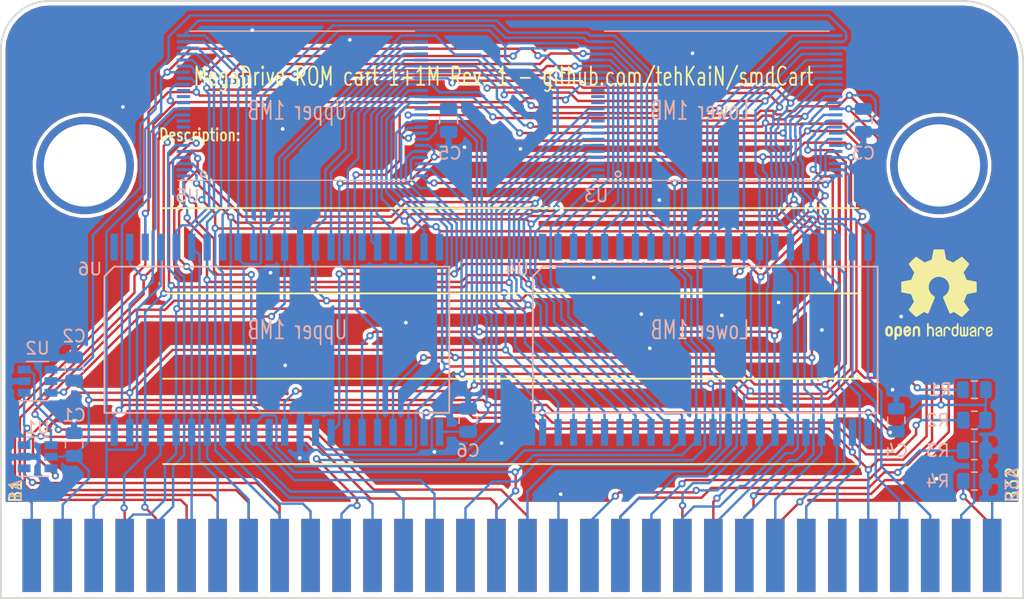
<source format=kicad_pcb>
(kicad_pcb (version 20171130) (host pcbnew "(5.1.10)-1")
  (title_block (title "Sega Megadrive Programmable 1MB Cartridge") (rev 1) (comment 1 "file, You can obtain one at http://mozilla.org/MPL/2.0/.") (comment 2 "License, v. 2.0. If a copy of the MPL was not distributed with this") (comment 3 "This Source Code Form is subject to the terms of the Mozilla Public"))
  (layers (0 F.Cu signal) (31 B.Cu signal) (34 B.Paste user) (35 F.Paste user) (36 B.SilkS user) (37 F.SilkS user) (38 B.Mask user hide) (39 F.Mask user hide) (44 Edge.Cuts user))
  (net 0 "")
  (net 1 +5V)
  (net 2 /A8)
  (net 3 /A9)
  (net 4 /A17)
  (net 5 /D15)
  (net 6 /D14)
  (net 7 /D13)
  (net 8 /D12)
  (net 9 /A7)
  (net 10 /A10)
  (net 11 /A6)
  (net 12 /A11)
  (net 13 /A5)
  (net 14 /A12)
  (net 15 /A4)
  (net 16 /A13)
  (net 17 /A3)
  (net 18 /A14)
  (net 19 /A2)
  (net 20 /A15)
  (net 21 /A1)
  (net 22 /A16)
  (net 23 /A0)
  (net 24 /D7)
  (net 25 /D0)
  (net 26 /D8)
  (net 27 /D6)
  (net 28 /D1)
  (net 29 /D9)
  (net 30 /D5)
  (net 31 /D2)
  (net 32 /D10)
  (net 33 /D4)
  (net 34 /D3)
  (net 35 /D11)
  (net 36 /A18)
  (net 37 GND)
  (net 38 "Net-(CON1-PadB01)")
  (net 39 "Net-(CON1-PadB02)")
  (net 40 "Net-(CON1-PadB03)")
  (net 41 A20)
  (net 42 "Net-(CON1-PadB10)")
  (net 43 "Net-(CON1-PadB11)")
  (net 44 "Net-(CON1-PadB12)")
  (net 45 "Net-(CON1-PadB13)")
  (net 46 "Net-(CON1-PadB14)")
  (net 47 "Net-(CON1-PadB15)")
  (net 48 ~OUT)
  (net 49 "Net-(CON1-PadB18)")
  (net 50 "Net-(CON1-PadB19)")
  (net 51 "Net-(CON1-PadB20)")
  (net 52 "Net-(CON1-PadB21)")
  (net 53 "Net-(CON1-PadB26)")
  (net 54 "Net-(CON1-PadB27)")
  (net 55 "Net-(CON1-PadB28)")
  (net 56 "Net-(CON1-PadB29)")
  (net 57 "Net-(CON1-PadB30)")
  (net 58 "Net-(CON1-PadB31)")
  (net 59 "Net-(CON1-PadB32)")
  (net 60 ~WE)
  (net 61 ~OE)
  (net 62 A19)
  (net 63 ~CE_ALL)
  (net 64 ~BYTE)
  (net 65 ~RESET)
  (net 66 ~CE1)
  (net 67 ~CE0)
  (net 68 "Net-(U3-Pad9)")
  (net 69 "Net-(U3-Pad10)")
  (net 70 "Net-(U3-Pad13)")
  (net 71 "Net-(U3-Pad14)")
  (net 72 "Net-(U3-Pad15)")
  (net 73 "Net-(U4-Pad1)")
  (net 74 "Net-(U5-Pad9)")
  (net 75 "Net-(U5-Pad10)")
  (net 76 "Net-(U5-Pad13)")
  (net 77 "Net-(U5-Pad14)")
  (net 78 "Net-(U5-Pad15)")
  (net 79 "Net-(U6-Pad1)")
  (module megadrive:TSOP-I-48_18.4x12mm_P0.5mm (layer B.Cu) (at 122.39 144.6)
    (fp_text reference U3 (at -9.89 7.4) (layer B.SilkS) (effects (justify mirror)))
    (fp_text value 29f800-TSOP48)
    (pad 1 smd rect (at -9.75 5.75) (size 1.1 0.25) (layers B.Cu B.Paste B.Mask) (net 20 /A15))
    (pad 25 smd rect (at 9.75 -5.75) (size 1.1 0.25) (layers B.Cu B.Paste B.Mask) (net 23 /A0))
    (pad 2 smd rect (at -9.75 5.25) (size 1.1 0.25) (layers B.Cu B.Paste B.Mask) (net 18 /A14))
    (pad 3 smd rect (at -9.75 4.75) (size 1.1 0.25) (layers B.Cu B.Paste B.Mask) (net 16 /A13))
    (pad 4 smd rect (at -9.75 4.25) (size 1.1 0.25) (layers B.Cu B.Paste B.Mask) (net 14 /A12))
    (pad 5 smd rect (at -9.75 3.75) (size 1.1 0.25) (layers B.Cu B.Paste B.Mask) (net 12 /A11))
    (pad 6 smd rect (at -9.75 3.25) (size 1.1 0.25) (layers B.Cu B.Paste B.Mask) (net 10 /A10))
    (pad 7 smd rect (at -9.75 2.75) (size 1.1 0.25) (layers B.Cu B.Paste B.Mask) (net 3 /A9))
    (pad 8 smd rect (at -9.75 2.25) (size 1.1 0.25) (layers B.Cu B.Paste B.Mask) (net 2 /A8))
    (pad 9 smd rect (at -9.75 1.75) (size 1.1 0.25) (layers B.Cu B.Paste B.Mask) (net 68 "Net-(U3-Pad9)"))
    (pad 10 smd rect (at -9.75 1.25) (size 1.1 0.25) (layers B.Cu B.Paste B.Mask) (net 69 "Net-(U3-Pad10)"))
    (pad 11 smd rect (at -9.75 0.75) (size 1.1 0.25) (layers B.Cu B.Paste B.Mask) (net 60 ~WE))
    (pad 12 smd rect (at -9.75 0.25) (size 1.1 0.25) (layers B.Cu B.Paste B.Mask) (net 65 ~RESET))
    (pad 13 smd rect (at -9.75 -0.25) (size 1.1 0.25) (layers B.Cu B.Paste B.Mask) (net 70 "Net-(U3-Pad13)"))
    (pad 14 smd rect (at -9.75 -0.75) (size 1.1 0.25) (layers B.Cu B.Paste B.Mask) (net 71 "Net-(U3-Pad14)"))
    (pad 15 smd rect (at -9.75 -1.25) (size 1.1 0.25) (layers B.Cu B.Paste B.Mask) (net 72 "Net-(U3-Pad15)"))
    (pad 16 smd rect (at -9.75 -1.75) (size 1.1 0.25) (layers B.Cu B.Paste B.Mask) (net 36 /A18))
    (pad 17 smd rect (at -9.75 -2.25) (size 1.1 0.25) (layers B.Cu B.Paste B.Mask) (net 4 /A17))
    (pad 18 smd rect (at -9.75 -2.75) (size 1.1 0.25) (layers B.Cu B.Paste B.Mask) (net 9 /A7))
    (pad 19 smd rect (at -9.75 -3.25) (size 1.1 0.25) (layers B.Cu B.Paste B.Mask) (net 11 /A6))
    (pad 20 smd rect (at -9.75 -3.75) (size 1.1 0.25) (layers B.Cu B.Paste B.Mask) (net 13 /A5))
    (pad 21 smd rect (at -9.75 -4.25) (size 1.1 0.25) (layers B.Cu B.Paste B.Mask) (net 15 /A4))
    (pad 22 smd rect (at -9.75 -4.75) (size 1.1 0.25) (layers B.Cu B.Paste B.Mask) (net 17 /A3))
    (pad 23 smd rect (at -9.75 -5.25) (size 1.1 0.25) (layers B.Cu B.Paste B.Mask) (net 19 /A2))
    (pad 24 smd rect (at -9.75 -5.75) (size 1.1 0.25) (layers B.Cu B.Paste B.Mask) (net 21 /A1))
    (pad 26 smd rect (at 9.75 -5.25) (size 1.1 0.25) (layers B.Cu B.Paste B.Mask) (net 67 ~CE0))
    (pad 27 smd rect (at 9.75 -4.75) (size 1.1 0.25) (layers B.Cu B.Paste B.Mask) (net 37 GND))
    (pad 28 smd rect (at 9.75 -4.25) (size 1.1 0.25) (layers B.Cu B.Paste B.Mask) (net 61 ~OE))
    (pad 29 smd rect (at 9.75 -3.75) (size 1.1 0.25) (layers B.Cu B.Paste B.Mask) (net 25 /D0))
    (pad 30 smd rect (at 9.75 -3.25) (size 1.1 0.25) (layers B.Cu B.Paste B.Mask) (net 26 /D8))
    (pad 31 smd rect (at 9.75 -2.75) (size 1.1 0.25) (layers B.Cu B.Paste B.Mask) (net 28 /D1))
    (pad 32 smd rect (at 9.75 -2.25) (size 1.1 0.25) (layers B.Cu B.Paste B.Mask) (net 29 /D9))
    (pad 33 smd rect (at 9.75 -1.75) (size 1.1 0.25) (layers B.Cu B.Paste B.Mask) (net 31 /D2))
    (pad 34 smd rect (at 9.75 -1.25) (size 1.1 0.25) (layers B.Cu B.Paste B.Mask) (net 32 /D10))
    (pad 35 smd rect (at 9.75 -0.75) (size 1.1 0.25) (layers B.Cu B.Paste B.Mask) (net 34 /D3))
    (pad 36 smd rect (at 9.75 -0.25) (size 1.1 0.25) (layers B.Cu B.Paste B.Mask) (net 35 /D11))
    (pad 37 smd rect (at 9.75 0.25) (size 1.1 0.25) (layers B.Cu B.Paste B.Mask) (net 1 +5V))
    (pad 38 smd rect (at 9.75 0.75) (size 1.1 0.25) (layers B.Cu B.Paste B.Mask) (net 33 /D4))
    (pad 39 smd rect (at 9.75 1.25) (size 1.1 0.25) (layers B.Cu B.Paste B.Mask) (net 8 /D12))
    (pad 40 smd rect (at 9.75 1.75) (size 1.1 0.25) (layers B.Cu B.Paste B.Mask) (net 30 /D5))
    (pad 41 smd rect (at 9.75 2.25) (size 1.1 0.25) (layers B.Cu B.Paste B.Mask) (net 7 /D13))
    (pad 42 smd rect (at 9.75 2.75) (size 1.1 0.25) (layers B.Cu B.Paste B.Mask) (net 27 /D6))
    (pad 43 smd rect (at 9.75 3.25) (size 1.1 0.25) (layers B.Cu B.Paste B.Mask) (net 6 /D14))
    (pad 44 smd rect (at 9.75 3.75) (size 1.1 0.25) (layers B.Cu B.Paste B.Mask) (net 24 /D7))
    (pad 45 smd rect (at 9.75 4.25) (size 1.1 0.25) (layers B.Cu B.Paste B.Mask) (net 5 /D15))
    (pad 46 smd rect (at 9.75 4.75) (size 1.1 0.25) (layers B.Cu B.Paste B.Mask) (net 37 GND))
    (pad 47 smd rect (at 9.75 5.25) (size 1.1 0.25) (layers B.Cu B.Paste B.Mask) (net 64 ~BYTE))
    (pad 48 smd rect (at 9.75 5.75) (size 1.1 0.25) (layers B.Cu B.Paste B.Mask) (net 22 /A16))
  )
  (module megadrive:TSOP-I-48_18.4x12mm_P0.5mm (layer B.Cu) (at 88.41 144.6)
    (fp_text reference U5 (at -9.41 7.4) (layer B.SilkS) (effects (justify mirror)))
    (fp_text value 29f800-TSOP48)
    (pad 1 smd rect (at -9.75 5.75) (size 1.1 0.25) (layers B.Cu B.Paste B.Mask) (net 20 /A15))
    (pad 25 smd rect (at 9.75 -5.75) (size 1.1 0.25) (layers B.Cu B.Paste B.Mask) (net 23 /A0))
    (pad 2 smd rect (at -9.75 5.25) (size 1.1 0.25) (layers B.Cu B.Paste B.Mask) (net 18 /A14))
    (pad 3 smd rect (at -9.75 4.75) (size 1.1 0.25) (layers B.Cu B.Paste B.Mask) (net 16 /A13))
    (pad 4 smd rect (at -9.75 4.25) (size 1.1 0.25) (layers B.Cu B.Paste B.Mask) (net 14 /A12))
    (pad 5 smd rect (at -9.75 3.75) (size 1.1 0.25) (layers B.Cu B.Paste B.Mask) (net 12 /A11))
    (pad 6 smd rect (at -9.75 3.25) (size 1.1 0.25) (layers B.Cu B.Paste B.Mask) (net 10 /A10))
    (pad 7 smd rect (at -9.75 2.75) (size 1.1 0.25) (layers B.Cu B.Paste B.Mask) (net 3 /A9))
    (pad 8 smd rect (at -9.75 2.25) (size 1.1 0.25) (layers B.Cu B.Paste B.Mask) (net 2 /A8))
    (pad 9 smd rect (at -9.75 1.75) (size 1.1 0.25) (layers B.Cu B.Paste B.Mask) (net 74 "Net-(U5-Pad9)"))
    (pad 10 smd rect (at -9.75 1.25) (size 1.1 0.25) (layers B.Cu B.Paste B.Mask) (net 75 "Net-(U5-Pad10)"))
    (pad 11 smd rect (at -9.75 0.75) (size 1.1 0.25) (layers B.Cu B.Paste B.Mask) (net 60 ~WE))
    (pad 12 smd rect (at -9.75 0.25) (size 1.1 0.25) (layers B.Cu B.Paste B.Mask) (net 65 ~RESET))
    (pad 13 smd rect (at -9.75 -0.25) (size 1.1 0.25) (layers B.Cu B.Paste B.Mask) (net 76 "Net-(U5-Pad13)"))
    (pad 14 smd rect (at -9.75 -0.75) (size 1.1 0.25) (layers B.Cu B.Paste B.Mask) (net 77 "Net-(U5-Pad14)"))
    (pad 15 smd rect (at -9.75 -1.25) (size 1.1 0.25) (layers B.Cu B.Paste B.Mask) (net 78 "Net-(U5-Pad15)"))
    (pad 16 smd rect (at -9.75 -1.75) (size 1.1 0.25) (layers B.Cu B.Paste B.Mask) (net 36 /A18))
    (pad 17 smd rect (at -9.75 -2.25) (size 1.1 0.25) (layers B.Cu B.Paste B.Mask) (net 4 /A17))
    (pad 18 smd rect (at -9.75 -2.75) (size 1.1 0.25) (layers B.Cu B.Paste B.Mask) (net 9 /A7))
    (pad 19 smd rect (at -9.75 -3.25) (size 1.1 0.25) (layers B.Cu B.Paste B.Mask) (net 11 /A6))
    (pad 20 smd rect (at -9.75 -3.75) (size 1.1 0.25) (layers B.Cu B.Paste B.Mask) (net 13 /A5))
    (pad 21 smd rect (at -9.75 -4.25) (size 1.1 0.25) (layers B.Cu B.Paste B.Mask) (net 15 /A4))
    (pad 22 smd rect (at -9.75 -4.75) (size 1.1 0.25) (layers B.Cu B.Paste B.Mask) (net 17 /A3))
    (pad 23 smd rect (at -9.75 -5.25) (size 1.1 0.25) (layers B.Cu B.Paste B.Mask) (net 19 /A2))
    (pad 24 smd rect (at -9.75 -5.75) (size 1.1 0.25) (layers B.Cu B.Paste B.Mask) (net 21 /A1))
    (pad 26 smd rect (at 9.75 -5.25) (size 1.1 0.25) (layers B.Cu B.Paste B.Mask) (net 66 ~CE1))
    (pad 27 smd rect (at 9.75 -4.75) (size 1.1 0.25) (layers B.Cu B.Paste B.Mask) (net 37 GND))
    (pad 28 smd rect (at 9.75 -4.25) (size 1.1 0.25) (layers B.Cu B.Paste B.Mask) (net 61 ~OE))
    (pad 29 smd rect (at 9.75 -3.75) (size 1.1 0.25) (layers B.Cu B.Paste B.Mask) (net 25 /D0))
    (pad 30 smd rect (at 9.75 -3.25) (size 1.1 0.25) (layers B.Cu B.Paste B.Mask) (net 26 /D8))
    (pad 31 smd rect (at 9.75 -2.75) (size 1.1 0.25) (layers B.Cu B.Paste B.Mask) (net 28 /D1))
    (pad 32 smd rect (at 9.75 -2.25) (size 1.1 0.25) (layers B.Cu B.Paste B.Mask) (net 29 /D9))
    (pad 33 smd rect (at 9.75 -1.75) (size 1.1 0.25) (layers B.Cu B.Paste B.Mask) (net 31 /D2))
    (pad 34 smd rect (at 9.75 -1.25) (size 1.1 0.25) (layers B.Cu B.Paste B.Mask) (net 32 /D10))
    (pad 35 smd rect (at 9.75 -0.75) (size 1.1 0.25) (layers B.Cu B.Paste B.Mask) (net 34 /D3))
    (pad 36 smd rect (at 9.75 -0.25) (size 1.1 0.25) (layers B.Cu B.Paste B.Mask) (net 35 /D11))
    (pad 37 smd rect (at 9.75 0.25) (size 1.1 0.25) (layers B.Cu B.Paste B.Mask) (net 1 +5V))
    (pad 38 smd rect (at 9.75 0.75) (size 1.1 0.25) (layers B.Cu B.Paste B.Mask) (net 33 /D4))
    (pad 39 smd rect (at 9.75 1.25) (size 1.1 0.25) (layers B.Cu B.Paste B.Mask) (net 8 /D12))
    (pad 40 smd rect (at 9.75 1.75) (size 1.1 0.25) (layers B.Cu B.Paste B.Mask) (net 30 /D5))
    (pad 41 smd rect (at 9.75 2.25) (size 1.1 0.25) (layers B.Cu B.Paste B.Mask) (net 7 /D13))
    (pad 42 smd rect (at 9.75 2.75) (size 1.1 0.25) (layers B.Cu B.Paste B.Mask) (net 27 /D6))
    (pad 43 smd rect (at 9.75 3.25) (size 1.1 0.25) (layers B.Cu B.Paste B.Mask) (net 6 /D14))
    (pad 44 smd rect (at 9.75 3.75) (size 1.1 0.25) (layers B.Cu B.Paste B.Mask) (net 24 /D7))
    (pad 45 smd rect (at 9.75 4.25) (size 1.1 0.25) (layers B.Cu B.Paste B.Mask) (net 5 /D15))
    (pad 46 smd rect (at 9.75 4.75) (size 1.1 0.25) (layers B.Cu B.Paste B.Mask) (net 37 GND))
    (pad 47 smd rect (at 9.75 5.25) (size 1.1 0.25) (layers B.Cu B.Paste B.Mask) (net 64 ~BYTE))
    (pad 48 smd rect (at 9.75 5.75) (size 1.1 0.25) (layers B.Cu B.Paste B.Mask) (net 22 /A16))
  )
  (module Symbol:OSHW-Logo2_9.8x8mm_SilkScreen (layer F.Cu) (at 140.6 160.1)
    (fp_text reference REF** hide)
    (fp_text value OSHW-Logo2_9.8x8mm_SilkScreen hide)
  )
  (module Connect:1pin (layer F.Cu) (at 70.6 149.5)
    (fp_text reference DRL2 hide)
    (fp_text value 1pin)
    (pad "" np_thru_hole circle (at 0 0) (size 8 8) (drill 6.75) (layers *.Cu *.Mask))
  )
  (module Connect:1pin (layer F.Cu) (at 140.6 149.5)
    (fp_text reference DRL1 hide)
    (fp_text value 1pin)
    (pad "" np_thru_hole circle (at 0 0) (size 8 8) (drill 6.75) (layers *.Cu *.Mask))
  )
  (module megadrive:md_cart_edge_conn (layer F.Cu) (at 66.225 181.5)
    (fp_text reference CON1 hide)
    (fp_text value smd_cart_connector_edge)
    (fp_text user A32 (at 80.375 -5.8 90) (layer B.SilkS) (effects (justify mirror)))
    (fp_text user A1 (at -1.325 -5.3 90) (layer B.SilkS) (effects (justify mirror)))
    (fp_text user B1 (at -1.325 -5.3 90) (layer F.SilkS))
    (fp_text user B32 (at 80.375 -5.8 90) (layer F.SilkS))
    (pad B01 smd rect (at 0 0) (size 1.524 6) (layers F.Cu F.Paste F.Mask) (net 38 "Net-(CON1-PadB01)"))
    (pad B02 smd rect (at 2.54 0) (size 1.524 6) (layers F.Cu F.Paste F.Mask) (net 39 "Net-(CON1-PadB02)"))
    (pad B03 smd rect (at 5.08 0) (size 1.524 6) (layers F.Cu F.Paste F.Mask) (net 40 "Net-(CON1-PadB03)"))
    (pad B04 smd rect (at 7.62 0) (size 1.524 6) (layers F.Cu F.Paste F.Mask) (net 2 /A8))
    (pad B05 smd rect (at 10.16 0) (size 1.524 6) (layers F.Cu F.Paste F.Mask) (net 3 /A9))
    (pad B06 smd rect (at 12.7 0) (size 1.524 6) (layers F.Cu F.Paste F.Mask) (net 4 /A17))
    (pad B07 smd rect (at 15.24 0) (size 1.524 6) (layers F.Cu F.Paste F.Mask) (net 36 /A18))
    (pad B08 smd rect (at 17.78 0) (size 1.524 6) (layers F.Cu F.Paste F.Mask) (net 62 A19))
    (pad B09 smd rect (at 20.32 0) (size 1.524 6) (layers F.Cu F.Paste F.Mask) (net 41 A20))
    (pad B10 smd rect (at 22.86 0) (size 1.524 6) (layers F.Cu F.Paste F.Mask) (net 42 "Net-(CON1-PadB10)"))
    (pad B11 smd rect (at 25.4 0) (size 1.524 6) (layers F.Cu F.Paste F.Mask) (net 43 "Net-(CON1-PadB11)"))
    (pad B12 smd rect (at 27.94 0) (size 1.524 6) (layers F.Cu F.Paste F.Mask) (net 44 "Net-(CON1-PadB12)"))
    (pad B13 smd rect (at 30.48 0) (size 1.524 6) (layers F.Cu F.Paste F.Mask) (net 45 "Net-(CON1-PadB13)"))
    (pad B14 smd rect (at 33.02 0) (size 1.524 6) (layers F.Cu F.Paste F.Mask) (net 46 "Net-(CON1-PadB14)"))
    (pad B15 smd rect (at 35.56 0) (size 1.524 6) (layers F.Cu F.Paste F.Mask) (net 47 "Net-(CON1-PadB15)"))
    (pad B16 smd rect (at 38.1 0) (size 1.524 6) (layers F.Cu F.Paste F.Mask) (net 48 ~OUT))
    (pad B17 smd rect (at 40.64 0) (size 1.524 6) (layers F.Cu F.Paste F.Mask) (net 63 ~CE_ALL))
    (pad B18 smd rect (at 43.18 0) (size 1.524 6) (layers F.Cu F.Paste F.Mask) (net 49 "Net-(CON1-PadB18)"))
    (pad B19 smd rect (at 45.72 0) (size 1.524 6) (layers F.Cu F.Paste F.Mask) (net 50 "Net-(CON1-PadB19)"))
    (pad B20 smd rect (at 48.26 0) (size 1.524 6) (layers F.Cu F.Paste F.Mask) (net 51 "Net-(CON1-PadB20)"))
    (pad B21 smd rect (at 50.8 0) (size 1.524 6) (layers F.Cu F.Paste F.Mask) (net 52 "Net-(CON1-PadB21)"))
    (pad B22 smd rect (at 53.34 0) (size 1.524 6) (layers F.Cu F.Paste F.Mask) (net 5 /D15))
    (pad B23 smd rect (at 55.88 0) (size 1.524 6) (layers F.Cu F.Paste F.Mask) (net 6 /D14))
    (pad B24 smd rect (at 58.42 0) (size 1.524 6) (layers F.Cu F.Paste F.Mask) (net 7 /D13))
    (pad B25 smd rect (at 60.96 0) (size 1.524 6) (layers F.Cu F.Paste F.Mask) (net 8 /D12))
    (pad B26 smd rect (at 63.5 0) (size 1.524 6) (layers F.Cu F.Paste F.Mask) (net 53 "Net-(CON1-PadB26)"))
    (pad B27 smd rect (at 66.04 0) (size 1.524 6) (layers F.Cu F.Paste F.Mask) (net 54 "Net-(CON1-PadB27)"))
    (pad B28 smd rect (at 68.58 0) (size 1.524 6) (layers F.Cu F.Paste F.Mask) (net 55 "Net-(CON1-PadB28)"))
    (pad B29 smd rect (at 71.12 0) (size 1.524 6) (layers F.Cu F.Paste F.Mask) (net 56 "Net-(CON1-PadB29)"))
    (pad B30 smd rect (at 73.66 0) (size 1.524 6) (layers F.Cu F.Paste F.Mask) (net 57 "Net-(CON1-PadB30)"))
    (pad B31 smd rect (at 76.2 0) (size 1.524 6) (layers F.Cu F.Paste F.Mask) (net 58 "Net-(CON1-PadB31)"))
    (pad B32 smd rect (at 78.74 0) (size 1.524 6) (layers F.Cu F.Paste F.Mask) (net 59 "Net-(CON1-PadB32)"))
    (pad A01 smd rect (at 0 0) (size 1.524 6) (layers B.Cu B.Paste B.Mask) (net 37 GND))
    (pad A02 smd rect (at 2.54 0) (size 1.524 6) (layers B.Cu B.Paste B.Mask) (net 1 +5V))
    (pad A03 smd rect (at 5.08 0) (size 1.524 6) (layers B.Cu B.Paste B.Mask) (net 9 /A7))
    (pad A04 smd rect (at 7.62 0) (size 1.524 6) (layers B.Cu B.Paste B.Mask) (net 10 /A10))
    (pad A05 smd rect (at 10.16 0) (size 1.524 6) (layers B.Cu B.Paste B.Mask) (net 11 /A6))
    (pad A06 smd rect (at 12.7 0) (size 1.524 6) (layers B.Cu B.Paste B.Mask) (net 12 /A11))
    (pad A07 smd rect (at 15.24 0) (size 1.524 6) (layers B.Cu B.Paste B.Mask) (net 13 /A5))
    (pad A08 smd rect (at 17.78 0) (size 1.524 6) (layers B.Cu B.Paste B.Mask) (net 14 /A12))
    (pad A09 smd rect (at 20.32 0) (size 1.524 6) (layers B.Cu B.Paste B.Mask) (net 15 /A4))
    (pad A10 smd rect (at 22.86 0) (size 1.524 6) (layers B.Cu B.Paste B.Mask) (net 16 /A13))
    (pad A11 smd rect (at 25.4 0) (size 1.524 6) (layers B.Cu B.Paste B.Mask) (net 17 /A3))
    (pad A12 smd rect (at 27.94 0) (size 1.524 6) (layers B.Cu B.Paste B.Mask) (net 18 /A14))
    (pad A13 smd rect (at 30.48 0) (size 1.524 6) (layers B.Cu B.Paste B.Mask) (net 19 /A2))
    (pad A14 smd rect (at 33.02 0) (size 1.524 6) (layers B.Cu B.Paste B.Mask) (net 20 /A15))
    (pad A15 smd rect (at 35.56 0) (size 1.524 6) (layers B.Cu B.Paste B.Mask) (net 21 /A1))
    (pad A16 smd rect (at 38.1 0) (size 1.524 6) (layers B.Cu B.Paste B.Mask) (net 22 /A16))
    (pad A17 smd rect (at 40.64 0) (size 1.524 6) (layers B.Cu B.Paste B.Mask) (net 23 /A0))
    (pad A18 smd rect (at 43.18 0) (size 1.524 6) (layers B.Cu B.Paste B.Mask) (net 37 GND))
    (pad A19 smd rect (at 45.72 0) (size 1.524 6) (layers B.Cu B.Paste B.Mask) (net 24 /D7))
    (pad A20 smd rect (at 48.26 0) (size 1.524 6) (layers B.Cu B.Paste B.Mask) (net 25 /D0))
    (pad A21 smd rect (at 50.8 0) (size 1.524 6) (layers B.Cu B.Paste B.Mask) (net 26 /D8))
    (pad A22 smd rect (at 53.34 0) (size 1.524 6) (layers B.Cu B.Paste B.Mask) (net 27 /D6))
    (pad A23 smd rect (at 55.88 0) (size 1.524 6) (layers B.Cu B.Paste B.Mask) (net 28 /D1))
    (pad A24 smd rect (at 58.42 0) (size 1.524 6) (layers B.Cu B.Paste B.Mask) (net 29 /D9))
    (pad A25 smd rect (at 60.96 0) (size 1.524 6) (layers B.Cu B.Paste B.Mask) (net 30 /D5))
    (pad A26 smd rect (at 63.5 0) (size 1.524 6) (layers B.Cu B.Paste B.Mask) (net 31 /D2))
    (pad A27 smd rect (at 66.04 0) (size 1.524 6) (layers B.Cu B.Paste B.Mask) (net 32 /D10))
    (pad A28 smd rect (at 68.58 0) (size 1.524 6) (layers B.Cu B.Paste B.Mask) (net 33 /D4))
    (pad A29 smd rect (at 71.12 0) (size 1.524 6) (layers B.Cu B.Paste B.Mask) (net 34 /D3))
    (pad A30 smd rect (at 73.66 0) (size 1.524 6) (layers B.Cu B.Paste B.Mask) (net 35 /D11))
    (pad A31 smd rect (at 76.2 0) (size 1.524 6) (layers B.Cu B.Paste B.Mask) (net 1 +5V))
    (pad A32 smd rect (at 78.74 0) (size 1.524 6) (layers B.Cu B.Paste B.Mask) (net 37 GND))
  )
  (module Capacitor_SMD:C_0805_2012Metric (layer B.Cu) (at 134.4 145.8 270)
    (fp_text reference C3 (at 2.7 0 180) (layer B.SilkS) (effects (justify mirror)))
    (fp_text value 100nF)
    (pad 2 smd roundrect (at 0.9375 0 270) (size 0.975 1.4) (layers B.Cu B.Paste B.Mask) (net 37 GND))
    (pad 1 smd roundrect (at -0.9375 0 270) (size 0.975 1.4) (layers B.Cu B.Paste B.Mask) (net 1 +5V))
  )
  (module Capacitor_SMD:C_0805_2012Metric (layer B.Cu) (at 137.1 170.4 90)
    (fp_text reference C4 (at -2.5 0) (layer B.SilkS) (effects (justify mirror)))
    (fp_text value 100nF)
    (pad 1 smd roundrect (at -0.9375 0 90) (size 0.975 1.4) (layers B.Cu B.Paste B.Mask) (net 1 +5V))
    (pad 2 smd roundrect (at 0.9375 0 90) (size 0.975 1.4) (layers B.Cu B.Paste B.Mask) (net 37 GND))
  )
  (module Capacitor_SMD:C_0805_2012Metric (layer B.Cu) (at 69.7 172.4 90)
    (fp_text reference C1 (at 2.4 0) (layer B.SilkS) (effects (justify mirror)))
    (fp_text value 100nF)
    (pad 1 smd roundrect (at -0.9375 0 90) (size 0.975 1.4) (layers B.Cu B.Paste B.Mask) (net 1 +5V))
    (pad 2 smd roundrect (at 0.9375 0 90) (size 0.975 1.4) (layers B.Cu B.Paste B.Mask) (net 37 GND))
  )
  (module Resistor_SMD:R_0805_2012Metric (layer B.Cu) (at 143.5 167.9 180)
    (fp_text reference R1 (at 2.8 0 180) (layer B.SilkS) (effects (justify mirror)))
    (fp_text value 10k)
    (pad 2 smd roundrect (at 0.9375 0 180) (size 0.975 1.4) (layers B.Cu B.Paste B.Mask) (net 64 ~BYTE))
    (pad 1 smd roundrect (at -0.9375 0 180) (size 0.975 1.4) (layers B.Cu B.Paste B.Mask) (net 1 +5V))
  )
  (module megadrive:SOIC-44 (layer B.Cu) (at 121.44 163.8)
    (fp_text reference U4 (at -15.44 -5.8) (layer B.SilkS) (effects (justify mirror)))
    (fp_text value 29f800-SOP44)
    (pad 44 smd rect (at -13.335 7.6) (size 0.6 2.2) (layers B.Cu B.Paste B.Mask) (net 65 ~RESET))
    (pad 1 smd rect (at -13.335 -7.6) (size 0.6 2.2) (layers B.Cu B.Paste B.Mask) (net 73 "Net-(U4-Pad1)"))
    (pad 43 smd rect (at -12.065 7.6) (size 0.6 2.2) (layers B.Cu B.Paste B.Mask) (net 60 ~WE))
    (pad 2 smd rect (at -12.065 -7.6) (size 0.6 2.2) (layers B.Cu B.Paste B.Mask) (net 36 /A18))
    (pad 42 smd rect (at -10.795 7.6) (size 0.6 2.2) (layers B.Cu B.Paste B.Mask) (net 2 /A8))
    (pad 3 smd rect (at -10.795 -7.6) (size 0.6 2.2) (layers B.Cu B.Paste B.Mask) (net 4 /A17))
    (pad 41 smd rect (at -9.525 7.6) (size 0.6 2.2) (layers B.Cu B.Paste B.Mask) (net 3 /A9))
    (pad 4 smd rect (at -9.525 -7.6) (size 0.6 2.2) (layers B.Cu B.Paste B.Mask) (net 9 /A7))
    (pad 40 smd rect (at -8.255 7.6) (size 0.6 2.2) (layers B.Cu B.Paste B.Mask) (net 10 /A10))
    (pad 5 smd rect (at -8.255 -7.6) (size 0.6 2.2) (layers B.Cu B.Paste B.Mask) (net 11 /A6))
    (pad 39 smd rect (at -6.985 7.6) (size 0.6 2.2) (layers B.Cu B.Paste B.Mask) (net 12 /A11))
    (pad 6 smd rect (at -6.985 -7.6) (size 0.6 2.2) (layers B.Cu B.Paste B.Mask) (net 13 /A5))
    (pad 38 smd rect (at -5.715 7.6) (size 0.6 2.2) (layers B.Cu B.Paste B.Mask) (net 14 /A12))
    (pad 7 smd rect (at -5.715 -7.6) (size 0.6 2.2) (layers B.Cu B.Paste B.Mask) (net 15 /A4))
    (pad 37 smd rect (at -4.445 7.6) (size 0.6 2.2) (layers B.Cu B.Paste B.Mask) (net 16 /A13))
    (pad 8 smd rect (at -4.445 -7.6) (size 0.6 2.2) (layers B.Cu B.Paste B.Mask) (net 17 /A3))
    (pad 36 smd rect (at -3.175 7.6) (size 0.6 2.2) (layers B.Cu B.Paste B.Mask) (net 18 /A14))
    (pad 9 smd rect (at -3.175 -7.6) (size 0.6 2.2) (layers B.Cu B.Paste B.Mask) (net 19 /A2))
    (pad 35 smd rect (at -1.905 7.6) (size 0.6 2.2) (layers B.Cu B.Paste B.Mask) (net 20 /A15))
    (pad 10 smd rect (at -1.905 -7.6) (size 0.6 2.2) (layers B.Cu B.Paste B.Mask) (net 21 /A1))
    (pad 34 smd rect (at -0.635 7.6) (size 0.6 2.2) (layers B.Cu B.Paste B.Mask) (net 22 /A16))
    (pad 11 smd rect (at -0.635 -7.6) (size 0.6 2.2) (layers B.Cu B.Paste B.Mask) (net 23 /A0))
    (pad 33 smd rect (at 0.635 7.6) (size 0.6 2.2) (layers B.Cu B.Paste B.Mask) (net 64 ~BYTE))
    (pad 12 smd rect (at 0.635 -7.6) (size 0.6 2.2) (layers B.Cu B.Paste B.Mask) (net 67 ~CE0))
    (pad 32 smd rect (at 1.905 7.6) (size 0.6 2.2) (layers B.Cu B.Paste B.Mask) (net 37 GND))
    (pad 13 smd rect (at 1.905 -7.6) (size 0.6 2.2) (layers B.Cu B.Paste B.Mask) (net 37 GND))
    (pad 31 smd rect (at 3.175 7.6) (size 0.6 2.2) (layers B.Cu B.Paste B.Mask) (net 5 /D15))
    (pad 14 smd rect (at 3.175 -7.6) (size 0.6 2.2) (layers B.Cu B.Paste B.Mask) (net 61 ~OE))
    (pad 30 smd rect (at 4.445 7.6) (size 0.6 2.2) (layers B.Cu B.Paste B.Mask) (net 24 /D7))
    (pad 15 smd rect (at 4.445 -7.6) (size 0.6 2.2) (layers B.Cu B.Paste B.Mask) (net 25 /D0))
    (pad 29 smd rect (at 5.715 7.6) (size 0.6 2.2) (layers B.Cu B.Paste B.Mask) (net 6 /D14))
    (pad 16 smd rect (at 5.715 -7.6) (size 0.6 2.2) (layers B.Cu B.Paste B.Mask) (net 26 /D8))
    (pad 28 smd rect (at 6.985 7.6) (size 0.6 2.2) (layers B.Cu B.Paste B.Mask) (net 27 /D6))
    (pad 17 smd rect (at 6.985 -7.6) (size 0.6 2.2) (layers B.Cu B.Paste B.Mask) (net 28 /D1))
    (pad 27 smd rect (at 8.255 7.6) (size 0.6 2.2) (layers B.Cu B.Paste B.Mask) (net 7 /D13))
    (pad 18 smd rect (at 8.255 -7.6) (size 0.6 2.2) (layers B.Cu B.Paste B.Mask) (net 29 /D9))
    (pad 26 smd rect (at 9.525 7.6) (size 0.6 2.2) (layers B.Cu B.Paste B.Mask) (net 30 /D5))
    (pad 19 smd rect (at 9.525 -7.6) (size 0.6 2.2) (layers B.Cu B.Paste B.Mask) (net 31 /D2))
    (pad 25 smd rect (at 10.795 7.6) (size 0.6 2.2) (layers B.Cu B.Paste B.Mask) (net 8 /D12))
    (pad 20 smd rect (at 10.795 -7.6) (size 0.6 2.2) (layers B.Cu B.Paste B.Mask) (net 32 /D10))
    (pad 24 smd rect (at 12.065 7.6) (size 0.6 2.2) (layers B.Cu B.Paste B.Mask) (net 33 /D4))
    (pad 21 smd rect (at 12.065 -7.6) (size 0.6 2.2) (layers B.Cu B.Paste B.Mask) (net 34 /D3))
    (pad 23 smd rect (at 13.335 7.6) (size 0.6 2.2) (layers B.Cu B.Paste B.Mask) (net 1 +5V))
    (pad 22 smd rect (at 13.335 -7.6) (size 0.6 2.2) (layers B.Cu B.Paste B.Mask) (net 35 /D11))
  )
  (module Capacitor_SMD:C_0805_2012Metric (layer B.Cu) (at 69.7 166.2 90)
    (fp_text reference C2 (at 2.7 0 180) (layer B.SilkS) (effects (justify mirror)))
    (fp_text value 100nF)
    (pad 1 smd roundrect (at -0.95 0 90) (size 1 1.45) (layers B.Cu B.Paste B.Mask) (net 1 +5V))
    (pad 2 smd roundrect (at 0.95 0 90) (size 1 1.45) (layers B.Cu B.Paste B.Mask) (net 37 GND))
  )
  (module Capacitor_SMD:C_0805_2012Metric (layer B.Cu) (at 100.4 145.8 270)
    (fp_text reference C5 (at 2.7 -0.1 180) (layer B.SilkS) (effects (justify mirror)))
    (fp_text value 100nF)
    (pad 1 smd roundrect (at -0.95 0 270) (size 1 1.45) (layers B.Cu B.Paste B.Mask) (net 1 +5V))
    (pad 2 smd roundrect (at 0.95 0 270) (size 1 1.45) (layers B.Cu B.Paste B.Mask) (net 37 GND))
  )
  (module Capacitor_SMD:C_0805_2012Metric (layer B.Cu) (at 102 170.4 90)
    (fp_text reference C6 (at -2.5 0) (layer B.SilkS) (effects (justify mirror)))
    (fp_text value 100nF)
    (pad 1 smd roundrect (at -0.95 0 90) (size 1 1.45) (layers B.Cu B.Paste B.Mask) (net 1 +5V))
    (pad 2 smd roundrect (at 0.95 0 90) (size 1 1.45) (layers B.Cu B.Paste B.Mask) (net 37 GND))
  )
  (module Package_TO_SOT_SMD:SOT-23-6 (layer B.Cu) (at 66.7 173.4)
    (fp_text reference U1 (at 0 -2.4) (layer B.SilkS) (effects (justify mirror)))
    (fp_text value 74LVC1G19)
    (pad 1 smd rect (at -1.1 0.95) (size 1.06 0.65) (layers B.Cu B.Paste B.Mask) (net 41 A20))
    (pad 2 smd rect (at -1.1 0) (size 1.06 0.65) (layers B.Cu B.Paste B.Mask) (net 37 GND))
    (pad 3 smd rect (at -1.1 -0.95) (size 1.06 0.65) (layers B.Cu B.Paste B.Mask) (net 48 ~OUT))
    (pad 4 smd rect (at 1.1 -0.95) (size 1.06 0.65) (layers B.Cu B.Paste B.Mask) (net 61 ~OE))
    (pad 6 smd rect (at 1.1 0.95) (size 1.06 0.65) (layers B.Cu B.Paste B.Mask) (net 60 ~WE))
    (pad 5 smd rect (at 1.1 0) (size 1.06 0.65) (layers B.Cu B.Paste B.Mask) (net 1 +5V))
  )
  (module Package_TO_SOT_SMD:SOT-23-6 (layer B.Cu) (at 66.7 167.2)
    (fp_text reference U2 (at 0 -2.7) (layer B.SilkS) (effects (justify mirror)))
    (fp_text value 74LVC1G19)
    (pad 5 smd rect (at 1.1 0) (size 1.06 0.65) (layers B.Cu B.Paste B.Mask) (net 1 +5V))
    (pad 6 smd rect (at 1.1 0.95) (size 1.06 0.65) (layers B.Cu B.Paste B.Mask) (net 66 ~CE1))
    (pad 4 smd rect (at 1.1 -0.95) (size 1.06 0.65) (layers B.Cu B.Paste B.Mask) (net 67 ~CE0))
    (pad 3 smd rect (at -1.1 -0.95) (size 1.06 0.65) (layers B.Cu B.Paste B.Mask) (net 63 ~CE_ALL))
    (pad 2 smd rect (at -1.1 0) (size 1.06 0.65) (layers B.Cu B.Paste B.Mask) (net 37 GND))
    (pad 1 smd rect (at -1.1 0.95) (size 1.06 0.65) (layers B.Cu B.Paste B.Mask) (net 62 A19))
  )
  (module megadrive:SOIC-44 (layer B.Cu) (at 86.32 163.8)
    (fp_text reference U6 (at -15.32 -5.8) (layer B.SilkS) (effects (justify mirror)))
    (fp_text value 29f800-SOP44)
    (pad 44 smd rect (at -13.335 7.6) (size 0.6 2.2) (layers B.Cu B.Paste B.Mask) (net 65 ~RESET))
    (pad 1 smd rect (at -13.335 -7.6) (size 0.6 2.2) (layers B.Cu B.Paste B.Mask) (net 79 "Net-(U6-Pad1)"))
    (pad 43 smd rect (at -12.065 7.6) (size 0.6 2.2) (layers B.Cu B.Paste B.Mask) (net 60 ~WE))
    (pad 2 smd rect (at -12.065 -7.6) (size 0.6 2.2) (layers B.Cu B.Paste B.Mask) (net 36 /A18))
    (pad 42 smd rect (at -10.795 7.6) (size 0.6 2.2) (layers B.Cu B.Paste B.Mask) (net 2 /A8))
    (pad 3 smd rect (at -10.795 -7.6) (size 0.6 2.2) (layers B.Cu B.Paste B.Mask) (net 4 /A17))
    (pad 41 smd rect (at -9.525 7.6) (size 0.6 2.2) (layers B.Cu B.Paste B.Mask) (net 3 /A9))
    (pad 4 smd rect (at -9.525 -7.6) (size 0.6 2.2) (layers B.Cu B.Paste B.Mask) (net 9 /A7))
    (pad 40 smd rect (at -8.255 7.6) (size 0.6 2.2) (layers B.Cu B.Paste B.Mask) (net 10 /A10))
    (pad 5 smd rect (at -8.255 -7.6) (size 0.6 2.2) (layers B.Cu B.Paste B.Mask) (net 11 /A6))
    (pad 39 smd rect (at -6.985 7.6) (size 0.6 2.2) (layers B.Cu B.Paste B.Mask) (net 12 /A11))
    (pad 6 smd rect (at -6.985 -7.6) (size 0.6 2.2) (layers B.Cu B.Paste B.Mask) (net 13 /A5))
    (pad 38 smd rect (at -5.715 7.6) (size 0.6 2.2) (layers B.Cu B.Paste B.Mask) (net 14 /A12))
    (pad 7 smd rect (at -5.715 -7.6) (size 0.6 2.2) (layers B.Cu B.Paste B.Mask) (net 15 /A4))
    (pad 37 smd rect (at -4.445 7.6) (size 0.6 2.2) (layers B.Cu B.Paste B.Mask) (net 16 /A13))
    (pad 8 smd rect (at -4.445 -7.6) (size 0.6 2.2) (layers B.Cu B.Paste B.Mask) (net 17 /A3))
    (pad 36 smd rect (at -3.175 7.6) (size 0.6 2.2) (layers B.Cu B.Paste B.Mask) (net 18 /A14))
    (pad 9 smd rect (at -3.175 -7.6) (size 0.6 2.2) (layers B.Cu B.Paste B.Mask) (net 19 /A2))
    (pad 35 smd rect (at -1.905 7.6) (size 0.6 2.2) (layers B.Cu B.Paste B.Mask) (net 20 /A15))
    (pad 10 smd rect (at -1.905 -7.6) (size 0.6 2.2) (layers B.Cu B.Paste B.Mask) (net 21 /A1))
    (pad 34 smd rect (at -0.635 7.6) (size 0.6 2.2) (layers B.Cu B.Paste B.Mask) (net 22 /A16))
    (pad 11 smd rect (at -0.635 -7.6) (size 0.6 2.2) (layers B.Cu B.Paste B.Mask) (net 23 /A0))
    (pad 33 smd rect (at 0.635 7.6) (size 0.6 2.2) (layers B.Cu B.Paste B.Mask) (net 64 ~BYTE))
    (pad 12 smd rect (at 0.635 -7.6) (size 0.6 2.2) (layers B.Cu B.Paste B.Mask) (net 66 ~CE1))
    (pad 32 smd rect (at 1.905 7.6) (size 0.6 2.2) (layers B.Cu B.Paste B.Mask) (net 37 GND))
    (pad 13 smd rect (at 1.905 -7.6) (size 0.6 2.2) (layers B.Cu B.Paste B.Mask) (net 37 GND))
    (pad 31 smd rect (at 3.175 7.6) (size 0.6 2.2) (layers B.Cu B.Paste B.Mask) (net 5 /D15))
    (pad 14 smd rect (at 3.175 -7.6) (size 0.6 2.2) (layers B.Cu B.Paste B.Mask) (net 61 ~OE))
    (pad 30 smd rect (at 4.445 7.6) (size 0.6 2.2) (layers B.Cu B.Paste B.Mask) (net 24 /D7))
    (pad 15 smd rect (at 4.445 -7.6) (size 0.6 2.2) (layers B.Cu B.Paste B.Mask) (net 25 /D0))
    (pad 29 smd rect (at 5.715 7.6) (size 0.6 2.2) (layers B.Cu B.Paste B.Mask) (net 6 /D14))
    (pad 16 smd rect (at 5.715 -7.6) (size 0.6 2.2) (layers B.Cu B.Paste B.Mask) (net 26 /D8))
    (pad 28 smd rect (at 6.985 7.6) (size 0.6 2.2) (layers B.Cu B.Paste B.Mask) (net 27 /D6))
    (pad 17 smd rect (at 6.985 -7.6) (size 0.6 2.2) (layers B.Cu B.Paste B.Mask) (net 28 /D1))
    (pad 27 smd rect (at 8.255 7.6) (size 0.6 2.2) (layers B.Cu B.Paste B.Mask) (net 7 /D13))
    (pad 18 smd rect (at 8.255 -7.6) (size 0.6 2.2) (layers B.Cu B.Paste B.Mask) (net 29 /D9))
    (pad 26 smd rect (at 9.525 7.6) (size 0.6 2.2) (layers B.Cu B.Paste B.Mask) (net 30 /D5))
    (pad 19 smd rect (at 9.525 -7.6) (size 0.6 2.2) (layers B.Cu B.Paste B.Mask) (net 31 /D2))
    (pad 25 smd rect (at 10.795 7.6) (size 0.6 2.2) (layers B.Cu B.Paste B.Mask) (net 8 /D12))
    (pad 20 smd rect (at 10.795 -7.6) (size 0.6 2.2) (layers B.Cu B.Paste B.Mask) (net 32 /D10))
    (pad 24 smd rect (at 12.065 7.6) (size 0.6 2.2) (layers B.Cu B.Paste B.Mask) (net 33 /D4))
    (pad 21 smd rect (at 12.065 -7.6) (size 0.6 2.2) (layers B.Cu B.Paste B.Mask) (net 34 /D3))
    (pad 23 smd rect (at 13.335 7.6) (size 0.6 2.2) (layers B.Cu B.Paste B.Mask) (net 1 +5V))
    (pad 22 smd rect (at 13.335 -7.6) (size 0.6 2.2) (layers B.Cu B.Paste B.Mask) (net 35 /D11))
  )
  (module Resistor_SMD:R_0805_2012Metric (layer B.Cu) (at 143.5 170.4 180)
    (fp_text reference R2 (at 3 0) (layer B.SilkS) (effects (justify mirror)))
    (fp_text value 10k)
    (pad 1 smd roundrect (at -0.9125 0 180) (size 1.025 1.4) (layers B.Cu B.Paste B.Mask) (roundrect_rratio 0.2439014634146341) (net 1 +5V))
    (pad 2 smd roundrect (at 0.9125 0 180) (size 1.025 1.4) (layers B.Cu B.Paste B.Mask) (roundrect_rratio 0.2439014634146341) (net 65 ~RESET))
  )
  (module Resistor_SMD:R_0805_2012Metric (layer B.Cu) (at 143.5 172.9)
    (fp_text reference R3 (at -3 0) (layer B.SilkS) (effects (justify mirror)))
    (fp_text value 10k)
    (pad 1 smd roundrect (at -0.9125 0) (size 1.025 1.4) (layers B.Cu B.Paste B.Mask) (roundrect_rratio 0.2439014634146341) (net 51 "Net-(CON1-PadB20)"))
    (pad 2 smd roundrect (at 0.9125 0) (size 1.025 1.4) (layers B.Cu B.Paste B.Mask) (roundrect_rratio 0.2439014634146341) (net 37 GND))
  )
  (module Resistor_SMD:R_0805_2012Metric (layer B.Cu) (at 143.5 175.4)
    (fp_text reference R4 (at -3 0) (layer B.SilkS) (effects (justify mirror)))
    (fp_text value 10k)
    (pad 2 smd roundrect (at 0.9125 0) (size 1.025 1.4) (layers B.Cu B.Paste B.Mask) (roundrect_rratio 0.2439014634146341) (net 37 GND))
    (pad 1 smd roundrect (at -0.9125 0) (size 1.025 1.4) (layers B.Cu B.Paste B.Mask) (roundrect_rratio 0.2439014634146341) (net 59 "Net-(CON1-PadB32)"))
  )
  (gr_arc (start 67.7 140) (end 67.7 136) (angle -90) (layer Edge.Cuts) (width 0.15))
  (gr_arc (start 142.5 141) (end 147.5 141) (angle -90) (layer Edge.Cuts) (width 0.15))
  (gr_text "Upper 1MB" (at 88 163) (layer B.SilkS) (effects (font (size 1.5 1)) (justify mirror)))
  (gr_text "Upper 1MB" (at 88 145) (layer B.SilkS) (effects (font (size 1.5 1)) (justify mirror)))
  (gr_text "Lower 1MB" (at 121 145) (layer B.SilkS) (effects (font (size 1.5 1)) (justify mirror)))
  (gr_text "Lower 1MB" (at 121 163) (layer B.SilkS) (effects (font (size 1.5 1)) (justify mirror)))
  (gr_text Description: (at 80 147) (layer F.SilkS) (effects (font (size 1 0.75))))
  (gr_line (start 77 174) (end 134 174) (layer F.SilkS) (width 0.15))
  (gr_line (start 77 167) (end 134 167) (layer F.SilkS) (width 0.15))
  (gr_line (start 77 160) (end 134 160) (layer F.SilkS) (width 0.15))
  (gr_line (start 77 153) (end 134 153) (layer F.SilkS) (width 0.15))
  (gr_text "MegaDrive ROM cart 1+1M Rev. 1 - github.com/tehKaiN/smdCart" (at 104.9 142.2) (layer F.SilkS) (effects (font (size 1.5 1))))
  (gr_line (start 63.7 185) (end 147.5 185) (layer Edge.Cuts) (width 0.15))
  (gr_line (start 63.7 185) (end 63.7 140) (layer Edge.Cuts) (width 0.15))
  (gr_line (start 142.5 136) (end 67.7 136) (layer Edge.Cuts) (width 0.15))
  (gr_line (start 147.5 185) (end 147.5 141) (layer Edge.Cuts) (width 0.15))
  (segment (start 103.6356 169.1495) (end 103.2352 168.7491) (width 0.2) (layer F.Cu) (net 1))
  (segment (start 103.2352 168.7491) (end 70.9001 168.7491) (width 0.2) (layer F.Cu) (net 1))
  (segment (start 100.4 144.85) (end 100.6208 144.85) (width 0.2) (layer B.Cu) (net 1))
  (segment (start 100.6208 144.85) (end 103.1147 147.3439) (width 0.2) (layer B.Cu) (net 1))
  (segment (start 103.1147 147.3439) (end 103.1147 161.6258) (width 0.2) (layer B.Cu) (net 1))
  (segment (start 103.1147 161.6258) (end 103.5098 162.0209) (width 0.2) (layer B.Cu) (net 1))
  (segment (start 103.5098 162.0209) (end 103.5098 169.0237) (width 0.2) (layer B.Cu) (net 1))
  (segment (start 103.5098 169.0237) (end 103.6356 169.1495) (width 0.2) (layer B.Cu) (net 1))
  (segment (start 70.9001 172.1374) (end 69.7 173.3375) (width 0.2) (layer B.Cu) (net 1))
  (segment (start 69.7 167.15) (end 70.9001 168.3501) (width 0.2) (layer B.Cu) (net 1))
  (segment (start 70.9001 168.3501) (end 70.9001 168.7491) (width 0.2) (layer B.Cu) (net 1))
  (segment (start 134.8128 169.7696) (end 109.041 169.7696) (width 0.2) (layer F.Cu) (net 1))
  (segment (start 109.041 169.7696) (end 108.4209 169.1495) (width 0.2) (layer F.Cu) (net 1))
  (segment (start 108.4209 169.1495) (end 103.6356 169.1495) (width 0.2) (layer F.Cu) (net 1))
  (segment (start 67.8 167.2) (end 67.85 167.15) (width 0.2) (layer B.Cu) (net 1))
  (segment (start 67.85 167.15) (end 69.7 167.15) (width 0.2) (layer B.Cu) (net 1))
  (segment (start 68.8388 173.4) (end 67.8 173.4) (width 0.2) (layer B.Cu) (net 1))
  (segment (start 69.7 173.3375) (end 68.9013 173.3375) (width 0.2) (layer B.Cu) (net 1))
  (segment (start 68.9013 173.3375) (end 68.8388 173.4) (width 0.2) (layer B.Cu) (net 1))
  (segment (start 68.8388 181.4262) (end 68.765 181.5) (width 0.2) (layer B.Cu) (net 1))
  (segment (start 102 171.35) (end 103.6356 169.7144) (width 0.2) (layer B.Cu) (net 1))
  (segment (start 103.6356 169.7144) (end 103.6356 169.1495) (width 0.2) (layer B.Cu) (net 1))
  (segment (start 134.775 171.4) (end 134.775 169.8074) (width 0.2) (layer B.Cu) (net 1))
  (segment (start 134.775 169.8074) (end 134.8128 169.7696) (width 0.2) (layer B.Cu) (net 1))
  (segment (start 144.4125 169.15) (end 144.4375 169.125) (width 0.2) (layer B.Cu) (net 1))
  (segment (start 144.4375 169.125) (end 144.4375 167.9) (width 0.2) (layer B.Cu) (net 1))
  (segment (start 140.7694 169.15) (end 144.4125 169.15) (width 0.2) (layer B.Cu) (net 1))
  (segment (start 144.4125 170.4) (end 144.4125 169.15) (width 0.2) (layer B.Cu) (net 1))
  (segment (start 142.425 181.5) (end 142.425 178.1997) (width 0.2) (layer B.Cu) (net 1))
  (segment (start 142.425 178.1997) (end 143.4873 177.1374) (width 0.2) (layer B.Cu) (net 1))
  (segment (start 143.4873 177.1374) (end 143.4873 171.3252) (width 0.2) (layer B.Cu) (net 1))
  (segment (start 143.4873 171.3252) (end 144.4125 170.4) (width 0.2) (layer B.Cu) (net 1))
  (segment (start 133.1946 144.8566) (end 135.6024 147.2644) (width 0.2) (layer F.Cu) (net 1))
  (segment (start 135.6024 147.2644) (end 135.6025 147.2644) (width 0.2) (layer F.Cu) (net 1))
  (segment (start 135.6025 147.2644) (end 135.6025 151.1764) (width 0.2) (layer F.Cu) (net 1))
  (segment (start 135.6025 151.1764) (end 140.7694 156.3433) (width 0.2) (layer F.Cu) (net 1))
  (segment (start 140.7694 156.3433) (end 140.7694 169.15) (width 0.2) (layer F.Cu) (net 1))
  (segment (start 102 171.35) (end 99.705 171.35) (width 0.2) (layer B.Cu) (net 1))
  (segment (start 99.705 171.35) (end 99.655 171.4) (width 0.2) (layer B.Cu) (net 1))
  (segment (start 100.4 144.85) (end 98.16 144.85) (width 0.2) (layer B.Cu) (net 1))
  (segment (start 133.1946 144.8566) (end 134.3941 144.8566) (width 0.2) (layer B.Cu) (net 1))
  (segment (start 134.3941 144.8566) (end 134.4 144.8625) (width 0.2) (layer B.Cu) (net 1))
  (segment (start 132.14 144.85) (end 133.188 144.85) (width 0.2) (layer B.Cu) (net 1))
  (segment (start 133.188 144.85) (end 133.1946 144.8566) (width 0.2) (layer B.Cu) (net 1))
  (via (at 70.9001 168.7491) (size 0.6) (layers F.Cu B.Cu) (net 1))
  (via (at 103.6356 169.1495) (size 0.6) (layers F.Cu B.Cu) (net 1))
  (via (at 133.1946 144.8566) (size 0.6) (layers F.Cu B.Cu) (net 1))
  (via (at 140.7694 169.15) (size 0.6) (layers F.Cu B.Cu) (net 1))
  (via (at 134.8128 169.7696) (size 0.6) (layers F.Cu B.Cu) (net 1))
  (segment (start 68.765 181.5) (end 68.765 177.335) (width 0.2) (layer B.Cu) (net 1))
  (segment (start 68.765 177.335) (end 70.9001 175.1999) (width 0.2) (layer B.Cu) (net 1))
  (segment (start 70.9001 171.8001) (end 70.9001 172.1374) (width 0.2) (layer B.Cu) (net 1))
  (segment (start 70.9001 168.7491) (end 70.9001 171.8001) (width 0.2) (layer B.Cu) (net 1))
  (segment (start 70.9001 174.5376) (end 70.9001 174.6001) (width 0.2) (layer B.Cu) (net 1))
  (segment (start 69.7 173.3375) (end 70.9001 174.5376) (width 0.2) (layer B.Cu) (net 1))
  (segment (start 70.9001 175.1999) (end 70.9001 174.6001) (width 0.2) (layer B.Cu) (net 1))
  (via (at 136.6 171.4) (size 0.6) (drill 0.3) (layers F.Cu B.Cu) (net 1))
  (segment (start 136.6625 171.3375) (end 136.6 171.4) (width 0.2) (layer B.Cu) (net 1))
  (segment (start 137.1 171.3375) (end 136.6625 171.3375) (width 0.2) (layer B.Cu) (net 1))
  (segment (start 134.9696 169.7696) (end 134.8128 169.7696) (width 0.2) (layer F.Cu) (net 1))
  (segment (start 136.6 171.4) (end 134.9696 169.7696) (width 0.2) (layer F.Cu) (net 1))
  (segment (start 139.2875 169.15) (end 139.55 169.15) (width 0.2) (layer B.Cu) (net 1))
  (segment (start 137.1 171.3375) (end 139.2875 169.15) (width 0.2) (layer B.Cu) (net 1))
  (segment (start 140.7694 169.15) (end 139.55 169.15) (width 0.2) (layer B.Cu) (net 1))
  (segment (start 77.0468 159.9482) (end 104.9543 159.9482) (width 0.2) (layer F.Cu) (net 2))
  (segment (start 77.0468 160.0014) (end 77.0468 159.9482) (width 0.2) (layer F.Cu) (net 2))
  (segment (start 104.9543 160.4429) (end 104.9543 159.9482) (width 0.2) (layer B.Cu) (net 2))
  (segment (start 75.525 171.4) (end 75.525 161.5232) (width 0.2) (layer B.Cu) (net 2))
  (segment (start 75.525 161.5232) (end 77.0468 160.0014) (width 0.2) (layer B.Cu) (net 2))
  (via (at 104.9543 159.9482) (size 0.6) (layers F.Cu B.Cu) (net 2))
  (via (at 77.0468 160.0014) (size 0.6) (layers F.Cu B.Cu) (net 2))
  (segment (start 105.8557 164.3657) (end 110.645 169.155) (width 0.2) (layer B.Cu) (net 2))
  (segment (start 105.8557 161.3443) (end 105.8557 164.3657) (width 0.2) (layer B.Cu) (net 2))
  (segment (start 110.645 171.4) (end 110.645 169.155) (width 0.2) (layer B.Cu) (net 2))
  (segment (start 105.8557 161.3443) (end 104.9543 160.4429) (width 0.2) (layer B.Cu) (net 2))
  (segment (start 78.66 146.85) (end 77.91 146.85) (width 0.2) (layer B.Cu) (net 2))
  (segment (start 77.345758 147.414242) (end 77.345758 147.604877) (width 0.2) (layer B.Cu) (net 2))
  (segment (start 77.91 146.85) (end 77.345758 147.414242) (width 0.2) (layer B.Cu) (net 2))
  (via (at 77.345758 147.604877) (size 0.6) (drill 0.3) (layers F.Cu B.Cu) (net 2))
  (segment (start 77.345758 147.604877) (end 77.0468 147.903835) (width 0.2) (layer F.Cu) (net 2))
  (segment (start 77.0468 147.903835) (end 77.0468 159.9482) (width 0.2) (layer F.Cu) (net 2))
  (segment (start 104.7543 153.3429) (end 108.467178 149.630022) (width 0.2) (layer B.Cu) (net 2))
  (segment (start 108.581378 149.630022) (end 111.3614 146.85) (width 0.2) (layer B.Cu) (net 2))
  (segment (start 108.467178 149.630022) (end 108.581378 149.630022) (width 0.2) (layer B.Cu) (net 2))
  (segment (start 111.3614 146.85) (end 112.64 146.85) (width 0.2) (layer B.Cu) (net 2))
  (segment (start 104.9543 159.9482) (end 104.7543 159.7482) (width 0.2) (layer B.Cu) (net 2))
  (segment (start 104.7543 159.7482) (end 104.7543 153.3429) (width 0.2) (layer B.Cu) (net 2))
  (via (at 73.8 177.6) (size 0.6) (drill 0.3) (layers F.Cu B.Cu) (net 2))
  (segment (start 73.845 177.645) (end 73.8 177.6) (width 0.2) (layer F.Cu) (net 2))
  (segment (start 73.845 181.5) (end 73.845 177.645) (width 0.2) (layer F.Cu) (net 2))
  (segment (start 75.525 173.175) (end 75.525 171.4) (width 0.2) (layer B.Cu) (net 2))
  (segment (start 73.8 174.9) (end 75.525 173.175) (width 0.2) (layer B.Cu) (net 2))
  (segment (start 73.8 177.6) (end 73.8 174.9) (width 0.2) (layer B.Cu) (net 2))
  (segment (start 105.3694 159.1068) (end 105.3638 159.1068) (width 0.2) (layer B.Cu) (net 3))
  (segment (start 105.5546 160.443) (end 105.5546 159.292) (width 0.2) (layer B.Cu) (net 3))
  (segment (start 105.5546 159.292) (end 105.3694 159.1068) (width 0.2) (layer B.Cu) (net 3))
  (segment (start 105.3638 159.1068) (end 101.9963 159.1068) (width 0.2) (layer F.Cu) (net 3))
  (segment (start 101.9963 159.1068) (end 101.6152 159.4879) (width 0.2) (layer F.Cu) (net 3))
  (segment (start 101.6152 159.4879) (end 77.8037 159.4879) (width 0.2) (layer F.Cu) (net 3))
  (segment (start 77.8037 159.4879) (end 77.6636 159.3478) (width 0.2) (layer F.Cu) (net 3))
  (segment (start 78.66 147.35) (end 79.3943 147.35) (width 0.2) (layer B.Cu) (net 3))
  (segment (start 79.3943 147.35) (end 79.7133 147.669) (width 0.2) (layer B.Cu) (net 3))
  (segment (start 76.795 171.4) (end 76.795 161.2179) (width 0.2) (layer B.Cu) (net 3))
  (segment (start 76.795 161.2179) (end 77.6636 160.3493) (width 0.2) (layer B.Cu) (net 3))
  (segment (start 77.6636 160.3493) (end 77.6636 159.3478) (width 0.2) (layer B.Cu) (net 3))
  (via (at 79.7133 147.669) (size 0.6) (layers F.Cu B.Cu) (net 3))
  (via (at 77.6636 159.3478) (size 0.6) (layers F.Cu B.Cu) (net 3))
  (via (at 105.3638 159.1068) (size 0.6) (layers F.Cu B.Cu) (net 3))
  (segment (start 106.6558 164.0558) (end 111.915 169.315) (width 0.2) (layer B.Cu) (net 3))
  (segment (start 106.6558 161.5442) (end 106.6558 164.0558) (width 0.2) (layer B.Cu) (net 3))
  (segment (start 111.915 171.4) (end 111.915 169.315) (width 0.2) (layer B.Cu) (net 3))
  (segment (start 106.6558 161.5442) (end 105.5546 160.443) (width 0.2) (layer B.Cu) (net 3))
  (segment (start 79.231 147.669) (end 77.479989 149.420011) (width 0.2) (layer F.Cu) (net 3))
  (segment (start 77.479989 149.420011) (end 77.479989 159.164189) (width 0.2) (layer F.Cu) (net 3))
  (segment (start 77.479989 159.164189) (end 77.6636 159.3478) (width 0.2) (layer F.Cu) (net 3))
  (segment (start 79.7133 147.669) (end 79.231 147.669) (width 0.2) (layer F.Cu) (net 3))
  (segment (start 108.635267 150.030033) (end 108.707067 150.030033) (width 0.2) (layer B.Cu) (net 3))
  (segment (start 105.3694 159.1068) (end 105.3694 153.2959) (width 0.2) (layer B.Cu) (net 3))
  (segment (start 105.3694 153.2959) (end 108.635267 150.030033) (width 0.2) (layer B.Cu) (net 3))
  (segment (start 108.707067 150.030033) (end 108.727067 150.010033) (width 0.2) (layer B.Cu) (net 3))
  (segment (start 108.727067 150.010033) (end 108.767067 150.010033) (width 0.2) (layer B.Cu) (net 3))
  (segment (start 108.767067 150.010033) (end 111.4271 147.35) (width 0.2) (layer B.Cu) (net 3))
  (segment (start 111.4271 147.35) (end 112.64 147.35) (width 0.2) (layer B.Cu) (net 3))
  (via (at 75.5 177.5385) (size 0.6) (drill 0.3) (layers F.Cu B.Cu) (net 3))
  (segment (start 76.385 178.4235) (end 75.5 177.5385) (width 0.2) (layer F.Cu) (net 3))
  (segment (start 76.385 181.5) (end 76.385 178.4235) (width 0.2) (layer F.Cu) (net 3))
  (segment (start 76.795 173.205) (end 76.795 171.4) (width 0.2) (layer B.Cu) (net 3))
  (segment (start 75.5 174.5) (end 76.795 173.205) (width 0.2) (layer B.Cu) (net 3))
  (segment (start 75.5 177.5385) (end 75.5 174.5) (width 0.2) (layer B.Cu) (net 3))
  (segment (start 75.525 156.2) (end 75.525 154.7236) (width 0.2) (layer B.Cu) (net 4))
  (segment (start 112.64 142.3873) (end 113.3943 142.3873) (width 0.2) (layer B.Cu) (net 4))
  (segment (start 113.3943 142.3873) (end 113.8966 142.8896) (width 0.2) (layer B.Cu) (net 4))
  (segment (start 113.8966 142.8896) (end 113.8966 151.3893) (width 0.2) (layer B.Cu) (net 4))
  (segment (start 113.8966 151.3893) (end 110.645 154.6409) (width 0.2) (layer B.Cu) (net 4))
  (segment (start 110.645 154.6409) (end 110.645 156.2) (width 0.2) (layer B.Cu) (net 4))
  (segment (start 109.1881 142.1012) (end 109.4742 142.3873) (width 0.2) (layer B.Cu) (net 4))
  (segment (start 109.4742 142.3873) (end 112.64 142.3873) (width 0.2) (layer B.Cu) (net 4))
  (segment (start 112.64 142.35) (end 112.64 142.3873) (width 0.2) (layer B.Cu) (net 4))
  (segment (start 79.7262 143.4826) (end 80.0104 143.7668) (width 0.2) (layer F.Cu) (net 4))
  (segment (start 80.0104 143.7668) (end 87.7805 143.7668) (width 0.2) (layer F.Cu) (net 4))
  (segment (start 87.7805 143.7668) (end 89.4461 142.1012) (width 0.2) (layer F.Cu) (net 4))
  (segment (start 89.4461 142.1012) (end 109.1881 142.1012) (width 0.2) (layer F.Cu) (net 4))
  (segment (start 78.66 142.35) (end 79.2816 142.35) (width 0.2) (layer B.Cu) (net 4))
  (segment (start 79.2816 142.35) (end 79.7262 142.7946) (width 0.2) (layer B.Cu) (net 4))
  (segment (start 79.7262 142.7946) (end 79.7262 143.4826) (width 0.2) (layer B.Cu) (net 4))
  (via (at 109.1881 142.1012) (size 0.6) (layers F.Cu B.Cu) (net 4))
  (via (at 79.7262 143.4826) (size 0.6) (layers F.Cu B.Cu) (net 4))
  (segment (start 77.426 143.4826) (end 79.7262 143.4826) (width 0.2) (layer F.Cu) (net 4))
  (segment (start 75.799978 145.108622) (end 77.426 143.4826) (width 0.2) (layer F.Cu) (net 4))
  (segment (start 75.799978 153.171622) (end 75.799978 145.108622) (width 0.2) (layer F.Cu) (net 4))
  (via (at 75.5408 153.4308) (size 0.6) (drill 0.3) (layers F.Cu B.Cu) (net 4))
  (segment (start 75.5408 153.4308) (end 75.799978 153.171622) (width 0.2) (layer F.Cu) (net 4))
  (segment (start 75.5408 156.1842) (end 75.525 156.2) (width 0.2) (layer B.Cu) (net 4))
  (segment (start 75.5408 153.4308) (end 75.5408 156.1842) (width 0.2) (layer B.Cu) (net 4))
  (segment (start 75.5408 157.6792) (end 75.5408 153.4308) (width 0.2) (layer F.Cu) (net 4))
  (segment (start 74.65 158.57) (end 75.5408 157.6792) (width 0.2) (layer F.Cu) (net 4))
  (segment (start 64.85 169.75) (end 74.65 159.95) (width 0.2) (layer F.Cu) (net 4))
  (segment (start 74.65 159.95) (end 74.65 158.57) (width 0.2) (layer F.Cu) (net 4))
  (segment (start 64.85 176.05) (end 64.85 169.75) (width 0.2) (layer F.Cu) (net 4))
  (segment (start 65.7382 176.9382) (end 64.85 176.05) (width 0.2) (layer F.Cu) (net 4))
  (segment (start 78.4382 176.9382) (end 65.7382 176.9382) (width 0.2) (layer F.Cu) (net 4))
  (segment (start 78.925 177.425) (end 78.4382 176.9382) (width 0.2) (layer F.Cu) (net 4))
  (segment (start 78.925 181.5) (end 78.925 177.425) (width 0.2) (layer F.Cu) (net 4))
  (segment (start 98.16 148.85) (end 97.5222 148.85) (width 0.2) (layer B.Cu) (net 5))
  (segment (start 97.5222 148.85) (end 97.3097 149.0625) (width 0.2) (layer B.Cu) (net 5))
  (segment (start 97.3097 149.0625) (end 97.3097 150.6056) (width 0.2) (layer B.Cu) (net 5))
  (segment (start 97.3097 150.6056) (end 98.068 151.3639) (width 0.2) (layer B.Cu) (net 5))
  (segment (start 98.068 151.3639) (end 98.7547 151.3639) (width 0.2) (layer B.Cu) (net 5))
  (segment (start 98.7547 151.3639) (end 101.4636 154.0728) (width 0.2) (layer B.Cu) (net 5))
  (segment (start 101.4636 154.0728) (end 101.4636 163.6813) (width 0.2) (layer B.Cu) (net 5))
  (segment (start 101.4636 163.6813) (end 101.5759 163.7936) (width 0.2) (layer B.Cu) (net 5))
  (segment (start 101.5759 163.7936) (end 101.5759 166.5619) (width 0.2) (layer B.Cu) (net 5))
  (segment (start 101.5759 166.5619) (end 101.529 166.6088) (width 0.2) (layer B.Cu) (net 5))
  (segment (start 101.529 166.6088) (end 100.8359 166.6088) (width 0.2) (layer B.Cu) (net 5))
  (segment (start 100.8359 166.6088) (end 97.7154 169.7293) (width 0.2) (layer B.Cu) (net 5))
  (segment (start 97.7154 169.7293) (end 97.7154 172.6378) (width 0.2) (layer B.Cu) (net 5))
  (segment (start 97.7154 172.6378) (end 97.5529 172.8003) (width 0.2) (layer B.Cu) (net 5))
  (segment (start 97.5529 172.8003) (end 90.2826 172.8003) (width 0.2) (layer B.Cu) (net 5))
  (segment (start 90.2826 172.8003) (end 89.495 172.0127) (width 0.2) (layer B.Cu) (net 5))
  (segment (start 89.495 172.0127) (end 89.495 171.4) (width 0.2) (layer B.Cu) (net 5))
  (segment (start 119.565 181.5) (end 119.565 178.8184) (width 0.2) (layer F.Cu) (net 5))
  (via (at 101.529 166.6088) (size 0.6) (layers F.Cu B.Cu) (net 5))
  (segment (start 124.615 171.4) (end 124.615 168.534329) (width 0.2) (layer B.Cu) (net 5))
  (segment (start 123.757343 166.6088) (end 125.148936 168.000393) (width 0.2) (layer F.Cu) (net 5))
  (segment (start 124.615 168.534329) (end 125.148936 168.000393) (width 0.2) (layer B.Cu) (net 5))
  (segment (start 101.529 166.6088) (end 123.757343 166.6088) (width 0.2) (layer F.Cu) (net 5))
  (via (at 125.148936 168.000393) (size 0.6) (drill 0.3) (layers F.Cu B.Cu) (net 5))
  (segment (start 132.14 148.85) (end 133.380425 148.85) (width 0.2) (layer B.Cu) (net 5))
  (via (at 133.389452 148.840973) (size 0.6) (drill 0.3) (layers F.Cu B.Cu) (net 5))
  (segment (start 133.380425 148.85) (end 133.389452 148.840973) (width 0.2) (layer B.Cu) (net 5))
  (segment (start 125.148936 168.000393) (end 125.386232 168.237689) (width 0.2) (layer F.Cu) (net 5))
  (segment (start 125.386232 168.237689) (end 131.334511 168.237689) (width 0.2) (layer F.Cu) (net 5))
  (segment (start 131.334511 168.237689) (end 133.389452 166.182748) (width 0.2) (layer F.Cu) (net 5))
  (segment (start 133.389452 166.182748) (end 133.389452 148.840973) (width 0.2) (layer F.Cu) (net 5))
  (segment (start 119.565 177.855) (end 119.565 181.5) (width 0.2) (layer F.Cu) (net 5))
  (segment (start 119.58 177.4) (end 119.565 177.855) (width 0.2) (layer F.Cu) (net 5))
  (via (at 119.58 177.4) (size 0.6) (drill 0.3) (layers F.Cu B.Cu) (net 5))
  (segment (start 119.58 176.42) (end 119.58 177.4) (width 0.2) (layer B.Cu) (net 5))
  (segment (start 121.755011 175.559989) (end 120.440011 175.559989) (width 0.2) (layer B.Cu) (net 5))
  (segment (start 120.440011 175.559989) (end 119.58 176.42) (width 0.2) (layer B.Cu) (net 5))
  (segment (start 124.615 172.7) (end 121.755011 175.559989) (width 0.2) (layer B.Cu) (net 5))
  (segment (start 124.615 171.4) (end 124.615 172.7) (width 0.2) (layer B.Cu) (net 5))
  (segment (start 127.155 170.6998) (end 127.155 171.4) (width 0.2) (layer B.Cu) (net 6))
  (segment (start 91.5091 150.9711) (end 97.0487 150.9711) (width 0.2) (layer F.Cu) (net 6))
  (segment (start 97.0487 150.9711) (end 99.2248 148.795) (width 0.2) (layer F.Cu) (net 6))
  (segment (start 92.035 171.4) (end 92.035 158.1182) (width 0.2) (layer B.Cu) (net 6))
  (segment (start 92.035 158.1182) (end 91.4346 157.5178) (width 0.2) (layer B.Cu) (net 6))
  (segment (start 91.4346 157.5178) (end 91.4346 151.0456) (width 0.2) (layer B.Cu) (net 6))
  (segment (start 91.4346 151.0456) (end 91.5091 150.9711) (width 0.2) (layer B.Cu) (net 6))
  (segment (start 98.16 147.85) (end 98.7667 147.85) (width 0.2) (layer B.Cu) (net 6))
  (segment (start 98.7667 147.85) (end 99.2248 148.3081) (width 0.2) (layer B.Cu) (net 6))
  (segment (start 99.2248 148.3081) (end 99.2248 148.795) (width 0.2) (layer B.Cu) (net 6))
  (segment (start 99.2248 148.795) (end 126.1652 148.795) (width 0.2) (layer F.Cu) (net 6))
  (segment (start 127.155 169.9997) (end 126.5011 169.3458) (width 0.2) (layer B.Cu) (net 6))
  (segment (start 126.5011 169.3458) (end 126.5011 159.5543) (width 0.2) (layer B.Cu) (net 6))
  (segment (start 126.5011 159.5543) (end 126.6024 159.453) (width 0.2) (layer B.Cu) (net 6))
  (segment (start 126.6024 159.453) (end 126.6024 158.3898) (width 0.2) (layer B.Cu) (net 6))
  (segment (start 126.6024 158.3898) (end 126.5011 158.2885) (width 0.2) (layer B.Cu) (net 6))
  (segment (start 126.5011 158.2885) (end 126.5011 150.2502) (width 0.2) (layer B.Cu) (net 6))
  (segment (start 126.5011 150.2502) (end 126.1652 149.9143) (width 0.2) (layer B.Cu) (net 6))
  (segment (start 126.1652 149.9143) (end 126.1652 148.795) (width 0.2) (layer B.Cu) (net 6))
  (segment (start 127.155 170.6998) (end 127.155 169.9997) (width 0.2) (layer B.Cu) (net 6))
  (segment (start 132.14 147.85) (end 133.1219 147.85) (width 0.2) (layer B.Cu) (net 6))
  (segment (start 133.1219 147.85) (end 133.205 147.9331) (width 0.2) (layer B.Cu) (net 6))
  (via (at 91.5091 150.9711) (size 0.6) (layers F.Cu B.Cu) (net 6))
  (via (at 99.2248 148.795) (size 0.6) (layers F.Cu B.Cu) (net 6))
  (via (at 133.205 147.9331) (size 0.6) (layers F.Cu B.Cu) (net 6))
  (via (at 126.1652 148.795) (size 0.6) (layers F.Cu B.Cu) (net 6))
  (segment (start 133.205 147.9331) (end 132.905001 147.633101) (width 0.2) (layer F.Cu) (net 6))
  (segment (start 132.905001 147.633101) (end 129.578895 147.633101) (width 0.2) (layer F.Cu) (net 6))
  (segment (start 129.578895 147.633101) (end 128.416996 148.795) (width 0.2) (layer F.Cu) (net 6))
  (segment (start 128.416996 148.795) (end 126.1652 148.795) (width 0.2) (layer F.Cu) (net 6))
  (via (at 122.4 176.8) (size 0.6) (drill 0.3) (layers F.Cu B.Cu) (net 6))
  (segment (start 122.105 177.095) (end 122.4 176.8) (width 0.2) (layer F.Cu) (net 6))
  (segment (start 122.105 181.5) (end 122.105 177.095) (width 0.2) (layer F.Cu) (net 6))
  (segment (start 127.155 172.045) (end 127.155 171.4) (width 0.2) (layer B.Cu) (net 6))
  (segment (start 122.4 176.8) (end 127.155 172.045) (width 0.2) (layer B.Cu) (net 6))
  (segment (start 97.1091 147.264) (end 96.7535 147.264) (width 0.2) (layer F.Cu) (net 7))
  (segment (start 96.7535 147.264) (end 96.3882 146.8987) (width 0.2) (layer F.Cu) (net 7))
  (segment (start 98.16 146.85) (end 97.5231 146.85) (width 0.2) (layer B.Cu) (net 7))
  (segment (start 97.5231 146.85) (end 97.1091 147.264) (width 0.2) (layer B.Cu) (net 7))
  (segment (start 132.14 146.85) (end 132.7992 146.85) (width 0.2) (layer B.Cu) (net 7))
  (segment (start 132.7992 146.85) (end 133.7992 145.85) (width 0.2) (layer B.Cu) (net 7))
  (segment (start 133.7992 145.85) (end 134.9335 145.85) (width 0.2) (layer B.Cu) (net 7))
  (segment (start 134.9335 145.85) (end 135.4102 145.3733) (width 0.2) (layer B.Cu) (net 7))
  (segment (start 135.4102 145.3733) (end 135.4102 144.1879) (width 0.2) (layer B.Cu) (net 7))
  (via (at 92.8115 150.2675) (size 0.6) (layers F.Cu B.Cu) (net 7))
  (via (at 97.1091 147.264) (size 0.6) (layers F.Cu B.Cu) (net 7))
  (segment (start 92.8115 150.2675) (end 95.2325 150.2675) (width 0.2) (layer F.Cu) (net 7))
  (segment (start 96.3882 149.1118) (end 96.3882 146.8987) (width 0.2) (layer F.Cu) (net 7))
  (segment (start 95.2325 150.2675) (end 96.3882 149.1118) (width 0.2) (layer F.Cu) (net 7))
  (via (at 133.2585 143.7415) (size 0.6) (drill 0.3) (layers F.Cu B.Cu) (net 7))
  (segment (start 134.9638 143.7415) (end 135.4102 144.1879) (width 0.2) (layer B.Cu) (net 7))
  (segment (start 133.2585 143.7415) (end 134.9638 143.7415) (width 0.2) (layer B.Cu) (net 7))
  (segment (start 105.654 145.2074) (end 119.800339 145.2074) (width 0.2) (layer F.Cu) (net 7))
  (segment (start 96.8184 144.7368) (end 105.1834 144.7368) (width 0.2) (layer F.Cu) (net 7))
  (segment (start 125.9658 145.0133) (end 126.9838 145.0133) (width 0.2) (layer F.Cu) (net 7))
  (segment (start 96.3882 145.167) (end 96.8184 144.7368) (width 0.2) (layer F.Cu) (net 7))
  (segment (start 120.005051 145.412112) (end 125.566988 145.412112) (width 0.2) (layer F.Cu) (net 7))
  (segment (start 127.2895 145.319) (end 127.7868 145.319) (width 0.2) (layer F.Cu) (net 7))
  (segment (start 128.0699 145.0359) (end 128.7582 145.0359) (width 0.2) (layer F.Cu) (net 7))
  (segment (start 127.7868 145.319) (end 128.0699 145.0359) (width 0.2) (layer F.Cu) (net 7))
  (segment (start 126.9838 145.0133) (end 127.2895 145.319) (width 0.2) (layer F.Cu) (net 7))
  (segment (start 125.566988 145.412112) (end 125.9658 145.0133) (width 0.2) (layer F.Cu) (net 7))
  (segment (start 119.800339 145.2074) (end 120.005051 145.412112) (width 0.2) (layer F.Cu) (net 7))
  (segment (start 96.3882 146.8987) (end 96.3882 145.167) (width 0.2) (layer F.Cu) (net 7))
  (segment (start 105.1834 144.7368) (end 105.654 145.2074) (width 0.2) (layer F.Cu) (net 7))
  (segment (start 132.35295 144.64705) (end 133.2585 143.7415) (width 0.2) (layer F.Cu) (net 7))
  (segment (start 129.14705 144.64705) (end 132.35295 144.64705) (width 0.2) (layer F.Cu) (net 7))
  (segment (start 128.7582 145.0359) (end 129.14705 144.64705) (width 0.2) (layer F.Cu) (net 7))
  (via (at 125.4 176.6) (size 0.6) (drill 0.3) (layers F.Cu B.Cu) (net 7))
  (segment (start 129.695 172.905) (end 129.695 171.4) (width 0.2) (layer B.Cu) (net 7))
  (segment (start 128.9 173.7) (end 129.695 172.905) (width 0.2) (layer B.Cu) (net 7))
  (segment (start 128.3 173.7) (end 128.9 173.7) (width 0.2) (layer B.Cu) (net 7))
  (segment (start 125.4 176.6) (end 128.3 173.7) (width 0.2) (layer B.Cu) (net 7))
  (segment (start 135.04 176.45) (end 125.55 176.45) (width 0.2) (layer F.Cu) (net 7))
  (segment (start 136.17045 175.31955) (end 135.04 176.45) (width 0.2) (layer F.Cu) (net 7))
  (segment (start 125.55 176.45) (end 125.4 176.6) (width 0.2) (layer F.Cu) (net 7))
  (segment (start 137.45955 175.31955) (end 136.17045 175.31955) (width 0.2) (layer F.Cu) (net 7))
  (segment (start 141.4089 171.3702) (end 137.45955 175.31955) (width 0.2) (layer F.Cu) (net 7))
  (segment (start 136.0512 151.0587) (end 141.4089 156.4164) (width 0.2) (layer F.Cu) (net 7))
  (segment (start 141.4089 156.4164) (end 141.4089 171.3702) (width 0.2) (layer F.Cu) (net 7))
  (segment (start 136.0512 146.5342) (end 136.0512 151.0587) (width 0.2) (layer F.Cu) (net 7))
  (segment (start 133.2585 143.7415) (end 136.0512 146.5342) (width 0.2) (layer F.Cu) (net 7))
  (segment (start 125.4 177.59) (end 124.645 178.345) (width 0.2) (layer F.Cu) (net 7))
  (segment (start 125.4 176.6) (end 125.4 177.59) (width 0.2) (layer F.Cu) (net 7))
  (segment (start 124.645 181.5) (end 124.645 178.345) (width 0.2) (layer F.Cu) (net 7))
  (segment (start 94.575 163.075) (end 94.575 171.4) (width 0.2) (layer B.Cu) (net 7))
  (segment (start 92.7046 161.2046) (end 94.575 163.075) (width 0.2) (layer B.Cu) (net 7))
  (segment (start 92.7046 150.3744) (end 92.7046 161.2046) (width 0.2) (layer B.Cu) (net 7))
  (segment (start 92.8115 150.2675) (end 92.7046 150.3744) (width 0.2) (layer B.Cu) (net 7))
  (segment (start 127.185 181.317) (end 127.185 181.5) (width 0.2) (layer F.Cu) (net 8))
  (segment (start 100.275 165.99) (end 99.8626 165.5776) (width 0.2) (layer B.Cu) (net 8))
  (segment (start 99.8626 165.5776) (end 99.8626 157.9858) (width 0.2) (layer B.Cu) (net 8))
  (segment (start 99.8626 157.9858) (end 100.2627 157.5857) (width 0.2) (layer B.Cu) (net 8))
  (segment (start 100.2627 157.5857) (end 100.2627 154.5702) (width 0.2) (layer B.Cu) (net 8))
  (segment (start 100.2627 154.5702) (end 99.6183 153.9258) (width 0.2) (layer B.Cu) (net 8))
  (segment (start 99.6183 153.9258) (end 98.8302 153.9258) (width 0.2) (layer B.Cu) (net 8))
  (segment (start 98.8302 153.9258) (end 96.1071 151.2027) (width 0.2) (layer B.Cu) (net 8))
  (segment (start 96.1071 151.2027) (end 96.1071 146.8403) (width 0.2) (layer B.Cu) (net 8))
  (segment (start 96.1071 146.8403) (end 96.9831 145.9643) (width 0.2) (layer B.Cu) (net 8))
  (segment (start 96.9831 145.9643) (end 97.3386 145.9643) (width 0.2) (layer B.Cu) (net 8))
  (segment (start 97.3386 145.9643) (end 97.4529 145.85) (width 0.2) (layer B.Cu) (net 8))
  (segment (start 97.4529 145.85) (end 98.16 145.85) (width 0.2) (layer B.Cu) (net 8))
  (segment (start 100.275 165.99) (end 97.115 169.15) (width 0.2) (layer B.Cu) (net 8))
  (segment (start 97.115 169.15) (end 97.115 171.4) (width 0.2) (layer B.Cu) (net 8))
  (segment (start 129.8546 147.4891) (end 130.4218 146.9219) (width 0.2) (layer B.Cu) (net 8))
  (segment (start 130.4218 146.9219) (end 130.4218 146.8199) (width 0.2) (layer B.Cu) (net 8))
  (segment (start 130.4218 146.8199) (end 131.3917 145.85) (width 0.2) (layer B.Cu) (net 8))
  (segment (start 131.3917 145.85) (end 132.14 145.85) (width 0.2) (layer B.Cu) (net 8))
  (via (at 100.275 165.99) (size 0.6) (layers F.Cu B.Cu) (net 8))
  (segment (start 132.235 171.4) (end 132.235 168.4377) (width 0.2) (layer B.Cu) (net 8))
  (segment (start 132.235 168.4377) (end 131.260478 167.463178) (width 0.2) (layer B.Cu) (net 8))
  (via (at 131.260478 167.463178) (size 0.6) (drill 0.3) (layers F.Cu B.Cu) (net 8))
  (segment (start 125.483178 167.463178) (end 124.01 165.99) (width 0.2) (layer F.Cu) (net 8))
  (segment (start 131.260478 167.463178) (end 125.483178 167.463178) (width 0.2) (layer F.Cu) (net 8))
  (segment (start 100.275 165.99) (end 124.01 165.99) (width 0.2) (layer F.Cu) (net 8))
  (segment (start 131.260478 167.463178) (end 132.823656 165.9) (width 0.2) (layer F.Cu) (net 8))
  (via (at 129.8546 148.2454) (size 0.6) (drill 0.3) (layers F.Cu B.Cu) (net 8))
  (segment (start 132.823656 149.123656) (end 131.9454 148.2454) (width 0.2) (layer F.Cu) (net 8))
  (segment (start 131.9454 148.2454) (end 129.8546 148.2454) (width 0.2) (layer F.Cu) (net 8))
  (segment (start 130.421501 146.961201) (end 129.8546 147.528102) (width 0.2) (layer B.Cu) (net 8))
  (segment (start 129.8546 147.528102) (end 129.8546 148.2454) (width 0.2) (layer B.Cu) (net 8))
  (segment (start 130.421501 146.818499) (end 130.421501 146.961201) (width 0.2) (layer B.Cu) (net 8))
  (segment (start 131.39 145.85) (end 130.421501 146.818499) (width 0.2) (layer B.Cu) (net 8))
  (segment (start 132.14 145.85) (end 131.39 145.85) (width 0.2) (layer B.Cu) (net 8))
  (segment (start 131.260478 167.463178) (end 132.96 165.763656) (width 0.2) (layer F.Cu) (net 8))
  (segment (start 132.96 149.26) (end 132.823656 149.123656) (width 0.2) (layer F.Cu) (net 8))
  (segment (start 132.96 165.763656) (end 132.96 149.26) (width 0.2) (layer F.Cu) (net 8))
  (segment (start 132.235 174.0299) (end 132.235 171.4) (width 0.2) (layer B.Cu) (net 8))
  (segment (start 129.2 177.1) (end 132.235 174.0299) (width 0.2) (layer B.Cu) (net 8))
  (via (at 129.2 177.1) (size 0.6) (drill 0.3) (layers F.Cu B.Cu) (net 8))
  (segment (start 127.185 179.115) (end 129.2 177.1) (width 0.2) (layer F.Cu) (net 8))
  (segment (start 127.185 181.5) (end 127.185 179.115) (width 0.2) (layer F.Cu) (net 8))
  (segment (start 72.3538 172.8233) (end 74.6866 172.8233) (width 0.2) (layer B.Cu) (net 9))
  (segment (start 74.6866 172.8233) (end 74.8554 172.6545) (width 0.2) (layer B.Cu) (net 9))
  (segment (start 74.8554 172.6545) (end 74.8554 161.3156) (width 0.2) (layer B.Cu) (net 9))
  (segment (start 74.8554 161.3156) (end 76.795 159.376) (width 0.2) (layer B.Cu) (net 9))
  (segment (start 76.795 159.376) (end 76.795 156.2) (width 0.2) (layer B.Cu) (net 9))
  (segment (start 72.3538 172.8233) (end 72.3538 154.9413) (width 0.2) (layer B.Cu) (net 9))
  (segment (start 72.3538 154.9413) (end 75.525 151.7701) (width 0.2) (layer B.Cu) (net 9))
  (segment (start 112.64 141.85) (end 111.1301 141.85) (width 0.2) (layer B.Cu) (net 9))
  (segment (start 111.1301 141.85) (end 110.9963 141.9838) (width 0.2) (layer B.Cu) (net 9))
  (segment (start 110.9963 141.9838) (end 109.9197 141.9838) (width 0.2) (layer B.Cu) (net 9))
  (segment (start 109.9197 141.9838) (end 108.428 140.4921) (width 0.2) (layer B.Cu) (net 9))
  (segment (start 108.428 140.4921) (end 107.726 140.4921) (width 0.2) (layer B.Cu) (net 9))
  (segment (start 77.3319 141.8422) (end 79.2491 139.925) (width 0.2) (layer F.Cu) (net 9))
  (segment (start 79.2491 139.925) (end 107.1589 139.925) (width 0.2) (layer F.Cu) (net 9))
  (segment (start 107.1589 139.925) (end 107.726 140.4921) (width 0.2) (layer F.Cu) (net 9))
  (segment (start 78.66 141.85) (end 77.3397 141.85) (width 0.2) (layer B.Cu) (net 9))
  (segment (start 77.3397 141.85) (end 77.3319 141.8422) (width 0.2) (layer B.Cu) (net 9))
  (segment (start 111.915 156.2) (end 111.915 154.7997) (width 0.2) (layer B.Cu) (net 9))
  (segment (start 111.915 154.7997) (end 114.297 152.4177) (width 0.2) (layer B.Cu) (net 9))
  (segment (start 114.297 152.4177) (end 114.297 142.7227) (width 0.2) (layer B.Cu) (net 9))
  (segment (start 114.297 142.7227) (end 113.4243 141.85) (width 0.2) (layer B.Cu) (net 9))
  (segment (start 113.4243 141.85) (end 112.64 141.85) (width 0.2) (layer B.Cu) (net 9))
  (via (at 107.726 140.4921) (size 0.6) (layers F.Cu B.Cu) (net 9))
  (via (at 77.3319 141.8422) (size 0.6) (layers F.Cu B.Cu) (net 9))
  (segment (start 71.305 181.5) (end 71.305 177.435) (width 0.2) (layer B.Cu) (net 9))
  (segment (start 72.3538 176.3862) (end 72.3538 172.8233) (width 0.2) (layer B.Cu) (net 9))
  (segment (start 71.305 177.435) (end 72.3538 176.3862) (width 0.2) (layer B.Cu) (net 9))
  (segment (start 76.83705 145.21295) (end 75.525 146.525) (width 0.2) (layer B.Cu) (net 9))
  (segment (start 76.83705 142.33705) (end 76.83705 145.21295) (width 0.2) (layer B.Cu) (net 9))
  (segment (start 75.525 151.7701) (end 75.525 146.525) (width 0.2) (layer B.Cu) (net 9))
  (segment (start 76.83705 142.33705) (end 77.3319 141.8422) (width 0.2) (layer B.Cu) (net 9))
  (segment (start 78.1235 161.2532) (end 106.6013 161.2532) (width 0.2) (layer F.Cu) (net 10))
  (segment (start 106.6013 161.2532) (end 106.9214 160.9331) (width 0.2) (layer F.Cu) (net 10))
  (segment (start 78.065 171.4) (end 78.065 161.3117) (width 0.2) (layer B.Cu) (net 10))
  (segment (start 78.065 161.3117) (end 78.1235 161.2532) (width 0.2) (layer B.Cu) (net 10))
  (via (at 106.9214 160.9331) (size 0.6) (layers F.Cu B.Cu) (net 10))
  (via (at 78.1235 161.2532) (size 0.6) (layers F.Cu B.Cu) (net 10))
  (segment (start 73.845 178.855) (end 74.5599 178.1401) (width 0.2) (layer B.Cu) (net 10))
  (segment (start 73.845 181.5) (end 73.845 178.855) (width 0.2) (layer B.Cu) (net 10))
  (segment (start 107.34415 161.35585) (end 107.34415 163.87415) (width 0.2) (layer B.Cu) (net 10))
  (segment (start 113.185 171.4) (end 113.185 169.715) (width 0.2) (layer B.Cu) (net 10))
  (segment (start 107.34415 163.87415) (end 113.185 169.715) (width 0.2) (layer B.Cu) (net 10))
  (segment (start 107.34415 161.35585) (end 106.9214 160.9331) (width 0.2) (layer B.Cu) (net 10))
  (segment (start 78.0223 147.85) (end 78.66 147.85) (width 0.2) (layer B.Cu) (net 10))
  (segment (start 78.1235 161.2532) (end 78.2639 161.1128) (width 0.2) (layer B.Cu) (net 10))
  (segment (start 77.4092 157.9386) (end 77.4092 148.4631) (width 0.2) (layer B.Cu) (net 10))
  (segment (start 77.4092 148.4631) (end 78.0223 147.85) (width 0.2) (layer B.Cu) (net 10))
  (segment (start 78.2639 161.1128) (end 78.2639 158.7933) (width 0.2) (layer B.Cu) (net 10))
  (segment (start 78.2639 158.7933) (end 77.4092 157.9386) (width 0.2) (layer B.Cu) (net 10))
  (segment (start 105.9641 158.8581) (end 105.9641 159.9758) (width 0.2) (layer B.Cu) (net 10))
  (segment (start 105.7697 158.6637) (end 105.9641 158.8581) (width 0.2) (layer B.Cu) (net 10))
  (segment (start 105.7697 153.4873) (end 105.7697 158.6637) (width 0.2) (layer B.Cu) (net 10))
  (segment (start 108.932756 150.410044) (end 108.846956 150.410044) (width 0.2) (layer B.Cu) (net 10))
  (segment (start 112.64 147.85) (end 111.4928 147.85) (width 0.2) (layer B.Cu) (net 10))
  (segment (start 111.4928 147.85) (end 108.932756 150.410044) (width 0.2) (layer B.Cu) (net 10))
  (segment (start 105.9641 159.9758) (end 106.9214 160.9331) (width 0.2) (layer B.Cu) (net 10))
  (segment (start 108.846956 150.410044) (end 105.7697 153.4873) (width 0.2) (layer B.Cu) (net 10))
  (segment (start 78.065 173.135) (end 78.065 171.4) (width 0.2) (layer B.Cu) (net 10))
  (segment (start 77.1464 174.0536) (end 78.065 173.135) (width 0.2) (layer B.Cu) (net 10))
  (segment (start 77.1464 176.9338) (end 75.9401 178.1401) (width 0.2) (layer B.Cu) (net 10))
  (segment (start 77.1464 174.0536) (end 77.1464 176.9338) (width 0.2) (layer B.Cu) (net 10))
  (segment (start 74.5599 178.1401) (end 75.9401 178.1401) (width 0.2) (layer B.Cu) (net 10))
  (segment (start 80.5667 143.1391) (end 80.7082 143.2806) (width 0.2) (layer F.Cu) (net 11))
  (segment (start 80.7082 143.2806) (end 87.3761 143.2806) (width 0.2) (layer F.Cu) (net 11))
  (segment (start 87.3761 143.2806) (end 88.9559 141.7008) (width 0.2) (layer F.Cu) (net 11))
  (segment (start 88.9559 141.7008) (end 108.0982 141.7008) (width 0.2) (layer F.Cu) (net 11))
  (segment (start 108.0982 141.7008) (end 108.4546 141.3444) (width 0.2) (layer F.Cu) (net 11))
  (segment (start 108.4546 141.3444) (end 110.7559 141.3444) (width 0.2) (layer F.Cu) (net 11))
  (segment (start 80.5667 143.1391) (end 80.5667 142.8862) (width 0.2) (layer B.Cu) (net 11))
  (segment (start 80.5667 142.8862) (end 79.5104 141.8299) (width 0.2) (layer B.Cu) (net 11))
  (segment (start 79.5104 141.8299) (end 79.5104 141.5987) (width 0.2) (layer B.Cu) (net 11))
  (segment (start 79.5104 141.5987) (end 79.2617 141.35) (width 0.2) (layer B.Cu) (net 11))
  (segment (start 79.2617 141.35) (end 78.66 141.35) (width 0.2) (layer B.Cu) (net 11))
  (segment (start 80.7698 152.8498) (end 80.7698 143.6553) (width 0.2) (layer B.Cu) (net 11))
  (segment (start 80.7698 143.6553) (end 80.5667 143.4522) (width 0.2) (layer B.Cu) (net 11))
  (segment (start 80.5667 143.4522) (end 80.5667 143.1391) (width 0.2) (layer B.Cu) (net 11))
  (segment (start 112.64 141.35) (end 110.7615 141.35) (width 0.2) (layer B.Cu) (net 11))
  (segment (start 110.7615 141.35) (end 110.7559 141.3444) (width 0.2) (layer B.Cu) (net 11))
  (segment (start 113.185 156.2) (end 113.185 154.7997) (width 0.2) (layer B.Cu) (net 11))
  (segment (start 113.185 154.7997) (end 114.6973 153.2874) (width 0.2) (layer B.Cu) (net 11))
  (segment (start 114.6973 153.2874) (end 114.6973 142.4529) (width 0.2) (layer B.Cu) (net 11))
  (segment (start 114.6973 142.4529) (end 113.5944 141.35) (width 0.2) (layer B.Cu) (net 11))
  (segment (start 113.5944 141.35) (end 112.64 141.35) (width 0.2) (layer B.Cu) (net 11))
  (via (at 110.7559 141.3444) (size 0.6) (layers F.Cu B.Cu) (net 11))
  (via (at 80.5667 143.1391) (size 0.6) (layers F.Cu B.Cu) (net 11))
  (segment (start 78.065 156.2) (end 78.065 154.885) (width 0.2) (layer B.Cu) (net 11))
  (segment (start 78.5402 154.4098) (end 79.2098 154.4098) (width 0.2) (layer B.Cu) (net 11))
  (segment (start 78.065 154.885) (end 78.5402 154.4098) (width 0.2) (layer B.Cu) (net 11))
  (segment (start 79.2098 154.4098) (end 80.7698 152.8498) (width 0.2) (layer B.Cu) (net 11))
  (segment (start 77.8168 177.4832) (end 76.385 178.915) (width 0.2) (layer B.Cu) (net 11))
  (segment (start 77.8168 174.1832) (end 77.8168 177.4832) (width 0.2) (layer B.Cu) (net 11))
  (segment (start 78.7238 173.2762) (end 77.8168 174.1832) (width 0.2) (layer B.Cu) (net 11))
  (segment (start 78.7238 158.6871) (end 78.7238 173.2762) (width 0.2) (layer B.Cu) (net 11))
  (segment (start 76.385 178.915) (end 76.385 181.5) (width 0.2) (layer B.Cu) (net 11))
  (segment (start 78.065 158.0283) (end 78.7238 158.6871) (width 0.2) (layer B.Cu) (net 11))
  (segment (start 78.065 156.2) (end 78.065 158.0283) (width 0.2) (layer B.Cu) (net 11))
  (segment (start 79.335 171.4) (end 79.335 181.09) (width 0.2) (layer B.Cu) (net 12))
  (segment (start 79.335 181.09) (end 78.925 181.5) (width 0.2) (layer B.Cu) (net 12))
  (segment (start 107.4963 152.6096) (end 111.7559 148.35) (width 0.2) (layer B.Cu) (net 12))
  (segment (start 111.7559 148.35) (end 112.64 148.35) (width 0.2) (layer B.Cu) (net 12))
  (segment (start 107.4963 152.6096) (end 107.4477 152.6096) (width 0.2) (layer B.Cu) (net 12))
  (segment (start 107.4477 152.6096) (end 106.17 153.8873) (width 0.2) (layer B.Cu) (net 12))
  (segment (start 106.17 153.8873) (end 106.17 158.4979) (width 0.2) (layer B.Cu) (net 12))
  (segment (start 106.17 158.4979) (end 106.3644 158.6923) (width 0.2) (layer B.Cu) (net 12))
  (segment (start 106.3644 158.6923) (end 106.3644 159.4817) (width 0.2) (layer B.Cu) (net 12))
  (segment (start 79.83 149.8646) (end 79.83 148.9251) (width 0.2) (layer F.Cu) (net 12))
  (segment (start 78.66 148.35) (end 79.3638 148.35) (width 0.2) (layer B.Cu) (net 12))
  (segment (start 79.3638 148.35) (end 79.83 148.8162) (width 0.2) (layer B.Cu) (net 12))
  (segment (start 79.83 148.8162) (end 79.83 148.9251) (width 0.2) (layer B.Cu) (net 12))
  (via (at 107.4963 152.6096) (size 0.6) (layers F.Cu B.Cu) (net 12))
  (via (at 79.83 148.9251) (size 0.6) (layers F.Cu B.Cu) (net 12))
  (segment (start 107.94135 163.33135) (end 114.455 169.845) (width 0.2) (layer B.Cu) (net 12))
  (segment (start 107.94135 161.05865) (end 107.94135 163.33135) (width 0.2) (layer B.Cu) (net 12))
  (segment (start 114.455 169.845) (end 114.455 171.4) (width 0.2) (layer B.Cu) (net 12))
  (segment (start 106.3644 159.4817) (end 107.94135 161.05865) (width 0.2) (layer B.Cu) (net 12))
  (segment (start 79.83 150.03) (end 79.83 149.8646) (width 0.2) (layer F.Cu) (net 12))
  (segment (start 95.7 153.7) (end 83.5 153.7) (width 0.2) (layer F.Cu) (net 12))
  (segment (start 83.5 153.7) (end 79.83 150.03) (width 0.2) (layer F.Cu) (net 12))
  (segment (start 107.3888 152.5021) (end 96.8979 152.5021) (width 0.2) (layer F.Cu) (net 12))
  (segment (start 96.8979 152.5021) (end 95.7 153.7) (width 0.2) (layer F.Cu) (net 12))
  (segment (start 107.4963 152.6096) (end 107.3888 152.5021) (width 0.2) (layer F.Cu) (net 12))
  (segment (start 79.335 171.4) (end 79.335 158.193857) (width 0.2) (layer B.Cu) (net 12))
  (via (at 78.930007 157.788864) (size 0.6) (drill 0.3) (layers F.Cu B.Cu) (net 12))
  (segment (start 79.335 158.193857) (end 78.930007 157.788864) (width 0.2) (layer B.Cu) (net 12))
  (segment (start 78.7223 150.9723) (end 79.83 149.8646) (width 0.2) (layer F.Cu) (net 12))
  (segment (start 78.7223 152.8677) (end 78.7223 150.9723) (width 0.2) (layer F.Cu) (net 12))
  (segment (start 78.310011 153.279989) (end 78.7223 152.8677) (width 0.2) (layer F.Cu) (net 12))
  (segment (start 78.310011 157.168868) (end 78.310011 153.279989) (width 0.2) (layer F.Cu) (net 12))
  (segment (start 78.930007 157.788864) (end 78.310011 157.168868) (width 0.2) (layer F.Cu) (net 12))
  (segment (start 79.335 156.2) (end 79.335 154.8507) (width 0.2) (layer B.Cu) (net 13))
  (segment (start 79.335 154.8507) (end 81.1701 153.0156) (width 0.2) (layer B.Cu) (net 13))
  (segment (start 81.1701 153.0156) (end 81.1701 143.2066) (width 0.2) (layer B.Cu) (net 13))
  (segment (start 81.1701 143.2066) (end 81.167 143.2035) (width 0.2) (layer B.Cu) (net 13))
  (segment (start 81.167 143.2035) (end 81.167 142.6373) (width 0.2) (layer B.Cu) (net 13))
  (segment (start 81.167 142.6373) (end 80.5247 141.995) (width 0.2) (layer B.Cu) (net 13))
  (segment (start 78.66 140.85) (end 79.3797 140.85) (width 0.2) (layer B.Cu) (net 13))
  (segment (start 79.3797 140.85) (end 80.5247 141.995) (width 0.2) (layer B.Cu) (net 13))
  (segment (start 105.6915 140.5254) (end 81.9943 140.5254) (width 0.2) (layer F.Cu) (net 13))
  (segment (start 81.9943 140.5254) (end 80.5247 141.995) (width 0.2) (layer F.Cu) (net 13))
  (segment (start 111.7897 140.85) (end 111.7228 140.9169) (width 0.2) (layer B.Cu) (net 13))
  (segment (start 111.7228 140.9169) (end 111.1784 140.9169) (width 0.2) (layer B.Cu) (net 13))
  (segment (start 111.1784 140.9169) (end 110.1533 139.8918) (width 0.2) (layer B.Cu) (net 13))
  (segment (start 110.1533 139.8918) (end 106.3251 139.8918) (width 0.2) (layer B.Cu) (net 13))
  (segment (start 106.3251 139.8918) (end 105.6915 140.5254) (width 0.2) (layer B.Cu) (net 13))
  (segment (start 115.1246 142.3006) (end 113.674 140.85) (width 0.2) (layer B.Cu) (net 13))
  (segment (start 113.674 140.85) (end 112.64 140.85) (width 0.2) (layer B.Cu) (net 13))
  (segment (start 112.2149 140.85) (end 112.64 140.85) (width 0.2) (layer B.Cu) (net 13))
  (segment (start 112.2149 140.85) (end 111.7897 140.85) (width 0.2) (layer B.Cu) (net 13))
  (via (at 105.6915 140.5254) (size 0.6) (layers F.Cu B.Cu) (net 13))
  (via (at 80.5247 141.995) (size 0.6) (layers F.Cu B.Cu) (net 13))
  (segment (start 79.335 156.2) (end 79.9807 156.8457) (width 0.2) (layer B.Cu) (net 13))
  (segment (start 114.455 154.325) (end 115.1246 153.6554) (width 0.2) (layer B.Cu) (net 13))
  (segment (start 114.455 156.2) (end 114.455 154.325) (width 0.2) (layer B.Cu) (net 13))
  (segment (start 115.1246 153.6554) (end 115.1246 142.3006) (width 0.2) (layer B.Cu) (net 13))
  (segment (start 81.465 175.2036) (end 79.9807 173.7193) (width 0.2) (layer B.Cu) (net 13))
  (segment (start 81.465 181.5) (end 81.465 175.2036) (width 0.2) (layer B.Cu) (net 13))
  (segment (start 79.9807 156.8457) (end 79.9807 173.7193) (width 0.2) (layer B.Cu) (net 13))
  (segment (start 80.593 158.8854) (end 80.7614 159.0538) (width 0.2) (layer F.Cu) (net 14))
  (segment (start 80.7614 159.0538) (end 101.4441 159.0538) (width 0.2) (layer F.Cu) (net 14))
  (segment (start 101.4441 159.0538) (end 102.0006 158.4973) (width 0.2) (layer F.Cu) (net 14))
  (segment (start 102.0006 158.4973) (end 106.2381 158.4973) (width 0.2) (layer F.Cu) (net 14))
  (segment (start 106.2381 158.4973) (end 106.9648 159.224) (width 0.2) (layer F.Cu) (net 14))
  (segment (start 106.9648 159.224) (end 106.9648 158.7266) (width 0.2) (layer B.Cu) (net 14))
  (segment (start 106.9648 158.7266) (end 106.5703 158.3321) (width 0.2) (layer B.Cu) (net 14))
  (segment (start 106.5703 158.3321) (end 106.5703 154.0531) (width 0.2) (layer B.Cu) (net 14))
  (segment (start 106.5703 154.0531) (end 107.3221 153.3013) (width 0.2) (layer B.Cu) (net 14))
  (segment (start 107.3221 153.3013) (end 107.6675 153.3013) (width 0.2) (layer B.Cu) (net 14))
  (segment (start 107.6675 153.3013) (end 108.2396 152.7292) (width 0.2) (layer B.Cu) (net 14))
  (segment (start 108.2396 152.7292) (end 108.2396 152.4457) (width 0.2) (layer B.Cu) (net 14))
  (segment (start 108.2396 152.4457) (end 111.8353 148.85) (width 0.2) (layer B.Cu) (net 14))
  (segment (start 111.8353 148.85) (end 112.64 148.85) (width 0.2) (layer B.Cu) (net 14))
  (segment (start 80.593 158.8854) (end 80.605 158.8974) (width 0.2) (layer B.Cu) (net 14))
  (segment (start 80.605 158.8974) (end 80.605 171.4) (width 0.2) (layer B.Cu) (net 14))
  (segment (start 78.66 148.85) (end 78.0222 148.85) (width 0.2) (layer B.Cu) (net 14))
  (segment (start 78.0222 148.85) (end 77.8097 149.0625) (width 0.2) (layer B.Cu) (net 14))
  (segment (start 106.9648 159.3832) (end 106.9648 159.224) (width 0.2) (layer B.Cu) (net 14))
  (via (at 78.9688 153.8018) (size 0.6) (layers F.Cu B.Cu) (net 14))
  (via (at 106.9648 159.224) (size 0.6) (layers F.Cu B.Cu) (net 14))
  (via (at 80.593 158.8854) (size 0.6) (layers F.Cu B.Cu) (net 14))
  (segment (start 84.005 176.905) (end 80.605 173.505) (width 0.2) (layer B.Cu) (net 14))
  (segment (start 84.005 181.5) (end 84.005 176.905) (width 0.2) (layer B.Cu) (net 14))
  (segment (start 80.605 171.4) (end 80.605 173.505) (width 0.2) (layer B.Cu) (net 14))
  (segment (start 108.4408 162.7408) (end 115.725 170.025) (width 0.2) (layer B.Cu) (net 14))
  (segment (start 108.4408 160.8592) (end 108.4408 162.7408) (width 0.2) (layer B.Cu) (net 14))
  (segment (start 115.725 171.4) (end 115.725 170.025) (width 0.2) (layer B.Cu) (net 14))
  (segment (start 108.4408 160.8592) (end 106.9648 159.3832) (width 0.2) (layer B.Cu) (net 14))
  (segment (start 78.9688 154.0688) (end 78.9688 153.8018) (width 0.2) (layer F.Cu) (net 14))
  (segment (start 80.593 155.693) (end 78.9688 154.0688) (width 0.2) (layer F.Cu) (net 14))
  (segment (start 80.593 158.8854) (end 80.593 155.693) (width 0.2) (layer F.Cu) (net 14))
  (segment (start 78.9688 152.9688) (end 77.8097 151.8097) (width 0.2) (layer B.Cu) (net 14))
  (segment (start 78.9688 153.8018) (end 78.9688 152.9688) (width 0.2) (layer B.Cu) (net 14))
  (segment (start 77.8097 149.0625) (end 77.8097 151.8097) (width 0.2) (layer B.Cu) (net 14))
  (segment (start 111.427 140.3166) (end 108.7506 140.3166) (width 0.2) (layer F.Cu) (net 15))
  (segment (start 108.7506 140.3166) (end 107.8906 141.1766) (width 0.2) (layer F.Cu) (net 15))
  (segment (start 107.8906 141.1766) (end 83.2516 141.1766) (width 0.2) (layer F.Cu) (net 15))
  (segment (start 83.2516 141.1766) (end 81.7674 142.6608) (width 0.2) (layer F.Cu) (net 15))
  (segment (start 112.64 140.35) (end 113.7673 140.35) (width 0.2) (layer B.Cu) (net 15))
  (segment (start 113.7673 140.35) (end 115.725 142.3077) (width 0.2) (layer B.Cu) (net 15))
  (segment (start 115.725 142.3077) (end 115.725 156.2) (width 0.2) (layer B.Cu) (net 15))
  (segment (start 111.427 140.3166) (end 111.4604 140.35) (width 0.2) (layer B.Cu) (net 15))
  (segment (start 111.4604 140.35) (end 112.64 140.35) (width 0.2) (layer B.Cu) (net 15))
  (segment (start 81.7493 142.6608) (end 81.7493 142.3706) (width 0.2) (layer B.Cu) (net 15))
  (segment (start 81.7493 142.3706) (end 79.7287 140.35) (width 0.2) (layer B.Cu) (net 15))
  (segment (start 79.7287 140.35) (end 78.66 140.35) (width 0.2) (layer B.Cu) (net 15))
  (segment (start 80.605 156.2) (end 80.605 154.1576) (width 0.2) (layer B.Cu) (net 15))
  (segment (start 80.605 154.1576) (end 81.7493 153.0133) (width 0.2) (layer B.Cu) (net 15))
  (segment (start 81.7493 153.0133) (end 81.7493 142.6608) (width 0.2) (layer B.Cu) (net 15))
  (segment (start 81.7493 142.6608) (end 81.7674 142.6608) (width 0.2) (layer B.Cu) (net 15))
  (via (at 111.427 140.3166) (size 0.6) (layers F.Cu B.Cu) (net 15))
  (via (at 81.7674 142.6608) (size 0.6) (layers F.Cu B.Cu) (net 15))
  (segment (start 80.605 157.8809) (end 80.605 156.2) (width 0.2) (layer B.Cu) (net 15))
  (segment (start 81.2747 172.8747) (end 81.2747 158.5506) (width 0.2) (layer B.Cu) (net 15))
  (segment (start 86.545 178.145) (end 81.2747 172.8747) (width 0.2) (layer B.Cu) (net 15))
  (segment (start 81.2747 158.5506) (end 80.605 157.8809) (width 0.2) (layer B.Cu) (net 15))
  (segment (start 86.545 181.5) (end 86.545 178.145) (width 0.2) (layer B.Cu) (net 15))
  (segment (start 107.5651 159.2672) (end 107.5651 158.7608) (width 0.2) (layer B.Cu) (net 16))
  (segment (start 107.5651 158.7608) (end 107.1044 158.3001) (width 0.2) (layer B.Cu) (net 16))
  (segment (start 107.1044 158.3001) (end 107.1044 154.3682) (width 0.2) (layer B.Cu) (net 16))
  (segment (start 107.1044 154.3682) (end 107.1706 154.302) (width 0.2) (layer B.Cu) (net 16))
  (segment (start 112.64 149.35) (end 111.9335 149.35) (width 0.2) (layer B.Cu) (net 16))
  (segment (start 111.9335 149.35) (end 108.6399 152.6436) (width 0.2) (layer B.Cu) (net 16))
  (segment (start 108.6399 152.6436) (end 108.6399 152.9191) (width 0.2) (layer B.Cu) (net 16))
  (segment (start 108.6399 152.9191) (end 107.257 154.302) (width 0.2) (layer B.Cu) (net 16))
  (segment (start 107.257 154.302) (end 107.1706 154.302) (width 0.2) (layer B.Cu) (net 16))
  (segment (start 81.2644 154.6497) (end 81.2904 154.6757) (width 0.2) (layer F.Cu) (net 16))
  (segment (start 81.2904 154.6757) (end 97.4417 154.6757) (width 0.2) (layer F.Cu) (net 16))
  (segment (start 97.4417 154.6757) (end 98.1977 153.9197) (width 0.2) (layer F.Cu) (net 16))
  (segment (start 98.1977 153.9197) (end 106.7883 153.9197) (width 0.2) (layer F.Cu) (net 16))
  (segment (start 106.7883 153.9197) (end 107.1706 154.302) (width 0.2) (layer F.Cu) (net 16))
  (segment (start 81.2644 154.6497) (end 81.2644 153.4175) (width 0.2) (layer F.Cu) (net 16))
  (segment (start 81.2644 153.4175) (end 80.1632 152.3163) (width 0.2) (layer F.Cu) (net 16))
  (segment (start 78.66 149.35) (end 79.404 149.35) (width 0.2) (layer B.Cu) (net 16))
  (segment (start 79.404 149.35) (end 80.3695 150.3155) (width 0.2) (layer B.Cu) (net 16))
  (segment (start 80.3695 150.3155) (end 80.3695 152.11) (width 0.2) (layer B.Cu) (net 16))
  (segment (start 80.3695 152.11) (end 80.1632 152.3163) (width 0.2) (layer B.Cu) (net 16))
  (segment (start 81.875 172.5739) (end 81.875 171.4) (width 0.2) (layer B.Cu) (net 16))
  (segment (start 81.2644 154.6497) (end 81.2644 157.6352) (width 0.2) (layer B.Cu) (net 16))
  (segment (start 81.2644 157.6352) (end 81.875 158.2458) (width 0.2) (layer B.Cu) (net 16))
  (segment (start 81.875 158.2458) (end 81.875 171.4) (width 0.2) (layer B.Cu) (net 16))
  (via (at 80.1632 152.3163) (size 0.6) (layers F.Cu B.Cu) (net 16))
  (via (at 107.1706 154.302) (size 0.6) (layers F.Cu B.Cu) (net 16))
  (via (at 81.2644 154.6497) (size 0.6) (layers F.Cu B.Cu) (net 16))
  (segment (start 89.085 181.5) (end 89.085 177.885) (width 0.2) (layer B.Cu) (net 16))
  (segment (start 88.44945 177.24945) (end 86.55055 177.24945) (width 0.2) (layer B.Cu) (net 16))
  (segment (start 89.085 177.885) (end 88.44945 177.24945) (width 0.2) (layer B.Cu) (net 16))
  (segment (start 86.55055 177.24945) (end 81.875 172.5739) (width 0.2) (layer B.Cu) (net 16))
  (segment (start 109.04895 160.75105) (end 109.04895 162.34895) (width 0.2) (layer B.Cu) (net 16))
  (segment (start 109.04895 162.34895) (end 116.995 170.295) (width 0.2) (layer B.Cu) (net 16))
  (segment (start 116.995 171.4) (end 116.995 170.295) (width 0.2) (layer B.Cu) (net 16))
  (segment (start 109.04895 160.75105) (end 107.5651 159.2672) (width 0.2) (layer B.Cu) (net 16))
  (segment (start 87.8084 141.9993) (end 91.383 138.4247) (width 0.2) (layer B.Cu) (net 17))
  (segment (start 91.383 138.4247) (end 103.7511 138.4247) (width 0.2) (layer B.Cu) (net 17))
  (segment (start 103.7511 138.4247) (end 105.0338 139.7074) (width 0.2) (layer B.Cu) (net 17))
  (segment (start 82.7069 142.5895) (end 83.2971 141.9993) (width 0.2) (layer F.Cu) (net 17))
  (segment (start 83.2971 141.9993) (end 87.8084 141.9993) (width 0.2) (layer F.Cu) (net 17))
  (segment (start 112.64 139.85) (end 111.8094 139.85) (width 0.2) (layer B.Cu) (net 17))
  (segment (start 111.8094 139.85) (end 111.6757 139.7163) (width 0.2) (layer B.Cu) (net 17))
  (segment (start 111.6757 139.7163) (end 111.1616 139.7163) (width 0.2) (layer B.Cu) (net 17))
  (segment (start 111.1616 139.7163) (end 110.9194 139.4741) (width 0.2) (layer B.Cu) (net 17))
  (segment (start 110.9194 139.4741) (end 105.2671 139.4741) (width 0.2) (layer B.Cu) (net 17))
  (segment (start 105.2671 139.4741) (end 105.0338 139.7074) (width 0.2) (layer B.Cu) (net 17))
  (segment (start 82.3755 142.5895) (end 82.3755 142.4041) (width 0.2) (layer B.Cu) (net 17))
  (segment (start 82.3755 142.4041) (end 79.8214 139.85) (width 0.2) (layer B.Cu) (net 17))
  (segment (start 79.8214 139.85) (end 78.66 139.85) (width 0.2) (layer B.Cu) (net 17))
  (segment (start 81.875 156.2) (end 81.875 153.5495) (width 0.2) (layer B.Cu) (net 17))
  (segment (start 81.875 153.5495) (end 82.3755 153.049) (width 0.2) (layer B.Cu) (net 17))
  (segment (start 82.3755 153.049) (end 82.3755 142.5895) (width 0.2) (layer B.Cu) (net 17))
  (segment (start 82.7069 142.5895) (end 82.3755 142.5895) (width 0.2) (layer B.Cu) (net 17))
  (segment (start 92.895 176.8898) (end 89.5742 173.569) (width 0.2) (layer F.Cu) (net 17))
  (via (at 82.7069 142.5895) (size 0.6) (layers F.Cu B.Cu) (net 17))
  (via (at 87.8084 141.9993) (size 0.6) (layers F.Cu B.Cu) (net 17))
  (via (at 89.5742 173.569) (size 0.6) (layers F.Cu B.Cu) (net 17))
  (segment (start 91.625 181.5) (end 91.625 178.075) (width 0.2) (layer B.Cu) (net 17))
  (via (at 92.895 177.405) (size 0.6) (drill 0.3) (layers F.Cu B.Cu) (net 17))
  (segment (start 92.295 177.405) (end 92.895 177.405) (width 0.2) (layer B.Cu) (net 17))
  (segment (start 91.625 178.075) (end 92.295 177.405) (width 0.2) (layer B.Cu) (net 17))
  (segment (start 92.895 177.405) (end 92.895 176.8898) (width 0.2) (layer F.Cu) (net 17))
  (segment (start 113.8686 139.85) (end 113.0652 139.85) (width 0.2) (layer B.Cu) (net 17))
  (segment (start 116.2143 142.1957) (end 113.8686 139.85) (width 0.2) (layer B.Cu) (net 17))
  (segment (start 113.0652 139.85) (end 112.64 139.85) (width 0.2) (layer B.Cu) (net 17))
  (segment (start 105.0338 139.7074) (end 105.0338 140.7168) (width 0.2) (layer B.Cu) (net 17))
  (segment (start 105.0338 140.7168) (end 105.4785 141.1615) (width 0.2) (layer B.Cu) (net 17))
  (segment (start 104.2476 165.9423) (end 104.2476 170.6058) (width 0.2) (layer B.Cu) (net 17))
  (segment (start 101.1843 173.6691) (end 89.6743 173.6691) (width 0.2) (layer B.Cu) (net 17))
  (segment (start 105.4785 141.1615) (end 107.2615 141.1615) (width 0.2) (layer B.Cu) (net 17))
  (segment (start 109.34 143.24) (end 109.34 146.803598) (width 0.2) (layer B.Cu) (net 17))
  (segment (start 107.2615 141.1615) (end 109.34 143.24) (width 0.2) (layer B.Cu) (net 17))
  (segment (start 109.34 146.803598) (end 103.515 152.628598) (width 0.2) (layer B.Cu) (net 17))
  (segment (start 103.515 152.628598) (end 103.515 161.46) (width 0.2) (layer B.Cu) (net 17))
  (segment (start 103.515 161.46) (end 103.9101 161.8551) (width 0.2) (layer B.Cu) (net 17))
  (segment (start 89.6743 173.6691) (end 89.5742 173.569) (width 0.2) (layer B.Cu) (net 17))
  (segment (start 103.9101 161.8551) (end 103.9101 165.6048) (width 0.2) (layer B.Cu) (net 17))
  (segment (start 103.9101 165.6048) (end 104.2476 165.9423) (width 0.2) (layer B.Cu) (net 17))
  (segment (start 104.2476 170.6058) (end 101.1843 173.6691) (width 0.2) (layer B.Cu) (net 17))
  (segment (start 116.2143 154.0543) (end 116.2143 142.1957) (width 0.2) (layer B.Cu) (net 17))
  (segment (start 116.995 154.835) (end 116.2143 154.0543) (width 0.2) (layer B.Cu) (net 17))
  (segment (start 116.995 156.2) (end 116.995 154.835) (width 0.2) (layer B.Cu) (net 17))
  (segment (start 83.145 170.6998) (end 83.145 171.4) (width 0.2) (layer B.Cu) (net 18))
  (segment (start 83.145 169.9997) (end 82.5447 169.3994) (width 0.2) (layer B.Cu) (net 18))
  (segment (start 78.66 149.85) (end 79.2602 149.85) (width 0.2) (layer B.Cu) (net 18))
  (segment (start 79.2602 149.85) (end 79.7349 150.3247) (width 0.2) (layer B.Cu) (net 18))
  (segment (start 79.7349 150.3247) (end 79.7349 150.9634) (width 0.2) (layer B.Cu) (net 18))
  (segment (start 109.2403 153.0046) (end 109.2403 152.6454) (width 0.2) (layer B.Cu) (net 18))
  (segment (start 109.2403 152.6454) (end 112.0357 149.85) (width 0.2) (layer B.Cu) (net 18))
  (segment (start 112.0357 149.85) (end 112.64 149.85) (width 0.2) (layer B.Cu) (net 18))
  (segment (start 107.9654 159.1013) (end 107.9654 158.595) (width 0.2) (layer B.Cu) (net 18))
  (segment (start 107.9654 158.595) (end 107.5047 158.1343) (width 0.2) (layer B.Cu) (net 18))
  (segment (start 107.5047 158.1343) (end 107.5047 154.9756) (width 0.2) (layer B.Cu) (net 18))
  (segment (start 107.5047 154.9756) (end 109.2403 153.24) (width 0.2) (layer B.Cu) (net 18))
  (segment (start 109.2403 153.24) (end 109.2403 153.0046) (width 0.2) (layer B.Cu) (net 18))
  (segment (start 83.145 170.6998) (end 83.145 169.9997) (width 0.2) (layer B.Cu) (net 18))
  (via (at 79.7349 150.9634) (size 0.6) (layers F.Cu B.Cu) (net 18))
  (via (at 109.2403 153.0046) (size 0.6) (layers F.Cu B.Cu) (net 18))
  (segment (start 83.145 172.5687) (end 83.145 171.4) (width 0.2) (layer B.Cu) (net 18))
  (segment (start 94.165 181.5) (end 94.165 177.265) (width 0.2) (layer B.Cu) (net 18))
  (segment (start 93.66185 176.76185) (end 87.33815 176.76185) (width 0.2) (layer B.Cu) (net 18))
  (segment (start 94.165 177.265) (end 93.66185 176.76185) (width 0.2) (layer B.Cu) (net 18))
  (segment (start 87.33815 176.76185) (end 83.145 172.5687) (width 0.2) (layer B.Cu) (net 18))
  (segment (start 109.63205 160.76795) (end 109.63205 162.03205) (width 0.2) (layer B.Cu) (net 18))
  (segment (start 109.63205 160.76795) (end 107.9654 159.1013) (width 0.2) (layer B.Cu) (net 18))
  (segment (start 118.265 170.665) (end 118.265 171.4) (width 0.2) (layer B.Cu) (net 18))
  (segment (start 109.63205 162.03205) (end 118.265 170.665) (width 0.2) (layer B.Cu) (net 18))
  (segment (start 97.0039 152.9961) (end 95.8 154.2) (width 0.2) (layer F.Cu) (net 18))
  (segment (start 107.0339 152.9961) (end 97.0039 152.9961) (width 0.2) (layer F.Cu) (net 18))
  (segment (start 107.2649 153.2271) (end 107.0339 152.9961) (width 0.2) (layer F.Cu) (net 18))
  (segment (start 95.8 154.2) (end 84.3245 154.2) (width 0.2) (layer F.Cu) (net 18))
  (segment (start 109.0178 153.2271) (end 107.2649 153.2271) (width 0.2) (layer F.Cu) (net 18))
  (segment (start 109.2403 153.0046) (end 109.0178 153.2271) (width 0.2) (layer F.Cu) (net 18))
  (segment (start 84.3245 154.2) (end 83 154.2) (width 0.2) (layer F.Cu) (net 18))
  (segment (start 79.7634 150.9634) (end 79.7349 150.9634) (width 0.2) (layer F.Cu) (net 18))
  (segment (start 83 154.2) (end 79.7634 150.9634) (width 0.2) (layer F.Cu) (net 18))
  (via (at 82.5447 153.7447) (size 0.6) (drill 0.3) (layers F.Cu B.Cu) (net 18))
  (segment (start 83 154.2) (end 82.5447 153.7447) (width 0.2) (layer F.Cu) (net 18))
  (segment (start 82.5447 153.7447) (end 82.5447 153.572) (width 0.2) (layer B.Cu) (net 18))
  (segment (start 82.5447 169.3994) (end 82.5447 153.7447) (width 0.2) (layer B.Cu) (net 18))
  (segment (start 83.5953 157.6004) (end 84.889 157.6004) (width 0.2) (layer B.Cu) (net 19))
  (segment (start 84.889 157.6004) (end 85.0154 157.474) (width 0.2) (layer B.Cu) (net 19))
  (segment (start 85.0154 157.474) (end 85.0154 143.8926) (width 0.2) (layer B.Cu) (net 19))
  (segment (start 85.0154 143.8926) (end 90.8837 138.0243) (width 0.2) (layer B.Cu) (net 19))
  (segment (start 111.7632 139.3159) (end 112.6059 139.3159) (width 0.2) (layer B.Cu) (net 19))
  (segment (start 112.6059 139.3159) (end 112.64 139.35) (width 0.2) (layer B.Cu) (net 19))
  (segment (start 78.66 139.35) (end 80.3491 139.35) (width 0.2) (layer B.Cu) (net 19))
  (segment (start 83.5953 157.6004) (end 83.145 157.1501) (width 0.2) (layer B.Cu) (net 19))
  (segment (start 83.145 157.1501) (end 83.145 156.2) (width 0.2) (layer B.Cu) (net 19))
  (segment (start 83.7454 164.2708) (end 83.5953 164.1207) (width 0.2) (layer B.Cu) (net 19))
  (segment (start 83.7454 172.6028) (end 83.7454 164.2708) (width 0.2) (layer B.Cu) (net 19))
  (segment (start 95.966 176.266) (end 87.4086 176.266) (width 0.2) (layer B.Cu) (net 19))
  (segment (start 96.705 177.005) (end 95.966 176.266) (width 0.2) (layer B.Cu) (net 19))
  (segment (start 83.5953 164.1207) (end 83.5953 157.6004) (width 0.2) (layer B.Cu) (net 19))
  (segment (start 87.4086 176.266) (end 83.7454 172.6028) (width 0.2) (layer B.Cu) (net 19))
  (segment (start 96.705 181.5) (end 96.705 177.005) (width 0.2) (layer B.Cu) (net 19))
  (segment (start 83.145 156.2) (end 83.145 143.265) (width 0.2) (layer B.Cu) (net 19))
  (segment (start 83.40455 143.00545) (end 83.40455 142.40545) (width 0.2) (layer B.Cu) (net 19))
  (segment (start 83.145 143.265) (end 83.40455 143.00545) (width 0.2) (layer B.Cu) (net 19))
  (segment (start 80.3491 139.35) (end 83.40455 142.40545) (width 0.2) (layer B.Cu) (net 19))
  (segment (start 105.05635 139.02635) (end 104.0543 138.0243) (width 0.2) (layer B.Cu) (net 19))
  (segment (start 111.47365 139.02635) (end 105.05635 139.02635) (width 0.2) (layer B.Cu) (net 19))
  (segment (start 90.8837 138.0243) (end 104.0543 138.0243) (width 0.2) (layer B.Cu) (net 19))
  (segment (start 111.47365 139.02635) (end 111.7632 139.3159) (width 0.2) (layer B.Cu) (net 19))
  (segment (start 113.9349 139.35) (end 112.64 139.35) (width 0.2) (layer B.Cu) (net 19))
  (segment (start 116.65745 142.07255) (end 113.9349 139.35) (width 0.2) (layer B.Cu) (net 19))
  (segment (start 116.65745 153.45745) (end 116.65745 142.07255) (width 0.2) (layer B.Cu) (net 19))
  (segment (start 118.265 155.065) (end 116.65745 153.45745) (width 0.2) (layer B.Cu) (net 19))
  (segment (start 118.265 156.2) (end 118.265 155.065) (width 0.2) (layer B.Cu) (net 19))
  (segment (start 85.2026 169.9996) (end 84.415 170.7872) (width 0.2) (layer B.Cu) (net 20))
  (segment (start 84.415 170.7872) (end 84.415 171.4) (width 0.2) (layer B.Cu) (net 20))
  (segment (start 85.2026 169.9996) (end 84.2227 169.0197) (width 0.2) (layer B.Cu) (net 20))
  (segment (start 84.2227 169.0197) (end 84.2227 158.4535) (width 0.2) (layer B.Cu) (net 20))
  (segment (start 108.7747 159.2394) (end 108.7747 154.5477) (width 0.2) (layer B.Cu) (net 20))
  (segment (start 108.7747 154.5477) (end 112.64 150.6824) (width 0.2) (layer B.Cu) (net 20))
  (segment (start 112.64 150.6824) (end 112.64 150.35) (width 0.2) (layer B.Cu) (net 20))
  (segment (start 119.535 170.6998) (end 119.535 171.4) (width 0.2) (layer B.Cu) (net 20))
  (segment (start 119.535 170.6998) (end 119.535 169.9997) (width 0.2) (layer B.Cu) (net 20))
  (via (at 84.2227 158.4535) (size 0.6) (layers F.Cu B.Cu) (net 20))
  (segment (start 87.7624 175.3138) (end 84.415 171.9664) (width 0.2) (layer B.Cu) (net 20))
  (segment (start 84.415 171.9664) (end 84.415 171.4) (width 0.2) (layer B.Cu) (net 20))
  (segment (start 98.1138 175.3138) (end 87.7624 175.3138) (width 0.2) (layer B.Cu) (net 20))
  (segment (start 99.245 176.445) (end 98.1138 175.3138) (width 0.2) (layer B.Cu) (net 20))
  (segment (start 99.245 181.5) (end 99.245 176.445) (width 0.2) (layer B.Cu) (net 20))
  (segment (start 110.21765 160.68235) (end 110.21765 161.91765) (width 0.2) (layer B.Cu) (net 20))
  (segment (start 110.21765 160.68235) (end 108.7747 159.2394) (width 0.2) (layer B.Cu) (net 20))
  (segment (start 118.13235 169.83235) (end 119.36765 169.83235) (width 0.2) (layer B.Cu) (net 20))
  (segment (start 110.21765 161.91765) (end 118.13235 169.83235) (width 0.2) (layer B.Cu) (net 20))
  (segment (start 119.535 169.9997) (end 119.36765 169.83235) (width 0.2) (layer B.Cu) (net 20))
  (segment (start 81.17165 158.17165) (end 81.17165 155.52835) (width 0.2) (layer F.Cu) (net 20))
  (segment (start 81.4535 158.4535) (end 81.17165 158.17165) (width 0.2) (layer F.Cu) (net 20))
  (segment (start 81.17165 155.52835) (end 79.6973 154.054) (width 0.2) (layer F.Cu) (net 20))
  (segment (start 84.2227 158.4535) (end 81.4535 158.4535) (width 0.2) (layer F.Cu) (net 20))
  (segment (start 79.6973 154.054) (end 79.6973 153.3973) (width 0.2) (layer F.Cu) (net 20))
  (segment (start 79.6973 153.3973) (end 79.6973 153.2429) (width 0.2) (layer F.Cu) (net 20))
  (segment (start 78.66 151.66) (end 78.66 150.35) (width 0.2) (layer B.Cu) (net 20))
  (segment (start 79.35 152.35) (end 78.66 151.66) (width 0.2) (layer B.Cu) (net 20))
  (segment (start 79.6973 152.6973) (end 79.6973 153.3973) (width 0.2) (layer F.Cu) (net 20))
  (segment (start 79.35 152.35) (end 79.6973 152.6973) (width 0.2) (layer F.Cu) (net 20))
  (via (at 79.35 152.35) (size 0.6) (drill 0.3) (layers F.Cu B.Cu) (net 20))
  (segment (start 106.6217 172.8717) (end 118.6897 172.8717) (width 0.2) (layer B.Cu) (net 20))
  (segment (start 105.321 174.1724) (end 106.6217 172.8717) (width 0.2) (layer B.Cu) (net 20))
  (segment (start 86.2854 172.6248) (end 87.833 174.1724) (width 0.2) (layer B.Cu) (net 20))
  (segment (start 86.2854 170.1349) (end 86.2854 172.6248) (width 0.2) (layer B.Cu) (net 20))
  (segment (start 86.1501 169.9996) (end 86.2854 170.1349) (width 0.2) (layer B.Cu) (net 20))
  (segment (start 119.535 172.0264) (end 119.535 171.4) (width 0.2) (layer B.Cu) (net 20))
  (segment (start 118.6897 172.8717) (end 119.535 172.0264) (width 0.2) (layer B.Cu) (net 20))
  (segment (start 87.833 174.1724) (end 105.321 174.1724) (width 0.2) (layer B.Cu) (net 20))
  (segment (start 85.2026 169.9996) (end 86.1501 169.9996) (width 0.2) (layer B.Cu) (net 20))
  (segment (start 80.4232 138.85) (end 78.66 138.85) (width 0.2) (layer B.Cu) (net 21))
  (segment (start 119.535 157.935) (end 119.535 156.2) (width 0.2) (layer B.Cu) (net 21))
  (segment (start 121.1 164.7) (end 120.3 163.9) (width 0.2) (layer B.Cu) (net 21))
  (segment (start 121.4053 172.6911) (end 121.4053 168.0053) (width 0.2) (layer B.Cu) (net 21))
  (segment (start 120.4241 173.6723) (end 121.4053 172.6911) (width 0.2) (layer B.Cu) (net 21))
  (segment (start 107.8065 173.6723) (end 120.4241 173.6723) (width 0.2) (layer B.Cu) (net 21))
  (segment (start 120.3 163.9) (end 120.3 158.7) (width 0.2) (layer B.Cu) (net 21))
  (segment (start 121.1 167.7) (end 121.1 164.7) (width 0.2) (layer B.Cu) (net 21))
  (segment (start 106.0394 175.4394) (end 107.8065 173.6723) (width 0.2) (layer B.Cu) (net 21))
  (segment (start 120.3 158.7) (end 119.535 157.935) (width 0.2) (layer B.Cu) (net 21))
  (segment (start 103.9606 175.4394) (end 106.0394 175.4394) (width 0.2) (layer B.Cu) (net 21))
  (segment (start 121.4053 168.0053) (end 121.1 167.7) (width 0.2) (layer B.Cu) (net 21))
  (segment (start 101.785 177.615) (end 103.9606 175.4394) (width 0.2) (layer B.Cu) (net 21))
  (segment (start 101.785 181.5) (end 101.785 177.615) (width 0.2) (layer B.Cu) (net 21))
  (segment (start 83.8316 154.0016) (end 84.415 154.585) (width 0.2) (layer B.Cu) (net 21))
  (segment (start 84.415 156.2) (end 84.415 154.585) (width 0.2) (layer B.Cu) (net 21))
  (segment (start 83.8316 142.2584) (end 83.8316 154.0016) (width 0.2) (layer B.Cu) (net 21))
  (segment (start 83.8316 142.2584) (end 80.4232 138.85) (width 0.2) (layer B.Cu) (net 21))
  (segment (start 79.8861 137.6239) (end 78.66 138.85) (width 0.2) (layer B.Cu) (net 21))
  (segment (start 113.0652 138.85) (end 112.64 138.85) (width 0.2) (layer B.Cu) (net 21))
  (segment (start 114.011 138.85) (end 113.0652 138.85) (width 0.2) (layer B.Cu) (net 21))
  (segment (start 117.1355 148.1755) (end 117.1355 141.9745) (width 0.2) (layer B.Cu) (net 21))
  (segment (start 119.5349 150.5749) (end 117.1355 148.1755) (width 0.2) (layer B.Cu) (net 21))
  (segment (start 119.5349 154.7997) (end 119.5349 150.5749) (width 0.2) (layer B.Cu) (net 21))
  (segment (start 119.535 154.7997) (end 119.5349 154.7997) (width 0.2) (layer B.Cu) (net 21))
  (segment (start 117.1355 141.9745) (end 114.011 138.85) (width 0.2) (layer B.Cu) (net 21))
  (segment (start 119.535 156.2) (end 119.535 154.7997) (width 0.2) (layer B.Cu) (net 21))
  (segment (start 112.64 138.85) (end 111.99 138.85) (width 0.2) (layer B.Cu) (net 21))
  (segment (start 111.99 138.85) (end 111.74 138.6) (width 0.2) (layer B.Cu) (net 21))
  (segment (start 105.33 138.6) (end 104.3539 137.6239) (width 0.2) (layer B.Cu) (net 21))
  (segment (start 111.74 138.6) (end 105.33 138.6) (width 0.2) (layer B.Cu) (net 21))
  (segment (start 104.3539 137.6239) (end 79.8861 137.6239) (width 0.2) (layer B.Cu) (net 21))
  (segment (start 118.9276 150.9371) (end 131.1521 150.9371) (width 0.2) (layer F.Cu) (net 22))
  (segment (start 131.1521 150.9371) (end 131.2937 151.0787) (width 0.2) (layer F.Cu) (net 22))
  (segment (start 132.14 150.35) (end 131.4113 151.0787) (width 0.2) (layer B.Cu) (net 22))
  (segment (start 131.4113 151.0787) (end 131.2937 151.0787) (width 0.2) (layer B.Cu) (net 22))
  (segment (start 120.805 171.4) (end 120.805 172.007) (width 0.2) (layer B.Cu) (net 22))
  (segment (start 120.805 172.007) (end 119.54 173.272) (width 0.2) (layer B.Cu) (net 22))
  (segment (start 119.54 173.272) (end 107.3578 173.272) (width 0.2) (layer B.Cu) (net 22))
  (segment (start 107.3578 173.272) (end 105.9757 174.6541) (width 0.2) (layer B.Cu) (net 22))
  (segment (start 85.685 171.4) (end 85.685 172.5907) (width 0.2) (layer B.Cu) (net 22))
  (segment (start 85.685 172.5907) (end 87.7484 174.6541) (width 0.2) (layer B.Cu) (net 22))
  (segment (start 118.9276 150.9371) (end 99.2038 150.9371) (width 0.2) (layer F.Cu) (net 22))
  (segment (start 98.16 150.35) (end 98.7471 150.9371) (width 0.2) (layer B.Cu) (net 22))
  (segment (start 98.7471 150.9371) (end 99.2038 150.9371) (width 0.2) (layer B.Cu) (net 22))
  (via (at 99.2038 150.9371) (size 0.6) (layers F.Cu B.Cu) (net 22))
  (via (at 131.2937 151.0787) (size 0.6) (layers F.Cu B.Cu) (net 22))
  (via (at 118.9276 150.9371) (size 0.6) (layers F.Cu B.Cu) (net 22))
  (via (at 105.9 176.2) (size 0.6) (drill 0.3) (layers F.Cu B.Cu) (net 22))
  (segment (start 104.325 177.775) (end 105.9 176.2) (width 0.2) (layer B.Cu) (net 22))
  (segment (start 104.325 181.5) (end 104.325 177.775) (width 0.2) (layer B.Cu) (net 22))
  (via (at 105.8541 174.6541) (size 0.6) (drill 0.3) (layers F.Cu B.Cu) (net 22))
  (segment (start 105.9 176.2) (end 105.9 174.7) (width 0.2) (layer F.Cu) (net 22))
  (segment (start 105.8541 174.6541) (end 105.9757 174.6541) (width 0.2) (layer B.Cu) (net 22))
  (segment (start 105.9 174.7) (end 105.8541 174.6541) (width 0.2) (layer F.Cu) (net 22))
  (segment (start 87.7484 174.6541) (end 105.8541 174.6541) (width 0.2) (layer B.Cu) (net 22))
  (segment (start 120.7 171.295) (end 120.805 171.4) (width 0.2) (layer B.Cu) (net 22))
  (segment (start 120.7 164.9) (end 120.7 171.295) (width 0.2) (layer B.Cu) (net 22))
  (segment (start 119.8 164) (end 120.7 164.9) (width 0.2) (layer B.Cu) (net 22))
  (segment (start 119.8 158.8) (end 119.8 164) (width 0.2) (layer B.Cu) (net 22))
  (segment (start 118.9276 157.9276) (end 119.8 158.8) (width 0.2) (layer B.Cu) (net 22))
  (segment (start 118.9276 150.9371) (end 118.9276 157.9276) (width 0.2) (layer B.Cu) (net 22))
  (via (at 107.1747 144.5801) (size 0.6) (layers F.Cu B.Cu) (net 23))
  (segment (start 120.805 163.6648) (end 120.805 156.2) (width 0.2) (layer B.Cu) (net 23))
  (segment (start 109.0273 174.0727) (end 121.2547 174.0727) (width 0.2) (layer B.Cu) (net 23))
  (segment (start 121.2547 174.0727) (end 122.6754 172.652) (width 0.2) (layer B.Cu) (net 23))
  (segment (start 106.865 176.235) (end 109.0273 174.0727) (width 0.2) (layer B.Cu) (net 23))
  (segment (start 106.865 181.5) (end 106.865 176.235) (width 0.2) (layer B.Cu) (net 23))
  (segment (start 120.200243 144.7193) (end 120.293053 144.81211) (width 0.2) (layer F.Cu) (net 23))
  (segment (start 107.3139 144.7193) (end 120.200243 144.7193) (width 0.2) (layer F.Cu) (net 23))
  (segment (start 107.1747 144.5801) (end 107.3139 144.7193) (width 0.2) (layer F.Cu) (net 23))
  (segment (start 96.5136 138.85) (end 98.16 138.85) (width 0.2) (layer B.Cu) (net 23))
  (segment (start 86.5 148.8636) (end 96.5136 138.85) (width 0.2) (layer B.Cu) (net 23))
  (segment (start 86.5 153.86) (end 86.5 148.8636) (width 0.2) (layer B.Cu) (net 23))
  (segment (start 85.685 154.675) (end 86.5 153.86) (width 0.2) (layer B.Cu) (net 23))
  (segment (start 85.685 156.2) (end 85.685 154.675) (width 0.2) (layer B.Cu) (net 23))
  (segment (start 120.805 156.2) (end 120.805 154.725) (width 0.2) (layer B.Cu) (net 23))
  (segment (start 120.805 154.725) (end 121.6 153.93) (width 0.2) (layer B.Cu) (net 23))
  (segment (start 121.6 145.83) (end 122.62 144.81) (width 0.2) (layer B.Cu) (net 23))
  (via (at 122.62 144.81) (size 0.6) (drill 0.3) (layers F.Cu B.Cu) (net 23))
  (segment (start 121.6 153.93) (end 121.6 145.83) (width 0.2) (layer B.Cu) (net 23))
  (segment (start 120.295163 144.81) (end 120.293053 144.81211) (width 0.2) (layer F.Cu) (net 23))
  (segment (start 122.62 144.81) (end 120.295163 144.81) (width 0.2) (layer F.Cu) (net 23))
  (segment (start 128.58 138.85) (end 128.94 138.85) (width 0.2) (layer B.Cu) (net 23))
  (segment (start 122.62 144.81) (end 128.58 138.85) (width 0.2) (layer B.Cu) (net 23))
  (segment (start 132.14 138.85) (end 128.94 138.85) (width 0.2) (layer B.Cu) (net 23))
  (segment (start 121.8201 166.3201) (end 122.6754 167.1754) (width 0.2) (layer B.Cu) (net 23))
  (segment (start 121.8201 164.6799) (end 121.8201 166.3201) (width 0.2) (layer B.Cu) (net 23))
  (segment (start 122.6754 172.652) (end 122.6754 167.1754) (width 0.2) (layer B.Cu) (net 23))
  (segment (start 121.8201 164.6799) (end 120.805 163.6648) (width 0.2) (layer B.Cu) (net 23))
  (segment (start 99.35 138.85) (end 98.16 138.85) (width 0.2) (layer B.Cu) (net 23))
  (segment (start 100.9027 140.4027) (end 99.35 138.85) (width 0.2) (layer B.Cu) (net 23))
  (segment (start 102.9973 140.4027) (end 100.9027 140.4027) (width 0.2) (layer B.Cu) (net 23))
  (segment (start 107.1747 144.5801) (end 102.9973 140.4027) (width 0.2) (layer B.Cu) (net 23))
  (segment (start 131.2713 151.9909) (end 130.6934 152.5688) (width 0.2) (layer F.Cu) (net 24))
  (segment (start 130.6934 152.5688) (end 130.6934 153.9423) (width 0.2) (layer F.Cu) (net 24))
  (segment (start 130.6934 153.9423) (end 125.989 158.6467) (width 0.2) (layer F.Cu) (net 24))
  (segment (start 132.14 148.35) (end 131.5022 148.35) (width 0.2) (layer B.Cu) (net 24))
  (segment (start 131.5022 148.35) (end 131.2897 148.5625) (width 0.2) (layer B.Cu) (net 24))
  (segment (start 131.2897 148.5625) (end 131.2897 150.2338) (width 0.2) (layer B.Cu) (net 24))
  (segment (start 131.2897 150.2338) (end 130.6934 150.8301) (width 0.2) (layer B.Cu) (net 24))
  (segment (start 130.6934 150.8301) (end 130.6934 151.3273) (width 0.2) (layer B.Cu) (net 24))
  (segment (start 130.6934 151.3273) (end 131.0936 151.7275) (width 0.2) (layer B.Cu) (net 24))
  (segment (start 131.0936 151.7275) (end 131.0937 151.7275) (width 0.2) (layer B.Cu) (net 24))
  (segment (start 131.0937 151.7275) (end 131.0937 151.8133) (width 0.2) (layer B.Cu) (net 24))
  (segment (start 131.0937 151.8133) (end 131.2713 151.9909) (width 0.2) (layer B.Cu) (net 24))
  (segment (start 125.989 158.6467) (end 124.9277 157.5854) (width 0.2) (layer F.Cu) (net 24))
  (segment (start 124.9277 157.5854) (end 101.678 157.5854) (width 0.2) (layer F.Cu) (net 24))
  (segment (start 101.678 157.5854) (end 100.8632 158.4002) (width 0.2) (layer F.Cu) (net 24))
  (segment (start 98.16 148.35) (end 97.4424 148.35) (width 0.2) (layer B.Cu) (net 24))
  (segment (start 97.4424 148.35) (end 96.9078 148.8846) (width 0.2) (layer B.Cu) (net 24))
  (segment (start 96.9078 148.8846) (end 96.9078 150.7915) (width 0.2) (layer B.Cu) (net 24))
  (segment (start 96.9078 150.7915) (end 98.5945 152.4782) (width 0.2) (layer B.Cu) (net 24))
  (segment (start 98.5945 152.4782) (end 99.3029 152.4782) (width 0.2) (layer B.Cu) (net 24))
  (segment (start 99.3029 152.4782) (end 101.0633 154.2386) (width 0.2) (layer B.Cu) (net 24))
  (segment (start 101.0633 154.2386) (end 101.0633 158.2001) (width 0.2) (layer B.Cu) (net 24))
  (segment (start 101.0633 158.2001) (end 100.8632 158.4002) (width 0.2) (layer B.Cu) (net 24))
  (segment (start 100.8632 158.4002) (end 91.4332 158.4002) (width 0.2) (layer F.Cu) (net 24))
  (segment (start 90.765 171.4) (end 91.4332 170.7318) (width 0.2) (layer B.Cu) (net 24))
  (segment (start 91.4332 170.7318) (end 91.4332 158.4002) (width 0.2) (layer B.Cu) (net 24))
  (segment (start 125.885 171.4) (end 125.885 158.7507) (width 0.2) (layer B.Cu) (net 24))
  (segment (start 125.885 158.7507) (end 125.989 158.6467) (width 0.2) (layer B.Cu) (net 24))
  (segment (start 111.945 181.5) (end 111.945 178.7568) (width 0.2) (layer B.Cu) (net 24))
  (segment (start 111.945 178.7568) (end 114.0765 176.6253) (width 0.2) (layer B.Cu) (net 24))
  (via (at 91.4332 158.4002) (size 0.6) (layers F.Cu B.Cu) (net 24))
  (via (at 125.989 158.6467) (size 0.6) (layers F.Cu B.Cu) (net 24))
  (via (at 114.0765 176.6253) (size 0.6) (layers F.Cu B.Cu) (net 24))
  (via (at 131.2713 151.9909) (size 0.6) (layers F.Cu B.Cu) (net 24))
  (via (at 100.8632 158.4002) (size 0.6) (layers F.Cu B.Cu) (net 24))
  (segment (start 125.885 172.7) (end 125.885 171.4) (width 0.2) (layer B.Cu) (net 24))
  (segment (start 122.42501 176.15999) (end 125.885 172.7) (width 0.2) (layer B.Cu) (net 24))
  (segment (start 120.7 176.15999) (end 122.42501 176.15999) (width 0.2) (layer B.Cu) (net 24))
  (via (at 120.7 176.15999) (size 0.6) (drill 0.3) (layers F.Cu B.Cu) (net 24))
  (segment (start 114.376499 176.325301) (end 120.534689 176.325301) (width 0.2) (layer F.Cu) (net 24))
  (segment (start 120.534689 176.325301) (end 120.7 176.15999) (width 0.2) (layer F.Cu) (net 24))
  (segment (start 114.0765 176.6253) (end 114.376499 176.325301) (width 0.2) (layer F.Cu) (net 24))
  (segment (start 126.3417 144.2121) (end 125.5594 144.9944) (width 0.2) (layer B.Cu) (net 25))
  (segment (start 126.3417 144.2121) (end 129.7038 140.85) (width 0.2) (layer B.Cu) (net 25))
  (segment (start 129.7038 140.85) (end 132.14 140.85) (width 0.2) (layer B.Cu) (net 25))
  (via (at 126.3417 144.2121) (size 0.6) (layers F.Cu B.Cu) (net 25))
  (via (at 104.960446 143.70521) (size 0.6) (drill 0.3) (layers F.Cu B.Cu) (net 25))
  (segment (start 98.16 140.85) (end 102.821207 140.85) (width 0.2) (layer B.Cu) (net 25))
  (segment (start 104.960446 142.989239) (end 104.960446 143.70521) (width 0.2) (layer B.Cu) (net 25))
  (segment (start 102.821207 140.85) (end 104.960446 142.989239) (width 0.2) (layer B.Cu) (net 25))
  (segment (start 125.885 150.4662) (end 125.5594 150.1406) (width 0.2) (layer B.Cu) (net 25))
  (segment (start 125.885 156.2) (end 125.885 150.4662) (width 0.2) (layer B.Cu) (net 25))
  (segment (start 125.5594 144.9944) (end 125.5594 150.1406) (width 0.2) (layer B.Cu) (net 25))
  (segment (start 96.7921 140.85) (end 98.16 140.85) (width 0.2) (layer B.Cu) (net 25))
  (segment (start 92.46105 145.18105) (end 96.7921 140.85) (width 0.2) (layer B.Cu) (net 25))
  (segment (start 92.46105 148.39895) (end 92.46105 145.18105) (width 0.2) (layer B.Cu) (net 25))
  (segment (start 90.765 150.095) (end 92.46105 148.39895) (width 0.2) (layer B.Cu) (net 25))
  (segment (start 90.765 156.2) (end 90.765 150.095) (width 0.2) (layer B.Cu) (net 25))
  (segment (start 126.3417 144.2121) (end 126.339599 144.209999) (width 0.2) (layer F.Cu) (net 25))
  (segment (start 111.009999 144.209999) (end 110.3187 143.5187) (width 0.2) (layer F.Cu) (net 25))
  (segment (start 105.146956 143.5187) (end 104.960446 143.70521) (width 0.2) (layer F.Cu) (net 25))
  (segment (start 126.339599 144.209999) (end 111.009999 144.209999) (width 0.2) (layer F.Cu) (net 25))
  (segment (start 110.3187 143.5187) (end 105.146956 143.5187) (width 0.2) (layer F.Cu) (net 25))
  (segment (start 125.1925 158.1925) (end 125.885 157.5) (width 0.2) (layer B.Cu) (net 25))
  (segment (start 125.1925 166.8075) (end 125.1925 158.1925) (width 0.2) (layer B.Cu) (net 25))
  (segment (start 124.0146 172.5591) (end 124.0146 167.9854) (width 0.2) (layer B.Cu) (net 25))
  (segment (start 121.563712 175.009988) (end 124.0146 172.5591) (width 0.2) (layer B.Cu) (net 25))
  (segment (start 125.885 157.5) (end 125.885 156.2) (width 0.2) (layer B.Cu) (net 25))
  (segment (start 119.029988 175.009988) (end 121.563712 175.009988) (width 0.2) (layer B.Cu) (net 25))
  (segment (start 117.207476 176.8325) (end 119.029988 175.009988) (width 0.2) (layer B.Cu) (net 25))
  (segment (start 115.9525 176.8325) (end 117.207476 176.8325) (width 0.2) (layer B.Cu) (net 25))
  (segment (start 124.0146 167.9854) (end 125.1925 166.8075) (width 0.2) (layer B.Cu) (net 25))
  (segment (start 114.485 178.3) (end 115.9525 176.8325) (width 0.2) (layer B.Cu) (net 25))
  (segment (start 114.485 181.5) (end 114.485 178.3) (width 0.2) (layer B.Cu) (net 25))
  (segment (start 126.4193 146.0139) (end 126.4193 144.9883) (width 0.2) (layer B.Cu) (net 26))
  (segment (start 126.4193 144.9883) (end 130.0576 141.35) (width 0.2) (layer B.Cu) (net 26))
  (segment (start 130.0576 141.35) (end 132.14 141.35) (width 0.2) (layer B.Cu) (net 26))
  (segment (start 126.4193 146.0139) (end 126.3802 146.0139) (width 0.2) (layer B.Cu) (net 26))
  (segment (start 126.4193 146.0139) (end 126.4193 148.0969) (width 0.2) (layer B.Cu) (net 26))
  (segment (start 126.4193 148.0969) (end 126.8525 148.5301) (width 0.2) (layer B.Cu) (net 26))
  (segment (start 126.8525 148.5301) (end 126.8525 150.0355) (width 0.2) (layer B.Cu) (net 26))
  (segment (start 126.8525 150.0355) (end 126.904 150.087) (width 0.2) (layer B.Cu) (net 26))
  (segment (start 126.904 150.087) (end 126.904 155.949) (width 0.2) (layer B.Cu) (net 26))
  (segment (start 126.904 155.949) (end 127.155 156.2) (width 0.2) (layer B.Cu) (net 26))
  (via (at 107.1063 146.2107) (size 0.6) (layers F.Cu B.Cu) (net 26))
  (via (at 126.3802 146.0139) (size 0.6) (layers F.Cu B.Cu) (net 26))
  (segment (start 107.1063 146.2107) (end 107.209499 146.313899) (width 0.2) (layer F.Cu) (net 26))
  (segment (start 107.209499 146.313899) (end 126.080201 146.313899) (width 0.2) (layer F.Cu) (net 26))
  (segment (start 126.080201 146.313899) (end 126.3802 146.0139) (width 0.2) (layer F.Cu) (net 26))
  (segment (start 104.360445 143.993211) (end 106.577934 146.2107) (width 0.2) (layer B.Cu) (net 26))
  (segment (start 102.6248 141.35) (end 104.360445 143.085645) (width 0.2) (layer B.Cu) (net 26))
  (segment (start 104.360445 143.085645) (end 104.360445 143.993211) (width 0.2) (layer B.Cu) (net 26))
  (segment (start 98.16 141.35) (end 102.6248 141.35) (width 0.2) (layer B.Cu) (net 26))
  (segment (start 106.577934 146.2107) (end 107.1063 146.2107) (width 0.2) (layer B.Cu) (net 26))
  (segment (start 96.8582 141.35) (end 98.16 141.35) (width 0.2) (layer B.Cu) (net 26))
  (segment (start 93.0091 145.1991) (end 96.8582 141.35) (width 0.2) (layer B.Cu) (net 26))
  (segment (start 93.0091 148.9209) (end 93.0091 145.1991) (width 0.2) (layer B.Cu) (net 26))
  (segment (start 92.1293 149.8007) (end 93.0091 148.9209) (width 0.2) (layer B.Cu) (net 26))
  (segment (start 92.1293 156.1057) (end 92.1293 149.8007) (width 0.2) (layer B.Cu) (net 26))
  (segment (start 92.035 156.2) (end 92.1293 156.1057) (width 0.2) (layer B.Cu) (net 26))
  (via (at 119.536318 175.60999) (size 0.6) (drill 0.3) (layers F.Cu B.Cu) (net 26))
  (segment (start 136.06755 174.07245) (end 134.830009 175.309991) (width 0.2) (layer F.Cu) (net 26))
  (segment (start 126.3802 146.0139) (end 126.4859 146.1196) (width 0.2) (layer F.Cu) (net 26))
  (segment (start 140.0334 156.1734) (end 140.0334 172.0666) (width 0.2) (layer F.Cu) (net 26))
  (segment (start 126.4859 146.1196) (end 129.2759 146.1196) (width 0.2) (layer F.Cu) (net 26))
  (segment (start 117.025 181.5) (end 117.025 178.121308) (width 0.2) (layer B.Cu) (net 26))
  (segment (start 129.2759 146.1196) (end 129.3227 146.0728) (width 0.2) (layer F.Cu) (net 26))
  (segment (start 132.8198 146.0728) (end 135.1674 148.4204) (width 0.2) (layer F.Cu) (net 26))
  (segment (start 135.1674 148.4204) (end 135.1674 151.3074) (width 0.2) (layer F.Cu) (net 26))
  (segment (start 117.025 178.121308) (end 119.536318 175.60999) (width 0.2) (layer B.Cu) (net 26))
  (segment (start 129.3227 146.0728) (end 132.8198 146.0728) (width 0.2) (layer F.Cu) (net 26))
  (segment (start 119.836317 175.309991) (end 119.536318 175.60999) (width 0.2) (layer F.Cu) (net 26))
  (segment (start 134.830009 175.309991) (end 119.836317 175.309991) (width 0.2) (layer F.Cu) (net 26))
  (segment (start 138.02755 174.07245) (end 136.06755 174.07245) (width 0.2) (layer F.Cu) (net 26))
  (segment (start 140.0334 172.0666) (end 138.02755 174.07245) (width 0.2) (layer F.Cu) (net 26))
  (segment (start 135.1674 151.3074) (end 140.0334 156.1734) (width 0.2) (layer F.Cu) (net 26))
  (segment (start 132.14 147.35) (end 131.5023 147.35) (width 0.2) (layer B.Cu) (net 27))
  (segment (start 131.5023 147.35) (end 130.8888 147.9635) (width 0.2) (layer B.Cu) (net 27))
  (segment (start 130.8888 147.9635) (end 130.8888 150.0686) (width 0.2) (layer B.Cu) (net 27))
  (segment (start 130.8888 150.0686) (end 130.2931 150.6643) (width 0.2) (layer B.Cu) (net 27))
  (segment (start 130.2931 150.6643) (end 130.2931 151.8915) (width 0.2) (layer B.Cu) (net 27))
  (segment (start 130.2931 151.8915) (end 131.2937 152.8921) (width 0.2) (layer B.Cu) (net 27))
  (segment (start 131.2937 152.8921) (end 131.2937 153.2924) (width 0.2) (layer B.Cu) (net 27))
  (segment (start 128.425 171.4) (end 128.3947 171.4) (width 0.2) (layer B.Cu) (net 27))
  (segment (start 98.16 147.35) (end 98.7606 147.35) (width 0.2) (layer B.Cu) (net 27))
  (segment (start 98.7606 147.35) (end 99.3736 146.737) (width 0.2) (layer B.Cu) (net 27))
  (segment (start 99.3736 146.737) (end 99.3736 146.1984) (width 0.2) (layer B.Cu) (net 27))
  (segment (start 99.3736 146.1984) (end 99.6724 145.8996) (width 0.2) (layer B.Cu) (net 27))
  (segment (start 99.6724 145.8996) (end 101.1041 145.8996) (width 0.2) (layer B.Cu) (net 27))
  (segment (start 101.1041 145.8996) (end 102.7144 147.5099) (width 0.2) (layer B.Cu) (net 27))
  (segment (start 102.7144 147.5099) (end 102.7144 162.951) (width 0.2) (layer B.Cu) (net 27))
  (segment (start 102.7144 162.951) (end 102.9095 163.1461) (width 0.2) (layer B.Cu) (net 27))
  (segment (start 93.305 171.4) (end 93.305 164.1265) (width 0.2) (layer B.Cu) (net 27))
  (segment (start 93.305 164.1265) (end 93.9558 163.4757) (width 0.2) (layer B.Cu) (net 27))
  (via (at 102.9095 163.1461) (size 0.6) (layers F.Cu B.Cu) (net 27))
  (via (at 93.9558 163.4757) (size 0.6) (layers F.Cu B.Cu) (net 27))
  (via (at 131.2937 153.2924) (size 0.6) (layers F.Cu B.Cu) (net 27))
  (segment (start 94.2854 163.1461) (end 93.9558 163.4757) (width 0.2) (layer F.Cu) (net 27))
  (segment (start 102.9095 163.1461) (end 94.2854 163.1461) (width 0.2) (layer F.Cu) (net 27))
  (via (at 127.1204 163.4757) (size 0.6) (layers F.Cu B.Cu) (net 27))
  (segment (start 131.2937 159.3024) (end 127.1204 163.4757) (width 0.2) (layer F.Cu) (net 27))
  (segment (start 126.7908 163.1461) (end 127.1204 163.4757) (width 0.2) (layer F.Cu) (net 27))
  (segment (start 131.2937 153.2924) (end 131.2937 159.3024) (width 0.2) (layer F.Cu) (net 27))
  (segment (start 102.9095 163.1461) (end 126.7908 163.1461) (width 0.2) (layer F.Cu) (net 27))
  (segment (start 127.1204 168.9904) (end 128.3947 170.2647) (width 0.2) (layer B.Cu) (net 27))
  (segment (start 127.1204 163.4757) (end 127.1204 168.9904) (width 0.2) (layer B.Cu) (net 27))
  (segment (start 128.3947 170.2647) (end 128.3947 171.4) (width 0.2) (layer B.Cu) (net 27))
  (segment (start 128.3947 172.0733) (end 128.3947 171.4) (width 0.2) (layer B.Cu) (net 27))
  (segment (start 119.565 178.435) (end 120.516 177.484) (width 0.2) (layer B.Cu) (net 27))
  (segment (start 119.565 181.5) (end 119.565 178.435) (width 0.2) (layer B.Cu) (net 27))
  (segment (start 122.616 177.484) (end 124.3 175.8) (width 0.2) (layer B.Cu) (net 27))
  (segment (start 120.516 177.484) (end 122.616 177.484) (width 0.2) (layer B.Cu) (net 27))
  (segment (start 127.484 173.011002) (end 127.484 172.984) (width 0.2) (layer B.Cu) (net 27))
  (segment (start 124.695002 175.8) (end 127.484 173.011002) (width 0.2) (layer B.Cu) (net 27))
  (segment (start 124.3 175.8) (end 124.695002 175.8) (width 0.2) (layer B.Cu) (net 27))
  (segment (start 127.484 172.984) (end 128.3947 172.0733) (width 0.2) (layer B.Cu) (net 27))
  (segment (start 98.16 141.85) (end 102.2507 141.85) (width 0.2) (layer B.Cu) (net 28))
  (segment (start 102.2507 141.85) (end 103.5536 143.1529) (width 0.2) (layer B.Cu) (net 28))
  (segment (start 127.5381 144.547) (end 127.5381 144.7187) (width 0.2) (layer F.Cu) (net 28))
  (segment (start 93.305 156.2) (end 93.4937 156.0113) (width 0.2) (layer B.Cu) (net 28))
  (segment (start 93.4937 156.0113) (end 93.4937 145.2806) (width 0.2) (layer B.Cu) (net 28))
  (segment (start 93.4937 145.2806) (end 96.9243 141.85) (width 0.2) (layer B.Cu) (net 28))
  (segment (start 96.9243 141.85) (end 98.16 141.85) (width 0.2) (layer B.Cu) (net 28))
  (segment (start 127.5381 144.7187) (end 127.5381 144.4356) (width 0.2) (layer B.Cu) (net 28))
  (segment (start 127.5381 144.4356) (end 130.1237 141.85) (width 0.2) (layer B.Cu) (net 28))
  (segment (start 130.1237 141.85) (end 132.14 141.85) (width 0.2) (layer B.Cu) (net 28))
  (via (at 127.5381 144.7187) (size 0.6) (layers F.Cu B.Cu) (net 28))
  (via (at 103.5536 143.1529) (size 0.6) (layers F.Cu B.Cu) (net 28))
  (segment (start 111.04405 143.55445) (end 110.5948 143.1052) (width 0.2) (layer F.Cu) (net 28))
  (segment (start 126.54555 143.55445) (end 111.04405 143.55445) (width 0.2) (layer F.Cu) (net 28))
  (segment (start 126.54555 143.55445) (end 127.5381 144.547) (width 0.2) (layer F.Cu) (net 28))
  (segment (start 110.5948 143.1052) (end 103.6013 143.1052) (width 0.2) (layer F.Cu) (net 28))
  (segment (start 103.6013 143.1052) (end 103.5536 143.1529) (width 0.2) (layer F.Cu) (net 28))
  (segment (start 127.0324 145.2244) (end 127.5381 144.7187) (width 0.2) (layer B.Cu) (net 28))
  (segment (start 126.8196 146.4237) (end 127.0324 146.2109) (width 0.2) (layer B.Cu) (net 28))
  (segment (start 127.2528 149.8697) (end 127.2528 148.3643) (width 0.2) (layer B.Cu) (net 28))
  (segment (start 126.8196 147.9311) (end 126.8196 146.4237) (width 0.2) (layer B.Cu) (net 28))
  (segment (start 127.3043 149.9212) (end 127.2528 149.8697) (width 0.2) (layer B.Cu) (net 28))
  (segment (start 127.3043 153.8043) (end 127.3043 149.9212) (width 0.2) (layer B.Cu) (net 28))
  (segment (start 127.0324 146.2109) (end 127.0324 145.2244) (width 0.2) (layer B.Cu) (net 28))
  (segment (start 128.425 154.925) (end 127.3043 153.8043) (width 0.2) (layer B.Cu) (net 28))
  (segment (start 127.2528 148.3643) (end 126.8196 147.9311) (width 0.2) (layer B.Cu) (net 28))
  (segment (start 128.425 156.2) (end 128.425 154.925) (width 0.2) (layer B.Cu) (net 28))
  (segment (start 129.0253 172.6877) (end 129.0253 158.3353) (width 0.2) (layer B.Cu) (net 28))
  (segment (start 128.425 157.735) (end 128.425 156.2) (width 0.2) (layer B.Cu) (net 28))
  (segment (start 129.0253 158.3353) (end 128.425 157.735) (width 0.2) (layer B.Cu) (net 28))
  (segment (start 128.0065 173.1065) (end 128.6065 173.1065) (width 0.2) (layer B.Cu) (net 28))
  (segment (start 128.6065 173.1065) (end 129.0253 172.6877) (width 0.2) (layer B.Cu) (net 28))
  (segment (start 122.105 179.008) (end 128.0065 173.1065) (width 0.2) (layer B.Cu) (net 28))
  (segment (start 122.105 181.5) (end 122.105 179.008) (width 0.2) (layer B.Cu) (net 28))
  (segment (start 100.6823 142.7098) (end 100.8461 142.546) (width 0.2) (layer F.Cu) (net 29))
  (segment (start 100.8461 142.546) (end 108.784 142.546) (width 0.2) (layer F.Cu) (net 29))
  (segment (start 108.784 142.546) (end 108.9428 142.7048) (width 0.2) (layer F.Cu) (net 29))
  (segment (start 94.575 156.2) (end 94.0648 155.6898) (width 0.2) (layer B.Cu) (net 29))
  (segment (start 94.0648 155.6898) (end 94.0648 145.2756) (width 0.2) (layer B.Cu) (net 29))
  (segment (start 94.0648 145.2756) (end 96.9904 142.35) (width 0.2) (layer B.Cu) (net 29))
  (segment (start 96.9904 142.35) (end 98.16 142.35) (width 0.2) (layer B.Cu) (net 29))
  (segment (start 98.16 142.35) (end 100.3225 142.35) (width 0.2) (layer B.Cu) (net 29))
  (segment (start 100.3225 142.35) (end 100.6823 142.7098) (width 0.2) (layer B.Cu) (net 29))
  (segment (start 128.4403 144.3825) (end 130.4728 142.35) (width 0.2) (layer B.Cu) (net 29))
  (segment (start 130.4728 142.35) (end 132.14 142.35) (width 0.2) (layer B.Cu) (net 29))
  (via (at 128.4403 144.3825) (size 0.6) (layers F.Cu B.Cu) (net 29))
  (via (at 100.6823 142.7098) (size 0.6) (layers F.Cu B.Cu) (net 29))
  (segment (start 111.4115 143.1211) (end 110.9952 142.7048) (width 0.2) (layer F.Cu) (net 29))
  (segment (start 127.1789 143.1211) (end 111.4115 143.1211) (width 0.2) (layer F.Cu) (net 29))
  (segment (start 108.9428 142.7048) (end 110.9952 142.7048) (width 0.2) (layer F.Cu) (net 29))
  (segment (start 127.1789 143.1211) (end 128.4403 144.3825) (width 0.2) (layer F.Cu) (net 29))
  (segment (start 129.695 155.256) (end 129.695 156.2) (width 0.2) (layer B.Cu) (net 29))
  (segment (start 127.7046 153.2656) (end 129.695 155.256) (width 0.2) (layer B.Cu) (net 29))
  (segment (start 127.6531 149.7039) (end 127.7046 149.7554) (width 0.2) (layer B.Cu) (net 29))
  (segment (start 127.7046 149.7554) (end 127.7046 153.2656) (width 0.2) (layer B.Cu) (net 29))
  (segment (start 127.6531 148.1985) (end 127.6531 149.7039) (width 0.2) (layer B.Cu) (net 29))
  (segment (start 127.2199 147.7653) (end 127.6531 148.1985) (width 0.2) (layer B.Cu) (net 29))
  (segment (start 127.2199 146.5895) (end 127.2199 147.7653) (width 0.2) (layer B.Cu) (net 29))
  (segment (start 127.4327 145.6731) (end 127.4327 146.3767) (width 0.2) (layer B.Cu) (net 29))
  (segment (start 127.4327 146.3767) (end 127.2199 146.5895) (width 0.2) (layer B.Cu) (net 29))
  (segment (start 128.1384 144.9674) (end 127.4327 145.6731) (width 0.2) (layer B.Cu) (net 29))
  (segment (start 128.1384 144.6844) (end 128.1384 144.9674) (width 0.2) (layer B.Cu) (net 29))
  (segment (start 128.4403 144.3825) (end 128.1384 144.6844) (width 0.2) (layer B.Cu) (net 29))
  (segment (start 129.5809 156.3141) (end 129.695 156.2) (width 0.2) (layer B.Cu) (net 29))
  (segment (start 130.3073 173.1927) (end 130.3073 168.5778) (width 0.2) (layer B.Cu) (net 29))
  (segment (start 130.3073 168.5778) (end 129.5809 167.8514) (width 0.2) (layer B.Cu) (net 29))
  (segment (start 129.4 174.1) (end 130.3073 173.1927) (width 0.2) (layer B.Cu) (net 29))
  (segment (start 128.9 174.1) (end 129.4 174.1) (width 0.2) (layer B.Cu) (net 29))
  (segment (start 124.645 178.355) (end 128.9 174.1) (width 0.2) (layer B.Cu) (net 29))
  (segment (start 129.5809 167.8514) (end 129.5809 156.3141) (width 0.2) (layer B.Cu) (net 29))
  (segment (start 124.645 181.5) (end 124.645 178.355) (width 0.2) (layer B.Cu) (net 29))
  (segment (start 132.14 146.35) (end 131.4988 146.35) (width 0.2) (layer B.Cu) (net 30))
  (segment (start 131.4988 146.35) (end 131.2814 146.5674) (width 0.2) (layer B.Cu) (net 30))
  (segment (start 131.2814 146.5674) (end 131.2814 146.7103) (width 0.2) (layer B.Cu) (net 30))
  (segment (start 131.2814 146.7103) (end 130.4883 147.5034) (width 0.2) (layer B.Cu) (net 30))
  (segment (start 130.4883 147.5034) (end 130.4883 149.62) (width 0.2) (layer B.Cu) (net 30))
  (segment (start 130.4883 149.62) (end 130.2862 149.8221) (width 0.2) (layer B.Cu) (net 30))
  (segment (start 100.9545 165.2694) (end 130.1812 165.2694) (width 0.2) (layer F.Cu) (net 30))
  (segment (start 98.16 146.35) (end 98.1046 146.4054) (width 0.2) (layer B.Cu) (net 30))
  (segment (start 98.1046 146.4054) (end 97.1118 146.4054) (width 0.2) (layer B.Cu) (net 30))
  (segment (start 97.1118 146.4054) (end 96.5074 147.0098) (width 0.2) (layer B.Cu) (net 30))
  (segment (start 96.5074 147.0098) (end 96.5074 151.0369) (width 0.2) (layer B.Cu) (net 30))
  (segment (start 96.5074 151.0369) (end 98.4598 152.9893) (width 0.2) (layer B.Cu) (net 30))
  (segment (start 98.4598 152.9893) (end 99.2479 152.9893) (width 0.2) (layer B.Cu) (net 30))
  (segment (start 99.2479 152.9893) (end 100.663 154.4044) (width 0.2) (layer B.Cu) (net 30))
  (segment (start 100.663 154.4044) (end 100.663 157.7515) (width 0.2) (layer B.Cu) (net 30))
  (segment (start 100.663 157.7515) (end 100.2629 158.1516) (width 0.2) (layer B.Cu) (net 30))
  (segment (start 100.2629 158.1516) (end 100.2629 164.5778) (width 0.2) (layer B.Cu) (net 30))
  (segment (start 100.2629 164.5778) (end 100.9545 165.2694) (width 0.2) (layer B.Cu) (net 30))
  (segment (start 98.3593 165.2694) (end 100.9545 165.2694) (width 0.2) (layer F.Cu) (net 30))
  (segment (start 95.845 171.4) (end 95.845 167.7837) (width 0.2) (layer B.Cu) (net 30))
  (segment (start 95.845 167.7837) (end 98.3593 165.2694) (width 0.2) (layer B.Cu) (net 30))
  (via (at 130.2862 149.8221) (size 0.6) (layers F.Cu B.Cu) (net 30))
  (via (at 130.1812 165.2694) (size 0.6) (layers F.Cu B.Cu) (net 30))
  (via (at 98.3593 165.2694) (size 0.6) (layers F.Cu B.Cu) (net 30))
  (via (at 100.9545 165.2694) (size 0.6) (layers F.Cu B.Cu) (net 30))
  (segment (start 130.1812 167.271902) (end 130.1812 165.2694) (width 0.2) (layer B.Cu) (net 30))
  (segment (start 130.965 168.055702) (end 130.1812 167.271902) (width 0.2) (layer B.Cu) (net 30))
  (segment (start 130.965 171.4) (end 130.965 168.055702) (width 0.2) (layer B.Cu) (net 30))
  (segment (start 130.8641 150.4) (end 130.2862 149.8221) (width 0.2) (layer F.Cu) (net 30))
  (segment (start 131.7 150.4) (end 130.8641 150.4) (width 0.2) (layer F.Cu) (net 30))
  (segment (start 131.8941 150.5941) (end 131.7 150.4) (width 0.2) (layer F.Cu) (net 30))
  (segment (start 130.1812 161.1188) (end 131.8941 159.4059) (width 0.2) (layer F.Cu) (net 30))
  (segment (start 130.1812 165.2694) (end 130.1812 161.1188) (width 0.2) (layer F.Cu) (net 30))
  (segment (start 131.8941 159.4059) (end 131.8941 150.5941) (width 0.2) (layer F.Cu) (net 30))
  (segment (start 130.965 172.1001) (end 130.965 171.4) (width 0.2) (layer B.Cu) (net 30))
  (segment (start 130.965 173.135) (end 130.965 172.1001) (width 0.2) (layer B.Cu) (net 30))
  (segment (start 127.185 176.915) (end 130.965 173.135) (width 0.2) (layer B.Cu) (net 30))
  (segment (start 127.185 181.5) (end 127.185 176.915) (width 0.2) (layer B.Cu) (net 30))
  (segment (start 128.0203 146.8381) (end 128.0203 147.9318) (width 0.2) (layer B.Cu) (net 31))
  (segment (start 128.0203 147.9318) (end 128.0534 147.9649) (width 0.2) (layer B.Cu) (net 31))
  (segment (start 128.0534 147.9649) (end 128.0534 149.5381) (width 0.2) (layer B.Cu) (net 31))
  (segment (start 128.0534 149.5381) (end 128.1049 149.5896) (width 0.2) (layer B.Cu) (net 31))
  (segment (start 128.1049 149.5896) (end 128.1049 152.5338) (width 0.2) (layer B.Cu) (net 31))
  (segment (start 128.1049 152.5338) (end 128.6921 153.121) (width 0.2) (layer B.Cu) (net 31))
  (segment (start 128.6921 153.121) (end 128.6921 153.687) (width 0.2) (layer B.Cu) (net 31))
  (segment (start 128.6921 153.687) (end 129.5128 154.5077) (width 0.2) (layer B.Cu) (net 31))
  (segment (start 129.5128 154.5077) (end 129.8495 154.5077) (width 0.2) (layer B.Cu) (net 31))
  (segment (start 95.845 156.2) (end 95.845 154.7997) (width 0.2) (layer B.Cu) (net 31))
  (segment (start 95.845 154.7997) (end 94.5059 153.4606) (width 0.2) (layer B.Cu) (net 31))
  (segment (start 94.5059 153.4606) (end 94.5059 145.4006) (width 0.2) (layer B.Cu) (net 31))
  (segment (start 94.5059 145.4006) (end 97.0565 142.85) (width 0.2) (layer B.Cu) (net 31))
  (segment (start 97.0565 142.85) (end 97.4098 142.85) (width 0.2) (layer B.Cu) (net 31))
  (segment (start 128.0203 146.8381) (end 128.0203 145.6516) (width 0.2) (layer B.Cu) (net 31))
  (segment (start 128.0203 145.6516) (end 128.5387 145.1332) (width 0.2) (layer B.Cu) (net 31))
  (segment (start 128.5387 145.1332) (end 128.5387 145.1331) (width 0.2) (layer B.Cu) (net 31))
  (segment (start 128.5387 145.1331) (end 130.8217 142.8501) (width 0.2) (layer B.Cu) (net 31))
  (segment (start 130.8217 142.8501) (end 130.8217 142.85) (width 0.2) (layer B.Cu) (net 31))
  (segment (start 130.8217 142.85) (end 132.14 142.85) (width 0.2) (layer B.Cu) (net 31))
  (segment (start 128.0203 146.8381) (end 127.8202 146.8381) (width 0.2) (layer B.Cu) (net 31))
  (segment (start 106.2324 146.8381) (end 127.8202 146.8381) (width 0.2) (layer F.Cu) (net 31))
  (segment (start 98.16 142.85) (end 99.0103 142.85) (width 0.2) (layer B.Cu) (net 31))
  (segment (start 99.0103 142.85) (end 99.6575 143.4972) (width 0.2) (layer B.Cu) (net 31))
  (segment (start 99.6575 143.4972) (end 102.8915 143.4972) (width 0.2) (layer B.Cu) (net 31))
  (segment (start 102.8915 143.4972) (end 106.2324 146.8381) (width 0.2) (layer B.Cu) (net 31))
  (segment (start 97.835 142.85) (end 98.16 142.85) (width 0.2) (layer B.Cu) (net 31))
  (segment (start 97.835 142.85) (end 97.4098 142.85) (width 0.2) (layer B.Cu) (net 31))
  (via (at 127.8202 146.8381) (size 0.6) (layers F.Cu B.Cu) (net 31))
  (via (at 106.2324 146.8381) (size 0.6) (layers F.Cu B.Cu) (net 31))
  (segment (start 130.965 156.2) (end 130.965 155.165) (width 0.2) (layer B.Cu) (net 31))
  (segment (start 130.9291 155.1291) (end 130.4709 155.1291) (width 0.2) (layer B.Cu) (net 31))
  (segment (start 130.965 155.165) (end 130.9291 155.1291) (width 0.2) (layer B.Cu) (net 31))
  (segment (start 129.8495 154.5077) (end 130.4709 155.1291) (width 0.2) (layer B.Cu) (net 31))
  (segment (start 130.965 157.865) (end 130.965 156.2) (width 0.2) (layer B.Cu) (net 31))
  (segment (start 132.4 159.3) (end 130.965 157.865) (width 0.2) (layer B.Cu) (net 31))
  (segment (start 132.4 167.6) (end 132.4 159.3) (width 0.2) (layer B.Cu) (net 31))
  (segment (start 132.8401 168.0401) (end 132.4 167.6) (width 0.2) (layer B.Cu) (net 31))
  (segment (start 132.8401 174.3599) (end 132.8401 168.0401) (width 0.2) (layer B.Cu) (net 31))
  (segment (start 129.725 177.475) (end 132.8401 174.3599) (width 0.2) (layer B.Cu) (net 31))
  (segment (start 129.725 181.5) (end 129.725 177.475) (width 0.2) (layer B.Cu) (net 31))
  (segment (start 96.7793 154.0708) (end 97.3578 153.4923) (width 0.2) (layer F.Cu) (net 32))
  (segment (start 97.3578 153.4923) (end 106.964 153.4923) (width 0.2) (layer F.Cu) (net 32))
  (segment (start 106.964 153.4923) (end 107.121 153.6493) (width 0.2) (layer F.Cu) (net 32))
  (segment (start 107.121 153.6493) (end 127.3697 153.6493) (width 0.2) (layer F.Cu) (net 32))
  (segment (start 127.3697 153.6493) (end 128.7195 152.2995) (width 0.2) (layer F.Cu) (net 32))
  (segment (start 96.7793 154.0708) (end 94.9062 152.1977) (width 0.2) (layer B.Cu) (net 32))
  (segment (start 94.9062 152.1977) (end 94.9062 145.5664) (width 0.2) (layer B.Cu) (net 32))
  (segment (start 94.9062 145.5664) (end 97.1226 143.35) (width 0.2) (layer B.Cu) (net 32))
  (segment (start 97.1226 143.35) (end 98.16 143.35) (width 0.2) (layer B.Cu) (net 32))
  (segment (start 128.7195 152.2995) (end 128.6366 152.2166) (width 0.2) (layer B.Cu) (net 32))
  (segment (start 128.6366 152.2166) (end 128.6366 149.5552) (width 0.2) (layer B.Cu) (net 32))
  (segment (start 128.6366 149.5552) (end 128.4537 149.3723) (width 0.2) (layer B.Cu) (net 32))
  (segment (start 128.4537 149.3723) (end 128.4537 147.2865) (width 0.2) (layer B.Cu) (net 32))
  (segment (start 128.4537 147.2865) (end 128.4206 147.2534) (width 0.2) (layer B.Cu) (net 32))
  (segment (start 128.4206 147.2534) (end 128.4206 145.8174) (width 0.2) (layer B.Cu) (net 32))
  (segment (start 128.4206 145.8174) (end 130.8879 143.3501) (width 0.2) (layer B.Cu) (net 32))
  (segment (start 130.8879 143.3501) (end 130.8879 143.35) (width 0.2) (layer B.Cu) (net 32))
  (segment (start 130.8879 143.35) (end 132.14 143.35) (width 0.2) (layer B.Cu) (net 32))
  (segment (start 97.115 156.2) (end 97.115 154.4065) (width 0.2) (layer B.Cu) (net 32))
  (segment (start 97.115 154.4065) (end 96.7793 154.0708) (width 0.2) (layer B.Cu) (net 32))
  (via (at 96.7793 154.0708) (size 0.6) (layers F.Cu B.Cu) (net 32))
  (via (at 128.7195 152.2995) (size 0.6) (layers F.Cu B.Cu) (net 32))
  (segment (start 129.0924 152.6724) (end 128.7195 152.2995) (width 0.2) (layer B.Cu) (net 32))
  (segment (start 129.0924 153.5212) (end 129.0924 152.6724) (width 0.2) (layer B.Cu) (net 32))
  (segment (start 130.1276 154.1074) (end 129.6786 154.1074) (width 0.2) (layer B.Cu) (net 32))
  (segment (start 131.9933 154.6933) (end 130.7135 154.6933) (width 0.2) (layer B.Cu) (net 32))
  (segment (start 129.6786 154.1074) (end 129.0924 153.5212) (width 0.2) (layer B.Cu) (net 32))
  (segment (start 132.235 154.935) (end 131.9933 154.6933) (width 0.2) (layer B.Cu) (net 32))
  (segment (start 130.7135 154.6933) (end 130.1276 154.1074) (width 0.2) (layer B.Cu) (net 32))
  (segment (start 132.235 156.2) (end 132.235 154.935) (width 0.2) (layer B.Cu) (net 32))
  (segment (start 134.1054 174.0355) (end 132.265 175.8759) (width 0.2) (layer B.Cu) (net 32))
  (segment (start 134.1054 168.3946) (end 134.1054 174.0355) (width 0.2) (layer B.Cu) (net 32))
  (segment (start 132.265 175.8759) (end 132.265 181.5) (width 0.2) (layer B.Cu) (net 32))
  (segment (start 132.8554 158.3554) (end 132.235 157.735) (width 0.2) (layer B.Cu) (net 32))
  (segment (start 132.8554 167.1446) (end 132.8554 158.3554) (width 0.2) (layer B.Cu) (net 32))
  (segment (start 132.235 156.2) (end 132.235 157.735) (width 0.2) (layer B.Cu) (net 32))
  (segment (start 132.8554 167.1446) (end 134.1054 168.3946) (width 0.2) (layer B.Cu) (net 32))
  (segment (start 129.0291 147.4656) (end 129.8215 146.6732) (width 0.2) (layer F.Cu) (net 33))
  (segment (start 98.16 145.35) (end 97.1039 145.35) (width 0.2) (layer B.Cu) (net 33))
  (segment (start 97.1039 145.35) (end 97.0899 145.364) (width 0.2) (layer B.Cu) (net 33))
  (segment (start 98.385 171.4) (end 98.385 169.9552) (width 0.2) (layer B.Cu) (net 33))
  (segment (start 98.385 169.9552) (end 98.5653 169.7749) (width 0.2) (layer B.Cu) (net 33))
  (segment (start 129.8215 146.6732) (end 129.829 146.6732) (width 0.2) (layer B.Cu) (net 33))
  (segment (start 129.829 146.6732) (end 131.1521 145.3501) (width 0.2) (layer B.Cu) (net 33))
  (segment (start 131.1521 145.3501) (end 131.1521 145.35) (width 0.2) (layer B.Cu) (net 33))
  (segment (start 131.1521 145.35) (end 132.14 145.35) (width 0.2) (layer B.Cu) (net 33))
  (segment (start 134.805 181.5) (end 134.805 174.4676) (width 0.2) (layer B.Cu) (net 33))
  (segment (start 134.805 174.4676) (end 134.8176 174.455) (width 0.2) (layer B.Cu) (net 33))
  (segment (start 133.505 173.0175) (end 133.505 173.1424) (width 0.2) (layer F.Cu) (net 33))
  (segment (start 133.505 173.1424) (end 134.8176 174.455) (width 0.2) (layer F.Cu) (net 33))
  (segment (start 133.505 171.4) (end 133.505 173.0175) (width 0.2) (layer B.Cu) (net 33))
  (via (at 98.5653 169.7749) (size 0.6) (layers F.Cu B.Cu) (net 33))
  (via (at 97.0899 145.364) (size 0.6) (layers F.Cu B.Cu) (net 33))
  (via (at 134.8176 174.455) (size 0.6) (layers F.Cu B.Cu) (net 33))
  (via (at 133.505 173.0175) (size 0.6) (layers F.Cu B.Cu) (net 33))
  (via (at 129.8215 146.6732) (size 0.6) (layers F.Cu B.Cu) (net 33))
  (segment (start 103.0328 145.364) (end 105.1344 147.4656) (width 0.2) (layer F.Cu) (net 33))
  (segment (start 105.1344 147.4656) (end 129.0291 147.4656) (width 0.2) (layer F.Cu) (net 33))
  (segment (start 97.0899 145.364) (end 103.0328 145.364) (width 0.2) (layer F.Cu) (net 33))
  (segment (start 102.4048 170.2048) (end 101.9749 169.7749) (width 0.2) (layer F.Cu) (net 33))
  (segment (start 107.3048 170.2048) (end 102.4048 170.2048) (width 0.2) (layer F.Cu) (net 33))
  (segment (start 101.9749 169.7749) (end 98.5653 169.7749) (width 0.2) (layer F.Cu) (net 33))
  (segment (start 108.2 171.1) (end 107.3048 170.2048) (width 0.2) (layer F.Cu) (net 33))
  (segment (start 131.5875 171.1) (end 108.2 171.1) (width 0.2) (layer F.Cu) (net 33))
  (segment (start 133.505 173.0175) (end 131.5875 171.1) (width 0.2) (layer F.Cu) (net 33))
  (segment (start 134.8176 174.455) (end 135.4726 173.8) (width 0.2) (layer F.Cu) (net 33))
  (segment (start 135.6332 173.6394) (end 134.8176 174.455) (width 0.2) (layer F.Cu) (net 33))
  (segment (start 137.6606 173.6394) (end 135.6332 173.6394) (width 0.2) (layer F.Cu) (net 33))
  (segment (start 139.5872 171.7128) (end 137.6606 173.6394) (width 0.2) (layer F.Cu) (net 33))
  (segment (start 139.5872 156.4634) (end 139.5872 171.7128) (width 0.2) (layer F.Cu) (net 33))
  (segment (start 134.7671 151.6433) (end 139.5872 156.4634) (width 0.2) (layer F.Cu) (net 33))
  (segment (start 134.7671 148.5953) (end 134.7671 151.6433) (width 0.2) (layer F.Cu) (net 33))
  (segment (start 132.845 146.6732) (end 134.7671 148.5953) (width 0.2) (layer F.Cu) (net 33))
  (segment (start 129.8215 146.6732) (end 132.845 146.6732) (width 0.2) (layer F.Cu) (net 33))
  (segment (start 98.385 156.2) (end 98.385 154.7997) (width 0.2) (layer B.Cu) (net 34))
  (segment (start 98.385 154.7997) (end 95.3065 151.7212) (width 0.2) (layer B.Cu) (net 34))
  (segment (start 95.3065 151.7212) (end 95.3065 145.7322) (width 0.2) (layer B.Cu) (net 34))
  (segment (start 95.3065 145.7322) (end 97.1887 143.85) (width 0.2) (layer B.Cu) (net 34))
  (segment (start 97.1887 143.85) (end 98.16 143.85) (width 0.2) (layer B.Cu) (net 34))
  (segment (start 129.6146 145.4725) (end 131.2371 143.85) (width 0.2) (layer B.Cu) (net 34))
  (segment (start 131.2371 143.85) (end 132.14 143.85) (width 0.2) (layer B.Cu) (net 34))
  (via (at 129.6146 145.4725) (size 0.6) (layers F.Cu B.Cu) (net 34))
  (segment (start 102.414944 143.8976) (end 104.034722 145.517378) (width 0.2) (layer B.Cu) (net 34))
  (segment (start 98.2076 143.8976) (end 102.414944 143.8976) (width 0.2) (layer B.Cu) (net 34))
  (segment (start 98.16 143.85) (end 98.2076 143.8976) (width 0.2) (layer B.Cu) (net 34))
  (via (at 104.034722 145.517378) (size 0.6) (drill 0.3) (layers F.Cu B.Cu) (net 34))
  (segment (start 129.6146 145.4725) (end 128.1994 145.4725) (width 0.2) (layer F.Cu) (net 34))
  (segment (start 127.9526 145.7193) (end 127.1237 145.7193) (width 0.2) (layer F.Cu) (net 34))
  (segment (start 127.1237 145.7193) (end 126.818 145.4136) (width 0.2) (layer F.Cu) (net 34))
  (segment (start 126.818 145.4136) (end 126.1316 145.4136) (width 0.2) (layer F.Cu) (net 34))
  (segment (start 119.839362 145.812123) (end 119.637639 145.6104) (width 0.2) (layer F.Cu) (net 34))
  (segment (start 119.637639 145.6104) (end 104.127744 145.6104) (width 0.2) (layer F.Cu) (net 34))
  (segment (start 104.127744 145.6104) (end 104.034722 145.517378) (width 0.2) (layer F.Cu) (net 34))
  (segment (start 128.1994 145.4725) (end 127.9526 145.7193) (width 0.2) (layer F.Cu) (net 34))
  (segment (start 125.733077 145.812123) (end 119.839362 145.812123) (width 0.2) (layer F.Cu) (net 34))
  (segment (start 126.1316 145.4136) (end 125.733077 145.812123) (width 0.2) (layer F.Cu) (net 34))
  (segment (start 129.4946 145.4725) (end 129.6146 145.4725) (width 0.2) (layer B.Cu) (net 34))
  (segment (start 128.8209 146.1462) (end 129.4946 145.4725) (width 0.2) (layer B.Cu) (net 34))
  (segment (start 133.505 156.2) (end 133.505 155.105) (width 0.2) (layer B.Cu) (net 34))
  (segment (start 130.2934 153.7071) (end 129.8444 153.7071) (width 0.2) (layer B.Cu) (net 34))
  (segment (start 133.505 155.105) (end 132.693 154.293) (width 0.2) (layer B.Cu) (net 34))
  (segment (start 132.693 154.293) (end 130.8793 154.293) (width 0.2) (layer B.Cu) (net 34))
  (segment (start 130.8793 154.293) (end 130.2934 153.7071) (width 0.2) (layer B.Cu) (net 34))
  (segment (start 129.8444 153.7071) (end 129.4927 153.3554) (width 0.2) (layer B.Cu) (net 34))
  (segment (start 128.854 147.1207) (end 128.8209 147.0876) (width 0.2) (layer B.Cu) (net 34))
  (segment (start 129.4927 153.3554) (end 129.4927 152.2236) (width 0.2) (layer B.Cu) (net 34))
  (segment (start 129.4927 152.2236) (end 129.0369 151.7678) (width 0.2) (layer B.Cu) (net 34))
  (segment (start 129.0369 151.7678) (end 129.0369 149.3894) (width 0.2) (layer B.Cu) (net 34))
  (segment (start 129.0369 149.3894) (end 128.854 149.2065) (width 0.2) (layer B.Cu) (net 34))
  (segment (start 128.854 149.2065) (end 128.854 147.1207) (width 0.2) (layer B.Cu) (net 34))
  (segment (start 128.8209 147.0876) (end 128.8209 146.1462) (width 0.2) (layer B.Cu) (net 34))
  (segment (start 133.505 167.069) (end 133.505 156.2) (width 0.2) (layer B.Cu) (net 34))
  (segment (start 135.418 168.982) (end 133.505 167.069) (width 0.2) (layer B.Cu) (net 34))
  (segment (start 135.418 175.018) (end 135.418 168.982) (width 0.2) (layer B.Cu) (net 34))
  (segment (start 137.345 176.945) (end 135.418 175.018) (width 0.2) (layer B.Cu) (net 34))
  (segment (start 137.345 181.5) (end 137.345 176.945) (width 0.2) (layer B.Cu) (net 34))
  (segment (start 130.093 153.1068) (end 130.093 152.2578) (width 0.2) (layer B.Cu) (net 35))
  (segment (start 130.093 152.2578) (end 129.4373 151.6021) (width 0.2) (layer B.Cu) (net 35))
  (segment (start 129.4373 151.6021) (end 129.4373 149.2237) (width 0.2) (layer B.Cu) (net 35))
  (segment (start 129.4373 149.2237) (end 129.2543 149.0407) (width 0.2) (layer B.Cu) (net 35))
  (segment (start 129.2543 149.0407) (end 129.2543 146.9549) (width 0.2) (layer B.Cu) (net 35))
  (segment (start 129.2543 146.9549) (end 129.2212 146.9218) (width 0.2) (layer B.Cu) (net 35))
  (segment (start 129.2212 146.9218) (end 129.2212 146.4184) (width 0.2) (layer B.Cu) (net 35))
  (segment (start 129.2212 146.4184) (end 129.5668 146.0728) (width 0.2) (layer B.Cu) (net 35))
  (segment (start 129.5668 146.0728) (end 129.8633 146.0728) (width 0.2) (layer B.Cu) (net 35))
  (segment (start 129.8633 146.0728) (end 130.2149 145.7212) (width 0.2) (layer B.Cu) (net 35))
  (segment (start 130.2149 145.7212) (end 130.2149 145.6471) (width 0.2) (layer B.Cu) (net 35))
  (segment (start 130.2149 145.6471) (end 131.512 144.35) (width 0.2) (layer B.Cu) (net 35))
  (segment (start 131.512 144.35) (end 132.14 144.35) (width 0.2) (layer B.Cu) (net 35))
  (segment (start 130.093 153.1068) (end 130.2592 153.1068) (width 0.2) (layer B.Cu) (net 35))
  (segment (start 130.2592 153.1068) (end 131.0451 153.8927) (width 0.2) (layer B.Cu) (net 35))
  (segment (start 131.0451 153.8927) (end 133.6994 153.8927) (width 0.2) (layer B.Cu) (net 35))
  (segment (start 133.6994 153.8927) (end 133.6994 153.8928) (width 0.2) (layer B.Cu) (net 35))
  (segment (start 130.093 153.1068) (end 128.2975 154.9023) (width 0.2) (layer F.Cu) (net 35))
  (segment (start 128.2975 154.9023) (end 99.7458 154.9023) (width 0.2) (layer F.Cu) (net 35))
  (segment (start 99.7458 154.9023) (end 99.3696 154.5261) (width 0.2) (layer F.Cu) (net 35))
  (segment (start 99.3696 154.5261) (end 98.8585 154.5261) (width 0.2) (layer B.Cu) (net 35))
  (segment (start 98.8585 154.5261) (end 95.7068 151.3744) (width 0.2) (layer B.Cu) (net 35))
  (segment (start 95.7068 151.3744) (end 95.7068 145.898) (width 0.2) (layer B.Cu) (net 35))
  (segment (start 95.7068 145.898) (end 97.2548 144.35) (width 0.2) (layer B.Cu) (net 35))
  (segment (start 97.2548 144.35) (end 98.16 144.35) (width 0.2) (layer B.Cu) (net 35))
  (segment (start 139.885 181.5) (end 139.885 178.1997) (width 0.2) (layer B.Cu) (net 35))
  (segment (start 139.885 178.1997) (end 135.8759 174.1906) (width 0.2) (layer B.Cu) (net 35))
  (segment (start 99.655 156.2) (end 99.655 154.8115) (width 0.2) (layer B.Cu) (net 35))
  (segment (start 99.655 154.8115) (end 99.3696 154.5261) (width 0.2) (layer B.Cu) (net 35))
  (via (at 130.093 153.1068) (size 0.6) (layers F.Cu B.Cu) (net 35))
  (via (at 99.3696 154.5261) (size 0.6) (layers F.Cu B.Cu) (net 35))
  (segment (start 135.8759 174.1906) (end 135.8759 168.0241) (width 0.2) (layer B.Cu) (net 35))
  (segment (start 134.775 166.9232) (end 135.8759 168.0241) (width 0.2) (layer B.Cu) (net 35))
  (segment (start 134.775 156.2) (end 134.775 166.9232) (width 0.2) (layer B.Cu) (net 35))
  (segment (start 134.775 154.9684) (end 133.6994 153.8928) (width 0.2) (layer B.Cu) (net 35))
  (segment (start 134.775 156.2) (end 134.775 154.9684) (width 0.2) (layer B.Cu) (net 35))
  (segment (start 109.9859 144.119) (end 111.2549 142.85) (width 0.2) (layer B.Cu) (net 36))
  (segment (start 111.2549 142.85) (end 112.64 142.85) (width 0.2) (layer B.Cu) (net 36))
  (segment (start 77.5947 144.1907) (end 77.8661 144.4621) (width 0.2) (layer F.Cu) (net 36))
  (segment (start 78.66 142.85) (end 78.0222 142.85) (width 0.2) (layer B.Cu) (net 36))
  (segment (start 78.0222 142.85) (end 77.5947 143.2775) (width 0.2) (layer B.Cu) (net 36))
  (segment (start 77.5947 143.2775) (end 77.5947 144.1907) (width 0.2) (layer B.Cu) (net 36))
  (segment (start 112.64 142.85) (end 113.2778 142.85) (width 0.2) (layer B.Cu) (net 36))
  (segment (start 113.2778 142.85) (end 113.4903 143.0625) (width 0.2) (layer B.Cu) (net 36))
  (segment (start 113.4903 143.0625) (end 113.4903 150.6844) (width 0.2) (layer B.Cu) (net 36))
  (segment (start 113.4903 150.6844) (end 109.375 154.7997) (width 0.2) (layer B.Cu) (net 36))
  (segment (start 109.375 154.7997) (end 109.375 156.2) (width 0.2) (layer B.Cu) (net 36))
  (via (at 109.9859 144.119) (size 0.6) (layers F.Cu B.Cu) (net 36))
  (via (at 77.5947 144.1907) (size 0.6) (layers F.Cu B.Cu) (net 36))
  (via (at 75.4 158.7) (size 0.6) (drill 0.3) (layers F.Cu B.Cu) (net 36))
  (segment (start 75.4 159.6) (end 75.4 158.7) (width 0.2) (layer F.Cu) (net 36))
  (segment (start 74.255 157.555) (end 74.255 156.2) (width 0.2) (layer B.Cu) (net 36))
  (segment (start 75.4 158.7) (end 74.255 157.555) (width 0.2) (layer B.Cu) (net 36))
  (segment (start 78.022988 144.305212) (end 106.449088 144.305212) (width 0.2) (layer F.Cu) (net 36))
  (segment (start 77.8661 144.4621) (end 78.022988 144.305212) (width 0.2) (layer F.Cu) (net 36))
  (segment (start 109.8466 143.9797) (end 109.9859 144.119) (width 0.2) (layer F.Cu) (net 36))
  (segment (start 106.7746 143.9797) (end 109.8466 143.9797) (width 0.2) (layer F.Cu) (net 36))
  (segment (start 106.449088 144.305212) (end 106.7746 143.9797) (width 0.2) (layer F.Cu) (net 36))
  (segment (start 76.199989 146.128211) (end 76.199989 157.900011) (width 0.2) (layer F.Cu) (net 36))
  (segment (start 77.8661 144.4621) (end 76.199989 146.128211) (width 0.2) (layer F.Cu) (net 36))
  (segment (start 76.199989 157.900011) (end 75.4 158.7) (width 0.2) (layer F.Cu) (net 36))
  (segment (start 65.250011 175.884311) (end 65.250011 170.215689) (width 0.2) (layer F.Cu) (net 36))
  (segment (start 65.903889 176.538189) (end 65.250011 175.884311) (width 0.2) (layer F.Cu) (net 36))
  (segment (start 81.465 177.095) (end 80.908189 176.538189) (width 0.2) (layer F.Cu) (net 36))
  (segment (start 75.4 160.0657) (end 75.4 158.7) (width 0.2) (layer F.Cu) (net 36))
  (segment (start 65.250011 170.215689) (end 75.4 160.0657) (width 0.2) (layer F.Cu) (net 36))
  (segment (start 81.465 181.5) (end 81.465 177.095) (width 0.2) (layer F.Cu) (net 36))
  (segment (start 80.908189 176.538189) (end 65.903889 176.538189) (width 0.2) (layer F.Cu) (net 36))
  (segment (start 133.2882 149.7911) (end 138.7633 155.2662) (width 0.2) (layer B.Cu) (net 37))
  (segment (start 138.7633 155.2662) (end 138.7633 166.894) (width 0.2) (layer B.Cu) (net 37))
  (segment (start 132.14 149.35) (end 132.8471 149.35) (width 0.2) (layer B.Cu) (net 37))
  (segment (start 132.8471 149.35) (end 133.2882 149.7911) (width 0.2) (layer B.Cu) (net 37))
  (segment (start 133.2882 149.7911) (end 134.4 148.6793) (width 0.2) (layer B.Cu) (net 37))
  (segment (start 134.4 148.6793) (end 134.4 146.7375) (width 0.2) (layer B.Cu) (net 37))
  (segment (start 88.225 171.4) (end 88.4628 171.1622) (width 0.2) (layer B.Cu) (net 37))
  (segment (start 88.4628 171.1622) (end 88.4628 156.4378) (width 0.2) (layer B.Cu) (net 37))
  (segment (start 88.4628 156.4378) (end 88.225 156.2) (width 0.2) (layer B.Cu) (net 37))
  (segment (start 69.7 170.4435) (end 68.7845 170.4435) (width 0.2) (layer B.Cu) (net 37))
  (segment (start 68.7845 170.4435) (end 66.9582 168.6172) (width 0.2) (layer B.Cu) (net 37))
  (segment (start 66.9582 168.6172) (end 66.9582 165.7814) (width 0.2) (layer B.Cu) (net 37))
  (segment (start 65.2206 173.4) (end 65.6 173.4) (width 0.2) (layer B.Cu) (net 37))
  (segment (start 65.2703 167.2) (end 65.6 167.2) (width 0.2) (layer B.Cu) (net 37))
  (segment (start 66.9582 165.7814) (end 66.783 165.6062) (width 0.2) (layer B.Cu) (net 37))
  (segment (start 66.783 165.6062) (end 64.9223 165.6062) (width 0.2) (layer B.Cu) (net 37))
  (segment (start 64.9223 165.6062) (end 64.7696 165.7589) (width 0.2) (layer B.Cu) (net 37))
  (segment (start 66.9582 165.7814) (end 67.4896 165.25) (width 0.2) (layer B.Cu) (net 37))
  (segment (start 67.4896 165.25) (end 69.7 165.25) (width 0.2) (layer B.Cu) (net 37))
  (segment (start 144.4125 172.9) (end 144.4125 175.4) (width 0.2) (layer B.Cu) (net 37))
  (segment (start 138.7633 166.894) (end 137.1 168.5573) (width 0.2) (layer B.Cu) (net 37))
  (segment (start 137.1 168.5573) (end 137.1 169.4625) (width 0.2) (layer B.Cu) (net 37))
  (segment (start 144.9395 166.894) (end 138.7633 166.894) (width 0.2) (layer B.Cu) (net 37))
  (segment (start 99.9452 149.3954) (end 102.3092 151.7594) (width 0.2) (layer B.Cu) (net 37))
  (segment (start 102.3092 151.7594) (end 102.3092 163.3947) (width 0.2) (layer B.Cu) (net 37))
  (segment (start 102.3092 163.3947) (end 103.1091 164.1946) (width 0.2) (layer B.Cu) (net 37))
  (segment (start 103.1091 164.1946) (end 103.1091 168.3409) (width 0.2) (layer B.Cu) (net 37))
  (segment (start 103.1091 168.3409) (end 102 169.45) (width 0.2) (layer B.Cu) (net 37))
  (segment (start 88.225 156.2) (end 88.225 148.2849) (width 0.2) (layer B.Cu) (net 37))
  (segment (start 88.225 148.2849) (end 96.6599 139.85) (width 0.2) (layer B.Cu) (net 37))
  (segment (start 96.6599 139.85) (end 98.16 139.85) (width 0.2) (layer B.Cu) (net 37))
  (segment (start 99.02 173.0037) (end 98.7896 173.2341) (width 0.2) (layer B.Cu) (net 37))
  (segment (start 98.7896 173.2341) (end 90.0883 173.2341) (width 0.2) (layer B.Cu) (net 37))
  (segment (start 90.0883 173.2341) (end 89.6954 172.8412) (width 0.2) (layer B.Cu) (net 37))
  (segment (start 89.6954 172.8412) (end 89.0536 172.8412) (width 0.2) (layer B.Cu) (net 37))
  (segment (start 89.0536 172.8412) (end 88.225 172.0126) (width 0.2) (layer B.Cu) (net 37))
  (segment (start 88.225 172.0126) (end 88.225 171.4) (width 0.2) (layer B.Cu) (net 37))
  (segment (start 69.7 170.4435) (end 96.6757 170.4435) (width 0.2) (layer F.Cu) (net 37))
  (segment (start 96.6757 170.4435) (end 99.2359 173.0037) (width 0.2) (layer F.Cu) (net 37))
  (segment (start 69.7 171.4625) (end 69.7 170.4435) (width 0.2) (layer B.Cu) (net 37))
  (segment (start 131.2897 139.85) (end 129.2307 139.85) (width 0.2) (layer B.Cu) (net 37))
  (segment (start 129.2307 139.85) (end 123.345 145.7357) (width 0.2) (layer B.Cu) (net 37))
  (segment (start 123.345 145.7357) (end 123.345 156.2) (width 0.2) (layer B.Cu) (net 37))
  (segment (start 123.345 170.6998) (end 123.345 171.4) (width 0.2) (layer B.Cu) (net 37))
  (segment (start 99.9452 149.3954) (end 100.4 148.9406) (width 0.2) (layer B.Cu) (net 37))
  (segment (start 100.4 148.9406) (end 100.4 146.75) (width 0.2) (layer B.Cu) (net 37))
  (segment (start 99.02 173.0037) (end 99.02 170.183) (width 0.2) (layer B.Cu) (net 37))
  (segment (start 99.02 170.183) (end 99.753 169.45) (width 0.2) (layer B.Cu) (net 37))
  (segment (start 99.753 169.45) (end 102 169.45) (width 0.2) (layer B.Cu) (net 37))
  (segment (start 99.02 173.0037) (end 99.2359 173.0037) (width 0.2) (layer B.Cu) (net 37))
  (segment (start 123.345 170.6998) (end 123.345 169.9997) (width 0.2) (layer B.Cu) (net 37))
  (segment (start 131.7149 139.85) (end 132.14 139.85) (width 0.2) (layer B.Cu) (net 37))
  (segment (start 131.7149 139.85) (end 131.2897 139.85) (width 0.2) (layer B.Cu) (net 37))
  (segment (start 123.345 156.2) (end 123.345 169.9997) (width 0.2) (layer B.Cu) (net 37))
  (via (at 69.7 170.4435) (size 0.6) (layers F.Cu B.Cu) (net 37))
  (via (at 99.2359 173.0037) (size 0.6) (layers F.Cu B.Cu) (net 37))
  (segment (start 66.225 177.1858) (end 64.7696 175.7304) (width 0.2) (layer B.Cu) (net 37))
  (segment (start 66.225 181.5) (end 66.225 177.1858) (width 0.2) (layer B.Cu) (net 37))
  (via (at 73.7 144.7) (size 0.6) (drill 0.3) (layers F.Cu B.Cu) (net 37))
  (via (at 137.5 161.9) (size 0.6) (drill 0.3) (layers F.Cu B.Cu) (net 37))
  (via (at 122.8 161.8) (size 0.6) (drill 0.3) (layers F.Cu B.Cu) (net 37))
  (via (at 87 165.9) (size 0.6) (drill 0.3) (layers F.Cu B.Cu) (net 37))
  (via (at 120.4 140.3) (size 0.6) (drill 0.3) (layers F.Cu B.Cu) (net 37))
  (via (at 116.2 161.7) (size 0.6) (drill 0.3) (layers F.Cu B.Cu) (net 37))
  (via (at 84.3 138.4) (size 0.6) (drill 0.3) (layers F.Cu B.Cu) (net 37))
  (via (at 140.4 175.2) (size 0.6) (drill 0.3) (layers F.Cu B.Cu) (net 37))
  (via (at 96.9 162.4) (size 0.6) (drill 0.3) (layers F.Cu B.Cu) (net 37))
  (via (at 92.3 139.2) (size 0.6) (drill 0.3) (layers F.Cu B.Cu) (net 37))
  (via (at 112.3 158.7) (size 0.6) (drill 0.3) (layers F.Cu B.Cu) (net 37))
  (via (at 86.8 146.5) (size 0.6) (drill 0.3) (layers F.Cu B.Cu) (net 37))
  (via (at 89.9 143) (size 0.6) (drill 0.3) (layers F.Cu B.Cu) (net 37))
  (via (at 85.8 158.3) (size 0.6) (drill 0.3) (layers F.Cu B.Cu) (net 37))
  (via (at 116.9 164.5) (size 0.6) (drill 0.3) (layers F.Cu B.Cu) (net 37))
  (via (at 88.2 173.5) (size 0.6) (drill 0.3) (layers F.Cu B.Cu) (net 37))
  (via (at 136.8 167.9) (size 0.6) (drill 0.3) (layers F.Cu B.Cu) (net 37))
  (via (at 101.7 148) (size 0.6) (drill 0.3) (layers F.Cu B.Cu) (net 37))
  (segment (start 64.7696 175.7304) (end 64.7696 175.1696) (width 0.2) (layer B.Cu) (net 37))
  (segment (start 64.7696 175.1696) (end 64.4 174.8) (width 0.2) (layer B.Cu) (net 37))
  (segment (start 64.87 173.4) (end 65.6 173.4) (width 0.2) (layer B.Cu) (net 37))
  (segment (start 64.4 173.87) (end 64.87 173.4) (width 0.2) (layer B.Cu) (net 37))
  (segment (start 64.4 174.8) (end 64.4 173.87) (width 0.2) (layer B.Cu) (net 37))
  (segment (start 65.6 173.4) (end 64.6 173.4) (width 0.2) (layer B.Cu) (net 37))
  (segment (start 64.6 173.4) (end 64.4 173.2) (width 0.2) (layer B.Cu) (net 37))
  (segment (start 64.87 167.2) (end 65.6 167.2) (width 0.2) (layer B.Cu) (net 37))
  (segment (start 64.4 167.67) (end 64.87 167.2) (width 0.2) (layer B.Cu) (net 37))
  (segment (start 64.4 173.2) (end 64.4 167.67) (width 0.2) (layer B.Cu) (net 37))
  (segment (start 64.7696 165.7589) (end 64.7411 165.7589) (width 0.2) (layer B.Cu) (net 37))
  (segment (start 64.7411 165.7589) (end 64.4 166.1) (width 0.2) (layer B.Cu) (net 37))
  (segment (start 64.4 166.1) (end 64.4 167.1) (width 0.2) (layer B.Cu) (net 37))
  (segment (start 64.5 167.2) (end 65.6 167.2) (width 0.2) (layer B.Cu) (net 37))
  (segment (start 64.4 167.1) (end 64.5 167.2) (width 0.2) (layer B.Cu) (net 37))
  (segment (start 135.5625 146.7375) (end 134.4 146.7375) (width 0.2) (layer B.Cu) (net 37))
  (segment (start 135.8155 146.4845) (end 135.5625 146.7375) (width 0.2) (layer B.Cu) (net 37))
  (segment (start 135.8155 142.8878) (end 135.8155 146.4845) (width 0.2) (layer B.Cu) (net 37))
  (segment (start 132.7777 139.85) (end 135.8155 142.8878) (width 0.2) (layer B.Cu) (net 37))
  (segment (start 132.14 139.85) (end 132.7777 139.85) (width 0.2) (layer B.Cu) (net 37))
  (segment (start 82.5 146.5) (end 80.7 148.3) (width 0.2) (layer F.Cu) (net 37))
  (segment (start 80.7 148.3) (end 79.5 148.3) (width 0.2) (layer F.Cu) (net 37))
  (segment (start 79.5 148.3) (end 78.1 149.7) (width 0.2) (layer F.Cu) (net 37))
  (segment (start 78.1 149.7) (end 78.1 152.68) (width 0.2) (layer F.Cu) (net 37))
  (segment (start 78.1 152.68) (end 77.91 152.87) (width 0.2) (layer F.Cu) (net 37))
  (segment (start 77.91 152.87) (end 77.91 157.69) (width 0.2) (layer F.Cu) (net 37))
  (segment (start 85.04 146.5) (end 77.44 146.5) (width 0.2) (layer F.Cu) (net 37))
  (segment (start 86.8 146.5) (end 85.04 146.5) (width 0.2) (layer F.Cu) (net 37))
  (segment (start 85.04 146.5) (end 82.5 146.5) (width 0.2) (layer F.Cu) (net 37))
  (segment (start 76.797263 147.142737) (end 76.767263 147.142737) (width 0.2) (layer F.Cu) (net 37))
  (segment (start 77.44 146.5) (end 76.797263 147.142737) (width 0.2) (layer F.Cu) (net 37))
  (segment (start 76.767263 147.142737) (end 76.61 147.3) (width 0.2) (layer F.Cu) (net 37))
  (segment (start 76.61 147.3) (end 76.61 158.97) (width 0.2) (layer F.Cu) (net 37))
  (via (at 106.29 148.14) (size 0.6) (drill 0.3) (layers F.Cu B.Cu) (net 37))
  (via (at 117.67 152.34) (size 0.6) (drill 0.3) (layers F.Cu B.Cu) (net 37))
  (via (at 127.45 160.74) (size 0.6) (drill 0.3) (layers F.Cu B.Cu) (net 37))
  (via (at 104.74 172.28) (size 0.6) (drill 0.3) (layers F.Cu B.Cu) (net 37))
  (segment (start 109.59 176.47) (end 105.5248 173.0037) (width 0.2) (layer F.Cu) (net 37))
  (segment (start 105.5248 173.0037) (end 99.2359 173.0037) (width 0.2) (layer F.Cu) (net 37))
  (via (at 109.59 176.47) (size 0.6) (drill 0.3) (layers F.Cu B.Cu) (net 37))
  (segment (start 109.405 176.655) (end 109.59 176.47) (width 0.2) (layer B.Cu) (net 37))
  (segment (start 109.405 181.5) (end 109.405 176.655) (width 0.2) (layer B.Cu) (net 37))
  (segment (start 111.450012 174.609988) (end 121.283712 174.609988) (width 0.2) (layer B.Cu) (net 37))
  (segment (start 109.59 176.47) (end 111.450012 174.609988) (width 0.2) (layer B.Cu) (net 37))
  (segment (start 121.283712 174.609988) (end 123.345 172.5487) (width 0.2) (layer B.Cu) (net 37))
  (segment (start 123.345 172.5487) (end 123.345 171.4) (width 0.2) (layer B.Cu) (net 37))
  (via (at 131 163) (size 0.6) (drill 0.3) (layers F.Cu B.Cu) (net 37))
  (segment (start 144.4125 172.9) (end 145.1 172.9) (width 0.2) (layer B.Cu) (net 37))
  (segment (start 145.1 172.9) (end 146 172) (width 0.2) (layer B.Cu) (net 37))
  (segment (start 146 167.9545) (end 144.9395 166.894) (width 0.2) (layer B.Cu) (net 37))
  (segment (start 146 172) (end 146 167.9545) (width 0.2) (layer B.Cu) (net 37))
  (segment (start 144.965 181.5) (end 144.965 177.035) (width 0.2) (layer B.Cu) (net 37))
  (segment (start 144.965 177.035) (end 146 176) (width 0.2) (layer B.Cu) (net 37))
  (segment (start 146 176) (end 146 175.5) (width 0.2) (layer B.Cu) (net 37))
  (segment (start 144.5125 175.5) (end 144.4125 175.4) (width 0.2) (layer B.Cu) (net 37))
  (segment (start 146 175.5) (end 144.5125 175.5) (width 0.2) (layer B.Cu) (net 37))
  (segment (start 99.9452 149.3954) (end 98.2054 149.3954) (width 0.2) (layer B.Cu) (net 37))
  (segment (start 98.2054 149.3954) (end 98.16 149.35) (width 0.2) (layer B.Cu) (net 37))
  (via (at 66.284072 175.504128) (size 0.6) (drill 0.3) (layers F.Cu B.Cu) (net 41))
  (segment (start 66.336179 175.556235) (end 66.284072 175.504128) (width 0.2) (layer F.Cu) (net 41))
  (segment (start 84.656235 175.556235) (end 66.336179 175.556235) (width 0.2) (layer F.Cu) (net 41))
  (segment (start 86.545 177.445) (end 84.656235 175.556235) (width 0.2) (layer F.Cu) (net 41))
  (segment (start 65.6 174.820056) (end 66.284072 175.504128) (width 0.2) (layer B.Cu) (net 41))
  (segment (start 65.6 174.35) (end 65.6 174.820056) (width 0.2) (layer B.Cu) (net 41))
  (segment (start 86.545 181.5) (end 86.545 177.445) (width 0.2) (layer F.Cu) (net 41))
  (segment (start 65.6 172.45) (end 66.3411 171.7089) (width 0.2) (layer B.Cu) (net 48))
  (segment (start 66.3411 171.7089) (end 66.9753 171.7089) (width 0.2) (layer B.Cu) (net 48))
  (via (at 66.9753 171.7089) (size 0.6) (layers F.Cu B.Cu) (net 48))
  (segment (start 93.9926 176.825) (end 88.9338 171.7662) (width 0.2) (layer F.Cu) (net 48))
  (segment (start 67.0326 171.7662) (end 66.9753 171.7089) (width 0.2) (layer F.Cu) (net 48))
  (segment (start 88.9338 171.7662) (end 67.0326 171.7662) (width 0.2) (layer F.Cu) (net 48))
  (segment (start 103.825 176.825) (end 93.9926 176.825) (width 0.2) (layer F.Cu) (net 48))
  (segment (start 104.325 177.325) (end 103.825 176.825) (width 0.2) (layer F.Cu) (net 48))
  (segment (start 104.325 181.5) (end 104.325 177.325) (width 0.2) (layer F.Cu) (net 48))
  (segment (start 142.5875 172.9) (end 139.006 172.9) (width 0.2) (layer B.Cu) (net 51))
  (segment (start 139.006 172.9) (end 137.2208 174.6852) (width 0.2) (layer B.Cu) (net 51))
  (via (at 137.2208 174.6852) (size 0.6) (layers F.Cu B.Cu) (net 51))
  (segment (start 134.8288 175.9612) (end 136.1048 174.6852) (width 0.2) (layer F.Cu) (net 51))
  (segment (start 121.9388 175.9612) (end 134.8288 175.9612) (width 0.2) (layer F.Cu) (net 51))
  (segment (start 121.14 176.76) (end 121.9388 175.9612) (width 0.2) (layer F.Cu) (net 51))
  (segment (start 116.025 176.76) (end 121.14 176.76) (width 0.2) (layer F.Cu) (net 51))
  (segment (start 114.485 178.3) (end 116.025 176.76) (width 0.2) (layer F.Cu) (net 51))
  (segment (start 136.1048 174.6852) (end 137.2208 174.6852) (width 0.2) (layer F.Cu) (net 51))
  (segment (start 114.485 181.5) (end 114.485 178.3) (width 0.2) (layer F.Cu) (net 51))
  (segment (start 144.965 181.5) (end 144.965 179.0522) (width 0.2) (layer F.Cu) (net 59))
  (segment (start 144.965 179.0522) (end 142.5875 176.6747) (width 0.2) (layer F.Cu) (net 59))
  (segment (start 142.5875 175.4) (end 142.5875 176.6747) (width 0.2) (layer B.Cu) (net 59))
  (via (at 142.5875 176.6747) (size 0.6) (layers F.Cu B.Cu) (net 59))
  (segment (start 109.375 171.4) (end 109.375 168.939) (width 0.2) (layer B.Cu) (net 60))
  (segment (start 109.375 168.939) (end 105.0682 164.6322) (width 0.2) (layer B.Cu) (net 60))
  (segment (start 74.255 168.1488) (end 77.7716 164.6322) (width 0.2) (layer F.Cu) (net 60))
  (segment (start 77.7716 164.6322) (end 105.0682 164.6322) (width 0.2) (layer F.Cu) (net 60))
  (segment (start 78.66 145.35) (end 78.0223 145.35) (width 0.2) (layer B.Cu) (net 60))
  (segment (start 78.0223 145.35) (end 76.3672 147.0051) (width 0.2) (layer B.Cu) (net 60))
  (segment (start 76.3672 147.0051) (end 76.3672 154.6711) (width 0.2) (layer B.Cu) (net 60))
  (segment (start 76.3672 154.6711) (end 76.145 154.8933) (width 0.2) (layer B.Cu) (net 60))
  (segment (start 76.145 154.8933) (end 76.145 159.0212) (width 0.2) (layer B.Cu) (net 60))
  (segment (start 76.145 159.0212) (end 74.255 160.9112) (width 0.2) (layer B.Cu) (net 60))
  (segment (start 74.255 160.9112) (end 74.255 168.1488) (width 0.2) (layer B.Cu) (net 60))
  (segment (start 74.255 171.4) (end 74.255 168.1488) (width 0.2) (layer B.Cu) (net 60))
  (via (at 105.0682 164.6322) (size 0.6) (layers F.Cu B.Cu) (net 60))
  (via (at 74.255 168.1488) (size 0.6) (layers F.Cu B.Cu) (net 60))
  (segment (start 104.3156 153.2153) (end 108.300889 149.230011) (width 0.2) (layer B.Cu) (net 60))
  (segment (start 104.3156 160.9284) (end 104.3156 153.2153) (width 0.2) (layer B.Cu) (net 60))
  (segment (start 111.7881 145.4992) (end 111.9373 145.35) (width 0.2) (layer B.Cu) (net 60))
  (segment (start 108.415689 149.230011) (end 111.7881 145.8576) (width 0.2) (layer B.Cu) (net 60))
  (segment (start 108.300889 149.230011) (end 108.415689 149.230011) (width 0.2) (layer B.Cu) (net 60))
  (segment (start 111.7881 145.8576) (end 111.7881 145.4992) (width 0.2) (layer B.Cu) (net 60))
  (segment (start 111.9373 145.35) (end 112.64 145.35) (width 0.2) (layer B.Cu) (net 60))
  (segment (start 105.0682 161.681) (end 104.3156 160.9284) (width 0.2) (layer B.Cu) (net 60))
  (segment (start 105.0682 164.6322) (end 105.0682 161.681) (width 0.2) (layer B.Cu) (net 60))
  (segment (start 67.8 174.35) (end 68.171 174.721) (width 0.2) (layer B.Cu) (net 60))
  (via (at 68.171 174.956225) (size 0.6) (drill 0.3) (layers F.Cu B.Cu) (net 60))
  (segment (start 68.171 174.721) (end 68.171 174.956225) (width 0.2) (layer B.Cu) (net 60))
  (segment (start 66.3262 171.4867) (end 66.3262 173.111425) (width 0.2) (layer F.Cu) (net 60))
  (segment (start 74.255 168.1488) (end 69.6641 168.1488) (width 0.2) (layer F.Cu) (net 60))
  (segment (start 69.6641 168.1488) (end 66.3262 171.4867) (width 0.2) (layer F.Cu) (net 60))
  (segment (start 66.3262 173.111425) (end 68.171 174.956225) (width 0.2) (layer F.Cu) (net 60))
  (segment (start 124.2954 158.1857) (end 124.615 157.8661) (width 0.2) (layer B.Cu) (net 61))
  (segment (start 124.615 157.8661) (end 124.615 156.2) (width 0.2) (layer B.Cu) (net 61))
  (segment (start 90.3986 160.6018) (end 106.2864 160.6018) (width 0.2) (layer F.Cu) (net 61))
  (segment (start 106.2864 160.6018) (end 106.9052 159.983) (width 0.2) (layer F.Cu) (net 61))
  (segment (start 106.9052 159.983) (end 122.4981 159.983) (width 0.2) (layer F.Cu) (net 61))
  (segment (start 122.4981 159.983) (end 124.2954 158.1857) (width 0.2) (layer F.Cu) (net 61))
  (segment (start 66.4945 169.9159) (end 66.4945 169.5849) (width 0.2) (layer F.Cu) (net 61))
  (segment (start 66.4945 169.9159) (end 67.8 171.2214) (width 0.2) (layer B.Cu) (net 61))
  (segment (start 67.8 171.2214) (end 67.8 172.45) (width 0.2) (layer B.Cu) (net 61))
  (segment (start 89.495 156.2) (end 89.495 159.6982) (width 0.2) (layer B.Cu) (net 61))
  (segment (start 89.495 159.6982) (end 90.3986 160.6018) (width 0.2) (layer B.Cu) (net 61))
  (via (at 124.2954 158.1857) (size 0.6) (layers F.Cu B.Cu) (net 61))
  (via (at 66.4945 169.9159) (size 0.6) (layers F.Cu B.Cu) (net 61))
  (via (at 90.3986 160.6018) (size 0.6) (layers F.Cu B.Cu) (net 61))
  (segment (start 129.3548 140.35) (end 132.14 140.35) (width 0.2) (layer B.Cu) (net 61))
  (segment (start 124.615 145.0898) (end 129.3548 140.35) (width 0.2) (layer B.Cu) (net 61))
  (segment (start 124.615 156.2) (end 124.615 145.0898) (width 0.2) (layer B.Cu) (net 61))
  (segment (start 74.7397 161.3397) (end 77.1603 161.3397) (width 0.2) (layer F.Cu) (net 61))
  (segment (start 77.1603 161.3397) (end 77.8982 160.6018) (width 0.2) (layer F.Cu) (net 61))
  (segment (start 77.8982 160.6018) (end 90.3986 160.6018) (width 0.2) (layer F.Cu) (net 61))
  (segment (start 66.4945 169.5849) (end 74.7397 161.3397) (width 0.2) (layer F.Cu) (net 61))
  (segment (start 96.726 140.35) (end 98.16 140.35) (width 0.2) (layer B.Cu) (net 61))
  (segment (start 91.978 145.098) (end 96.726 140.35) (width 0.2) (layer B.Cu) (net 61))
  (segment (start 91.978 148.172) (end 91.978 145.098) (width 0.2) (layer B.Cu) (net 61))
  (segment (start 89.495 156.2) (end 89.495 154.665) (width 0.2) (layer B.Cu) (net 61))
  (segment (start 90.305 153.855) (end 90.305 149.845) (width 0.2) (layer B.Cu) (net 61))
  (segment (start 89.495 154.665) (end 90.305 153.855) (width 0.2) (layer B.Cu) (net 61))
  (segment (start 90.305 149.845) (end 91.978 148.172) (width 0.2) (layer B.Cu) (net 61))
  (via (at 65.850021 171.058785) (size 0.6) (drill 0.3) (layers F.Cu B.Cu) (net 62))
  (segment (start 65.6 168.15) (end 65.6 170.808764) (width 0.2) (layer B.Cu) (net 62))
  (segment (start 65.6 170.808764) (end 65.850021 171.058785) (width 0.2) (layer B.Cu) (net 62))
  (segment (start 66.069578 176.138178) (end 65.650022 175.718622) (width 0.2) (layer F.Cu) (net 62))
  (segment (start 65.650022 171.258784) (end 65.850021 171.058785) (width 0.2) (layer F.Cu) (net 62))
  (segment (start 82.988178 176.138178) (end 66.069578 176.138178) (width 0.2) (layer F.Cu) (net 62))
  (segment (start 84.005 181.5) (end 84.005 177.155) (width 0.2) (layer F.Cu) (net 62))
  (segment (start 65.650022 175.718622) (end 65.650022 171.258784) (width 0.2) (layer F.Cu) (net 62))
  (segment (start 84.005 177.155) (end 82.988178 176.138178) (width 0.2) (layer F.Cu) (net 62))
  (segment (start 68.4105 171.1659) (end 68.4105 170.9829) (width 0.2) (layer B.Cu) (net 63))
  (segment (start 68.4105 170.9829) (end 66.4304 169.0028) (width 0.2) (layer B.Cu) (net 63))
  (segment (start 66.4304 169.0028) (end 66.4304 166.6651) (width 0.2) (layer B.Cu) (net 63))
  (segment (start 66.4304 166.6651) (end 66.0153 166.25) (width 0.2) (layer B.Cu) (net 63))
  (segment (start 66.0153 166.25) (end 65.6 166.25) (width 0.2) (layer B.Cu) (net 63))
  (via (at 68.4105 171.1659) (size 0.6) (layers F.Cu B.Cu) (net 63))
  (segment (start 106.865 181.5) (end 106.865 178.265) (width 0.2) (layer F.Cu) (net 63))
  (segment (start 94.2682 176.1) (end 89.3341 171.1659) (width 0.2) (layer F.Cu) (net 63))
  (segment (start 104.7 176.1) (end 94.2682 176.1) (width 0.2) (layer F.Cu) (net 63))
  (segment (start 89.3341 171.1659) (end 68.4105 171.1659) (width 0.2) (layer F.Cu) (net 63))
  (segment (start 106.865 178.265) (end 104.7 176.1) (width 0.2) (layer F.Cu) (net 63))
  (segment (start 87.8625 168.0155) (end 102.0193 168.0155) (width 0.2) (layer F.Cu) (net 64))
  (segment (start 102.0193 168.0155) (end 102.5069 167.5279) (width 0.2) (layer F.Cu) (net 64))
  (segment (start 86.955 171.4) (end 86.955 168.923) (width 0.2) (layer B.Cu) (net 64))
  (segment (start 86.955 168.923) (end 87.8625 168.0155) (width 0.2) (layer B.Cu) (net 64))
  (segment (start 142.5625 167.9) (end 138.9865 167.9) (width 0.2) (layer B.Cu) (net 64))
  (segment (start 138.9865 167.9) (end 138.8252 167.7387) (width 0.2) (layer B.Cu) (net 64))
  (segment (start 132.14 149.85) (end 132.7777 149.85) (width 0.2) (layer B.Cu) (net 64))
  (segment (start 98.16 149.85) (end 98.9888 149.85) (width 0.2) (layer B.Cu) (net 64))
  (segment (start 98.9888 149.85) (end 101.8639 152.7251) (width 0.2) (layer B.Cu) (net 64))
  (segment (start 101.8639 152.7251) (end 101.8639 163.5155) (width 0.2) (layer B.Cu) (net 64))
  (segment (start 101.8639 163.5155) (end 102.5069 164.1585) (width 0.2) (layer B.Cu) (net 64))
  (segment (start 102.5069 164.1585) (end 102.5069 167.5279) (width 0.2) (layer B.Cu) (net 64))
  (segment (start 122.075 171.4) (end 122.075 169.5503) (width 0.2) (layer B.Cu) (net 64))
  (via (at 87.8625 168.0155) (size 0.6) (layers F.Cu B.Cu) (net 64))
  (via (at 138.8252 167.7387) (size 0.6) (layers F.Cu B.Cu) (net 64))
  (via (at 134.3377 153.6822) (size 0.6) (layers F.Cu B.Cu) (net 64))
  (via (at 102.5069 167.5279) (size 0.6) (layers F.Cu B.Cu) (net 64))
  (via (at 121.9 167.4) (size 0.6) (drill 0.3) (layers F.Cu B.Cu) (net 64))
  (segment (start 122.075 167.575) (end 121.9 167.4) (width 0.2) (layer B.Cu) (net 64))
  (segment (start 122.075 171.4) (end 122.075 167.575) (width 0.2) (layer B.Cu) (net 64))
  (segment (start 102.6348 167.4) (end 102.5069 167.5279) (width 0.2) (layer F.Cu) (net 64))
  (segment (start 121.9 167.4) (end 102.6348 167.4) (width 0.2) (layer F.Cu) (net 64))
  (segment (start 123.7 167.4) (end 121.9 167.4) (width 0.2) (layer F.Cu) (net 64))
  (segment (start 124.9377 168.6377) (end 123.7 167.4) (width 0.2) (layer F.Cu) (net 64))
  (segment (start 131.5377 168.6377) (end 124.9377 168.6377) (width 0.2) (layer F.Cu) (net 64))
  (segment (start 133.8377 154.1822) (end 134.3377 153.6822) (width 0.2) (layer F.Cu) (net 64))
  (segment (start 133.8377 166.3377) (end 131.5377 168.6377) (width 0.2) (layer F.Cu) (net 64))
  (segment (start 134.4947 166.9193) (end 133.8377 166.2623) (width 0.2) (layer F.Cu) (net 64))
  (segment (start 138.0058 166.9193) (end 134.4947 166.9193) (width 0.2) (layer F.Cu) (net 64))
  (segment (start 138.8252 167.7387) (end 138.0058 166.9193) (width 0.2) (layer F.Cu) (net 64))
  (segment (start 133.8377 166.2623) (end 133.8377 154.1822) (width 0.2) (layer F.Cu) (net 64))
  (segment (start 133.8377 166.3377) (end 133.8377 166.2623) (width 0.2) (layer F.Cu) (net 64))
  (segment (start 133.21385 152.55835) (end 134.3377 153.6822) (width 0.2) (layer B.Cu) (net 64))
  (segment (start 133.21385 150.28615) (end 133.21385 152.55835) (width 0.2) (layer B.Cu) (net 64))
  (segment (start 132.7777 149.85) (end 133.21385 150.28615) (width 0.2) (layer B.Cu) (net 64))
  (segment (start 73.3775 169.5745) (end 73.6199 169.3321) (width 0.2) (layer B.Cu) (net 65))
  (segment (start 73.6199 169.3321) (end 73.6199 154.3883) (width 0.2) (layer B.Cu) (net 65))
  (segment (start 73.6199 154.3883) (end 75.9254 152.0828) (width 0.2) (layer B.Cu) (net 65))
  (segment (start 75.9254 152.0828) (end 75.9254 146.8186) (width 0.2) (layer B.Cu) (net 65))
  (segment (start 75.9254 146.8186) (end 77.894 144.85) (width 0.2) (layer B.Cu) (net 65))
  (segment (start 77.894 144.85) (end 78.66 144.85) (width 0.2) (layer B.Cu) (net 65))
  (segment (start 72.985 171.4) (end 72.985 169.967) (width 0.2) (layer B.Cu) (net 65))
  (segment (start 72.985 169.967) (end 73.3775 169.5745) (width 0.2) (layer B.Cu) (net 65))
  (segment (start 108.105 171.4) (end 108.105 169.7997) (width 0.2) (layer B.Cu) (net 65))
  (segment (start 108.105 169.7997) (end 108.0806 169.7753) (width 0.2) (layer B.Cu) (net 65))
  (via (at 73.3775 169.5745) (size 0.6) (layers F.Cu B.Cu) (net 65))
  (via (at 108.0806 169.7753) (size 0.6) (layers F.Cu B.Cu) (net 65))
  (segment (start 73.8025 169.1495) (end 73.3775 169.5745) (width 0.2) (layer F.Cu) (net 65))
  (segment (start 102.2495 169.1495) (end 73.8025 169.1495) (width 0.2) (layer F.Cu) (net 65))
  (segment (start 102.8753 169.7753) (end 102.2495 169.1495) (width 0.2) (layer F.Cu) (net 65))
  (segment (start 108.0806 169.7753) (end 102.8753 169.7753) (width 0.2) (layer F.Cu) (net 65))
  (via (at 138.728574 170.819969) (size 0.6) (drill 0.3) (layers F.Cu B.Cu) (net 65))
  (segment (start 142.5875 170.4) (end 139.148543 170.4) (width 0.2) (layer B.Cu) (net 65))
  (segment (start 139.148543 170.4) (end 138.728574 170.819969) (width 0.2) (layer B.Cu) (net 65))
  (segment (start 108.908676 170.603376) (end 108.0806 169.7753) (width 0.2) (layer F.Cu) (net 65))
  (segment (start 132.003376 170.603376) (end 108.908676 170.603376) (width 0.2) (layer F.Cu) (net 65))
  (segment (start 137.1 173.2) (end 134.6 173.2) (width 0.2) (layer F.Cu) (net 65))
  (segment (start 134.6 173.2) (end 132.003376 170.603376) (width 0.2) (layer F.Cu) (net 65))
  (segment (start 138.728574 171.571426) (end 137.1 173.2) (width 0.2) (layer F.Cu) (net 65))
  (segment (start 138.728574 170.819969) (end 138.728574 171.571426) (width 0.2) (layer F.Cu) (net 65))
  (segment (start 103.9153 161.2941) (end 104.3156 161.6944) (width 0.2) (layer B.Cu) (net 65))
  (segment (start 111.859298 144.85) (end 103.9153 152.793998) (width 0.2) (layer B.Cu) (net 65))
  (segment (start 108.0806 169.2092) (end 108.0806 169.7753) (width 0.2) (layer B.Cu) (net 65))
  (segment (start 112.64 144.85) (end 111.859298 144.85) (width 0.2) (layer B.Cu) (net 65))
  (segment (start 104.3156 165.4442) (end 108.0806 169.2092) (width 0.2) (layer B.Cu) (net 65))
  (segment (start 104.3156 161.6944) (end 104.3156 165.4442) (width 0.2) (layer B.Cu) (net 65))
  (segment (start 103.9153 152.793998) (end 103.9153 161.2941) (width 0.2) (layer B.Cu) (net 65))
  (segment (start 68.8495 168.0978) (end 75.0556 161.8917) (width 0.2) (layer F.Cu) (net 66))
  (segment (start 75.0556 161.8917) (end 85.8852 161.8917) (width 0.2) (layer F.Cu) (net 66))
  (segment (start 86.955 156.2) (end 86.955 148.9887) (width 0.2) (layer B.Cu) (net 66))
  (segment (start 86.955 148.9887) (end 96.5937 139.35) (width 0.2) (layer B.Cu) (net 66))
  (segment (start 96.5937 139.35) (end 98.16 139.35) (width 0.2) (layer B.Cu) (net 66))
  (segment (start 86.955 156.2) (end 86.955 160.8219) (width 0.2) (layer B.Cu) (net 66))
  (segment (start 86.955 160.8219) (end 85.8852 161.8917) (width 0.2) (layer B.Cu) (net 66))
  (segment (start 67.8 168.15) (end 68.7973 168.15) (width 0.2) (layer B.Cu) (net 66))
  (segment (start 68.7973 168.15) (end 68.8495 168.0978) (width 0.2) (layer B.Cu) (net 66))
  (via (at 68.8495 168.0978) (size 0.6) (layers F.Cu B.Cu) (net 66))
  (via (at 85.8852 161.8917) (size 0.6) (layers F.Cu B.Cu) (net 66))
  (segment (start 132.14 139.35) (end 132.7836 139.35) (width 0.2) (layer B.Cu) (net 67))
  (segment (start 132.7836 139.35) (end 132.9903 139.1433) (width 0.2) (layer B.Cu) (net 67))
  (segment (start 132.9903 139.1433) (end 132.9903 138.6005) (width 0.2) (layer B.Cu) (net 67))
  (segment (start 132.9903 138.6005) (end 131.5871 137.1973) (width 0.2) (layer B.Cu) (net 67))
  (segment (start 131.5871 137.1973) (end 79.2001 137.1973) (width 0.2) (layer B.Cu) (net 67))
  (segment (start 75.1246 151.3214) (end 71.2398 155.2062) (width 0.2) (layer B.Cu) (net 67))
  (segment (start 71.2398 155.2062) (end 71.2398 165.2163) (width 0.2) (layer B.Cu) (net 67))
  (segment (start 71.2398 165.2163) (end 70.2061 166.25) (width 0.2) (layer B.Cu) (net 67))
  (segment (start 70.2061 166.25) (end 67.8 166.25) (width 0.2) (layer B.Cu) (net 67))
  (segment (start 132.14 139.35) (end 129.1646 139.35) (width 0.2) (layer B.Cu) (net 67))
  (segment (start 129.1646 139.35) (end 122.075 146.4396) (width 0.2) (layer B.Cu) (net 67))
  (segment (start 122.075 146.4396) (end 122.075 156.2) (width 0.2) (layer B.Cu) (net 67))
  (segment (start 77.4487 138.9487) (end 77.4487 140.8005) (width 0.2) (layer B.Cu) (net 67))
  (segment (start 79.2001 137.1973) (end 77.4487 138.9487) (width 0.2) (layer B.Cu) (net 67))
  (segment (start 76.3746 144.8746) (end 75.1246 146.1246) (width 0.2) (layer B.Cu) (net 67))
  (segment (start 76.3746 141.8746) (end 76.3746 144.8746) (width 0.2) (layer B.Cu) (net 67))
  (segment (start 75.1246 146.1246) (end 75.1246 151.3214) (width 0.2) (layer B.Cu) (net 67))
  (segment (start 77.4487 140.8005) (end 76.3746 141.8746) (width 0.2) (layer B.Cu) (net 67))
  (zone (net 0) (net_name "") (layer F.Cu) (connect_pads (clearance 0.508)) (min_thickness 0.254)
    (keepout (tracks allowed) (vias not_allowed) (copperpour not_allowed))
    (fill (arc_segments 16) (thermal_gap 0.508) (thermal_bridge_width 0.508))
    (polygon (pts (xy 147.5 185) (xy 63.7 185) (xy 63.7 180.9) (xy 147.5 180.9)))
  )
  (zone (net 0) (net_name "") (layer B.Cu) (connect_pads (clearance 0.508)) (min_thickness 0.254)
    (keepout (tracks allowed) (vias not_allowed) (copperpour not_allowed))
    (fill (arc_segments 16) (thermal_gap 0.508) (thermal_bridge_width 0.508))
    (polygon (pts (xy 147.5 185) (xy 63.7 185) (xy 63.7 180.9) (xy 147.5 180.9)))
  )
  (zone (net 37) (net_name GND) (layer F.Cu) (connect_pads (clearance 0.3)) (min_thickness 0.2) (fill yes (arc_segments 32) (thermal_gap 0.508) (thermal_bridge_width 0.508))
    (polygon (pts (xy 147.5 177.1) (xy 63.7 177.1) (xy 63.7 136) (xy 147.5 136)))
  )
  (zone (net 37) (net_name GND) (layer B.Cu) (connect_pads (clearance 0.3)) (min_thickness 0.2) (fill yes (arc_segments 32) (thermal_gap 0.508) (thermal_bridge_width 0.508))
    (polygon (pts (xy 147.5 177.1) (xy 63.7 177.1) (xy 63.7 136) (xy 147.5 136)))
  )
)
</source>
